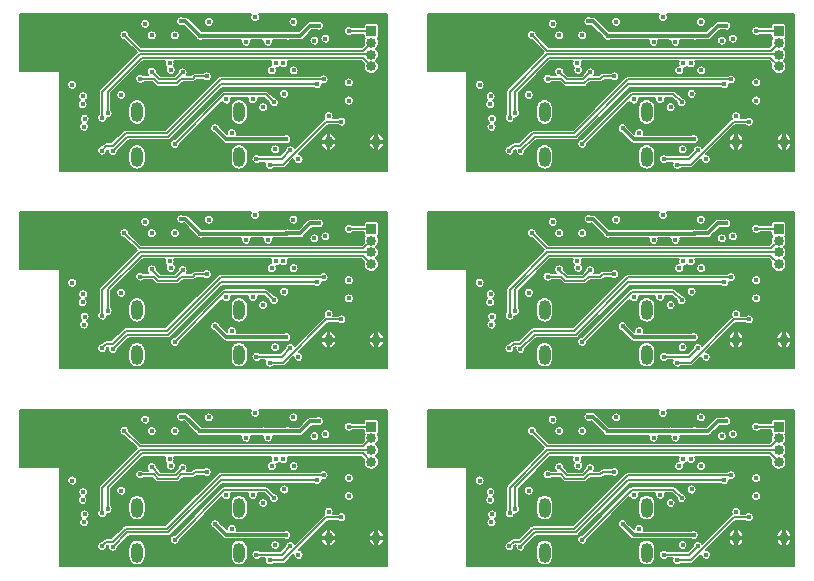
<source format=gbr>
%TF.GenerationSoftware,KiCad,Pcbnew,(5.1.9)-1*%
%TF.CreationDate,2021-11-10T23:35:07-06:00*%
%TF.ProjectId,CC_BT_PANELIZED,43435f42-545f-4504-914e-454c495a4544,000*%
%TF.SameCoordinates,Original*%
%TF.FileFunction,Copper,L3,Inr*%
%TF.FilePolarity,Positive*%
%FSLAX46Y46*%
G04 Gerber Fmt 4.6, Leading zero omitted, Abs format (unit mm)*
G04 Created by KiCad (PCBNEW (5.1.9)-1) date 2021-11-10 23:35:07*
%MOMM*%
%LPD*%
G01*
G04 APERTURE LIST*
%TA.AperFunction,ComponentPad*%
%ADD10O,1.000000X1.700000*%
%TD*%
%TA.AperFunction,ComponentPad*%
%ADD11O,0.850000X0.850000*%
%TD*%
%TA.AperFunction,ComponentPad*%
%ADD12R,0.850000X0.850000*%
%TD*%
%TA.AperFunction,ComponentPad*%
%ADD13O,0.700000X0.950000*%
%TD*%
%TA.AperFunction,ComponentPad*%
%ADD14C,1.000000*%
%TD*%
%TA.AperFunction,ViaPad*%
%ADD15C,0.400000*%
%TD*%
%TA.AperFunction,Conductor*%
%ADD16C,0.150000*%
%TD*%
%TA.AperFunction,Conductor*%
%ADD17C,0.300000*%
%TD*%
%TA.AperFunction,Conductor*%
%ADD18C,0.100000*%
%TD*%
G04 APERTURE END LIST*
D10*
%TO.N,Net-(J1-PadS3)*%
%TO.C,J1*%
X122160000Y-83990000D03*
%TO.N,Net-(J1-PadS1)*%
X113520000Y-80190000D03*
%TO.N,Net-(J1-PadS2)*%
X122160000Y-80190000D03*
%TO.N,Net-(J1-PadS4)*%
X113520000Y-83990000D03*
%TD*%
%TO.N,Net-(J1-PadS3)*%
%TO.C,J1*%
X87660000Y-83990000D03*
%TO.N,Net-(J1-PadS1)*%
X79020000Y-80190000D03*
%TO.N,Net-(J1-PadS2)*%
X87660000Y-80190000D03*
%TO.N,Net-(J1-PadS4)*%
X79020000Y-83990000D03*
%TD*%
%TO.N,Net-(J1-PadS3)*%
%TO.C,J1*%
X122160000Y-67240000D03*
%TO.N,Net-(J1-PadS1)*%
X113520000Y-63440000D03*
%TO.N,Net-(J1-PadS2)*%
X122160000Y-63440000D03*
%TO.N,Net-(J1-PadS4)*%
X113520000Y-67240000D03*
%TD*%
%TO.N,Net-(J1-PadS3)*%
%TO.C,J1*%
X87660000Y-67240000D03*
%TO.N,Net-(J1-PadS1)*%
X79020000Y-63440000D03*
%TO.N,Net-(J1-PadS2)*%
X87660000Y-63440000D03*
%TO.N,Net-(J1-PadS4)*%
X79020000Y-67240000D03*
%TD*%
%TO.N,Net-(J1-PadS3)*%
%TO.C,J1*%
X122160000Y-50490000D03*
%TO.N,Net-(J1-PadS1)*%
X113520000Y-46690000D03*
%TO.N,Net-(J1-PadS2)*%
X122160000Y-46690000D03*
%TO.N,Net-(J1-PadS4)*%
X113520000Y-50490000D03*
%TD*%
D11*
%TO.N,GND*%
%TO.C,J3*%
X133350000Y-77330000D03*
%TO.N,SWDCLK*%
X133350000Y-76330000D03*
%TO.N,SWDIO*%
X133350000Y-75330000D03*
%TO.N,RESET*%
X133350000Y-74330000D03*
D12*
%TO.N,V2.8*%
X133350000Y-73330000D03*
%TD*%
D11*
%TO.N,GND*%
%TO.C,J3*%
X98850000Y-77330000D03*
%TO.N,SWDCLK*%
X98850000Y-76330000D03*
%TO.N,SWDIO*%
X98850000Y-75330000D03*
%TO.N,RESET*%
X98850000Y-74330000D03*
D12*
%TO.N,V2.8*%
X98850000Y-73330000D03*
%TD*%
D11*
%TO.N,GND*%
%TO.C,J3*%
X133350000Y-60580000D03*
%TO.N,SWDCLK*%
X133350000Y-59580000D03*
%TO.N,SWDIO*%
X133350000Y-58580000D03*
%TO.N,RESET*%
X133350000Y-57580000D03*
D12*
%TO.N,V2.8*%
X133350000Y-56580000D03*
%TD*%
D11*
%TO.N,GND*%
%TO.C,J3*%
X98850000Y-60580000D03*
%TO.N,SWDCLK*%
X98850000Y-59580000D03*
%TO.N,SWDIO*%
X98850000Y-58580000D03*
%TO.N,RESET*%
X98850000Y-57580000D03*
D12*
%TO.N,V2.8*%
X98850000Y-56580000D03*
%TD*%
D11*
%TO.N,GND*%
%TO.C,J3*%
X133350000Y-43830000D03*
%TO.N,SWDCLK*%
X133350000Y-42830000D03*
%TO.N,SWDIO*%
X133350000Y-41830000D03*
%TO.N,RESET*%
X133350000Y-40830000D03*
D12*
%TO.N,V2.8*%
X133350000Y-39830000D03*
%TD*%
D13*
%TO.N,GND*%
%TO.C,SW1*%
X129735000Y-82730000D03*
X133785000Y-82730000D03*
%TD*%
%TO.N,GND*%
%TO.C,SW1*%
X95235000Y-82730000D03*
X99285000Y-82730000D03*
%TD*%
%TO.N,GND*%
%TO.C,SW1*%
X129735000Y-65980000D03*
X133785000Y-65980000D03*
%TD*%
%TO.N,GND*%
%TO.C,SW1*%
X95235000Y-65980000D03*
X99285000Y-65980000D03*
%TD*%
%TO.N,GND*%
%TO.C,SW1*%
X129735000Y-49230000D03*
X133785000Y-49230000D03*
%TD*%
D14*
%TO.N,GND*%
%TO.C,REF\u002A\u002A*%
X104220000Y-72550000D03*
%TD*%
%TO.N,GND*%
%TO.C,REF\u002A\u002A*%
X69720000Y-72550000D03*
%TD*%
%TO.N,GND*%
%TO.C,REF\u002A\u002A*%
X104220000Y-55800000D03*
%TD*%
%TO.N,GND*%
%TO.C,REF\u002A\u002A*%
X69720000Y-55800000D03*
%TD*%
%TO.N,GND*%
%TO.C,REF\u002A\u002A*%
X104220000Y-39050000D03*
%TD*%
D13*
%TO.N,GND*%
%TO.C,SW1*%
X99285000Y-49230000D03*
X95235000Y-49230000D03*
%TD*%
D10*
%TO.N,Net-(J1-PadS4)*%
%TO.C,J1*%
X79020000Y-50490000D03*
%TO.N,Net-(J1-PadS2)*%
X87660000Y-46690000D03*
%TO.N,Net-(J1-PadS1)*%
X79020000Y-46690000D03*
%TO.N,Net-(J1-PadS3)*%
X87660000Y-50490000D03*
%TD*%
D12*
%TO.N,V2.8*%
%TO.C,J3*%
X98850000Y-39830000D03*
D11*
%TO.N,RESET*%
X98850000Y-40830000D03*
%TO.N,SWDIO*%
X98850000Y-41830000D03*
%TO.N,SWDCLK*%
X98850000Y-42830000D03*
%TO.N,GND*%
X98850000Y-43830000D03*
%TD*%
D14*
%TO.N,GND*%
%TO.C,REF\u002A\u002A*%
X69720000Y-39050000D03*
%TD*%
D15*
%TO.N,GND*%
X89350000Y-47210000D03*
X91150000Y-48230000D03*
X89350000Y-48230000D03*
X91150000Y-47210000D03*
X87360000Y-38550000D03*
X90120000Y-38550000D03*
X88900000Y-40760000D03*
X72460000Y-41530043D03*
X74630000Y-38950000D03*
X73050000Y-49000000D03*
X83930000Y-38630000D03*
X95480000Y-51350000D03*
X99870000Y-51350000D03*
X97650000Y-38600000D03*
X99870000Y-38600000D03*
X99870000Y-44975000D03*
X81380000Y-51350000D03*
X85520000Y-51350000D03*
X73040000Y-45710000D03*
X71740000Y-42030000D03*
X76780000Y-41530043D03*
X72460000Y-38950000D03*
X76780000Y-38950000D03*
X93300000Y-38600000D03*
X79360000Y-44800000D03*
X87860000Y-47970000D03*
X77190000Y-45710000D03*
X76140000Y-48990000D03*
X92590000Y-46909998D03*
X83450000Y-49000000D03*
X97650000Y-44975000D03*
X91760000Y-39650000D03*
X70220000Y-41240000D03*
X71740000Y-38950000D03*
X71740000Y-41240000D03*
X69260000Y-41240000D03*
X70670000Y-38570000D03*
X73060000Y-47220000D03*
X83400000Y-40180000D03*
X93703333Y-43483337D03*
X78318402Y-41238403D03*
X80600000Y-45890000D03*
X95160000Y-40990000D03*
X83610000Y-43370000D03*
X86980000Y-43390000D03*
X97650000Y-51350000D03*
X84880000Y-44480000D03*
X105170000Y-38570000D03*
X70670000Y-55320000D03*
X105170000Y-55320000D03*
X70670000Y-72070000D03*
X105170000Y-72070000D03*
X107560000Y-47220000D03*
X73060000Y-63970000D03*
X107560000Y-63970000D03*
X73060000Y-80720000D03*
X107560000Y-80720000D03*
X103760000Y-41240000D03*
X69260000Y-57990000D03*
X103760000Y-57990000D03*
X69260000Y-74740000D03*
X103760000Y-74740000D03*
X119380000Y-44480000D03*
X84880000Y-61230000D03*
X119380000Y-61230000D03*
X84880000Y-77980000D03*
X119380000Y-77980000D03*
X115100000Y-45890000D03*
X80600000Y-62640000D03*
X115100000Y-62640000D03*
X80600000Y-79390000D03*
X115100000Y-79390000D03*
X128203333Y-43483337D03*
X93703333Y-60233337D03*
X128203333Y-60233337D03*
X93703333Y-76983337D03*
X128203333Y-76983337D03*
X129660000Y-40990000D03*
X95160000Y-57740000D03*
X129660000Y-57740000D03*
X95160000Y-74490000D03*
X129660000Y-74490000D03*
X132150000Y-51350000D03*
X97650000Y-68100000D03*
X132150000Y-68100000D03*
X97650000Y-84850000D03*
X132150000Y-84850000D03*
X112818402Y-41238403D03*
X78318402Y-57988403D03*
X112818402Y-57988403D03*
X78318402Y-74738403D03*
X112818402Y-74738403D03*
X121480000Y-43390000D03*
X86980000Y-60140000D03*
X121480000Y-60140000D03*
X86980000Y-76890000D03*
X121480000Y-76890000D03*
X118110000Y-43370000D03*
X83610000Y-60120000D03*
X118110000Y-60120000D03*
X83610000Y-76870000D03*
X118110000Y-76870000D03*
X117900000Y-40180000D03*
X83400000Y-56930000D03*
X117900000Y-56930000D03*
X83400000Y-73680000D03*
X117900000Y-73680000D03*
X123850000Y-47210000D03*
X89350000Y-63960000D03*
X123850000Y-63960000D03*
X89350000Y-80710000D03*
X123850000Y-80710000D03*
X125650000Y-48230000D03*
X91150000Y-64980000D03*
X125650000Y-64980000D03*
X91150000Y-81730000D03*
X125650000Y-81730000D03*
X123850000Y-48230000D03*
X89350000Y-64980000D03*
X123850000Y-64980000D03*
X89350000Y-81730000D03*
X123850000Y-81730000D03*
X125650000Y-47210000D03*
X91150000Y-63960000D03*
X125650000Y-63960000D03*
X91150000Y-80710000D03*
X125650000Y-80710000D03*
X123400000Y-40760000D03*
X88900000Y-57510000D03*
X123400000Y-57510000D03*
X88900000Y-74260000D03*
X123400000Y-74260000D03*
X106960000Y-41530043D03*
X72460000Y-58280043D03*
X106960000Y-58280043D03*
X72460000Y-75030043D03*
X106960000Y-75030043D03*
X121860000Y-38550000D03*
X87360000Y-55300000D03*
X121860000Y-55300000D03*
X87360000Y-72050000D03*
X121860000Y-72050000D03*
X109130000Y-38950000D03*
X74630000Y-55700000D03*
X109130000Y-55700000D03*
X74630000Y-72450000D03*
X109130000Y-72450000D03*
X107550000Y-49000000D03*
X73050000Y-65750000D03*
X107550000Y-65750000D03*
X73050000Y-82500000D03*
X107550000Y-82500000D03*
X118430000Y-38630000D03*
X83930000Y-55380000D03*
X118430000Y-55380000D03*
X83930000Y-72130000D03*
X118430000Y-72130000D03*
X124620000Y-38550000D03*
X90120000Y-55300000D03*
X124620000Y-55300000D03*
X90120000Y-72050000D03*
X124620000Y-72050000D03*
X107540000Y-45710000D03*
X73040000Y-62460000D03*
X107540000Y-62460000D03*
X73040000Y-79210000D03*
X107540000Y-79210000D03*
X110640000Y-48990000D03*
X76140000Y-65740000D03*
X110640000Y-65740000D03*
X76140000Y-82490000D03*
X110640000Y-82490000D03*
X115880000Y-51350000D03*
X81380000Y-68100000D03*
X115880000Y-68100000D03*
X81380000Y-84850000D03*
X115880000Y-84850000D03*
X104720000Y-41240000D03*
X70220000Y-57990000D03*
X104720000Y-57990000D03*
X70220000Y-74740000D03*
X104720000Y-74740000D03*
X120020000Y-51350000D03*
X85520000Y-68100000D03*
X120020000Y-68100000D03*
X85520000Y-84850000D03*
X120020000Y-84850000D03*
X132150000Y-44975000D03*
X97650000Y-61725000D03*
X132150000Y-61725000D03*
X97650000Y-78475000D03*
X132150000Y-78475000D03*
X111280000Y-41530043D03*
X76780000Y-58280043D03*
X111280000Y-58280043D03*
X76780000Y-75030043D03*
X111280000Y-75030043D03*
X111280000Y-38950000D03*
X76780000Y-55700000D03*
X111280000Y-55700000D03*
X76780000Y-72450000D03*
X111280000Y-72450000D03*
X134370000Y-44975000D03*
X99870000Y-61725000D03*
X134370000Y-61725000D03*
X99870000Y-78475000D03*
X134370000Y-78475000D03*
X132150000Y-38600000D03*
X97650000Y-55350000D03*
X132150000Y-55350000D03*
X97650000Y-72100000D03*
X132150000Y-72100000D03*
X113860000Y-44800000D03*
X79360000Y-61550000D03*
X113860000Y-61550000D03*
X79360000Y-78300000D03*
X113860000Y-78300000D03*
X127090000Y-46909998D03*
X92590000Y-63659998D03*
X127090000Y-63659998D03*
X92590000Y-80409998D03*
X127090000Y-80409998D03*
X117950000Y-49000000D03*
X83450000Y-65750000D03*
X117950000Y-65750000D03*
X83450000Y-82500000D03*
X117950000Y-82500000D03*
X122360000Y-47970000D03*
X87860000Y-64720000D03*
X122360000Y-64720000D03*
X87860000Y-81470000D03*
X122360000Y-81470000D03*
X126260000Y-39650000D03*
X91760000Y-56400000D03*
X126260000Y-56400000D03*
X91760000Y-73150000D03*
X126260000Y-73150000D03*
X129980000Y-51350000D03*
X95480000Y-68100000D03*
X129980000Y-68100000D03*
X95480000Y-84850000D03*
X129980000Y-84850000D03*
X134370000Y-38600000D03*
X99870000Y-55350000D03*
X134370000Y-55350000D03*
X99870000Y-72100000D03*
X134370000Y-72100000D03*
X127800000Y-38600000D03*
X93300000Y-55350000D03*
X127800000Y-55350000D03*
X93300000Y-72100000D03*
X127800000Y-72100000D03*
X106240000Y-42030000D03*
X71740000Y-58780000D03*
X106240000Y-58780000D03*
X71740000Y-75530000D03*
X106240000Y-75530000D03*
X111690000Y-45710000D03*
X77190000Y-62460000D03*
X111690000Y-62460000D03*
X77190000Y-79210000D03*
X111690000Y-79210000D03*
X106240000Y-38950000D03*
X71740000Y-55700000D03*
X106240000Y-55700000D03*
X71740000Y-72450000D03*
X106240000Y-72450000D03*
X106960000Y-38950000D03*
X72460000Y-55700000D03*
X106960000Y-55700000D03*
X72460000Y-72450000D03*
X106960000Y-72450000D03*
X106240000Y-41240000D03*
X71740000Y-57990000D03*
X106240000Y-57990000D03*
X71740000Y-74740000D03*
X106240000Y-74740000D03*
X134370000Y-51350000D03*
X99870000Y-68100000D03*
X134370000Y-68100000D03*
X99870000Y-84850000D03*
X134370000Y-84850000D03*
%TO.N,EN*%
X82210000Y-40200000D03*
X80260000Y-40200000D03*
X114760000Y-40200000D03*
X80260000Y-56950000D03*
X114760000Y-56950000D03*
X80260000Y-73700000D03*
X114760000Y-73700000D03*
X116710000Y-40200000D03*
X82210000Y-56950000D03*
X116710000Y-56950000D03*
X82210000Y-73700000D03*
X116710000Y-73700000D03*
%TO.N,PS_HOLD*%
X80260008Y-43264990D03*
X82880000Y-43337986D03*
X117380000Y-43337986D03*
X82880000Y-60087986D03*
X117380000Y-60087986D03*
X82880000Y-76837986D03*
X117380000Y-76837986D03*
X114760008Y-43264990D03*
X80260008Y-60014990D03*
X114760008Y-60014990D03*
X80260008Y-76764990D03*
X114760008Y-76764990D03*
%TO.N,VUSB*%
X85630000Y-48070000D03*
X91660000Y-49000000D03*
X126160000Y-49000000D03*
X91660000Y-65750000D03*
X126160000Y-65750000D03*
X91660000Y-82500000D03*
X126160000Y-82500000D03*
X120130000Y-48070000D03*
X85630000Y-64820000D03*
X120130000Y-64820000D03*
X85630000Y-81570000D03*
X120130000Y-81570000D03*
%TO.N,VBATT*%
X92259998Y-39050000D03*
X90420000Y-43170000D03*
X92280000Y-43170000D03*
X89030000Y-38670000D03*
X85090000Y-39050000D03*
X123530000Y-38670000D03*
X89030000Y-55420000D03*
X123530000Y-55420000D03*
X89030000Y-72170000D03*
X123530000Y-72170000D03*
X126780000Y-43170000D03*
X92280000Y-59920000D03*
X126780000Y-59920000D03*
X92280000Y-76670000D03*
X126780000Y-76670000D03*
X126759998Y-39050000D03*
X92259998Y-55800000D03*
X126759998Y-55800000D03*
X92259998Y-72550000D03*
X126759998Y-72550000D03*
X119590000Y-39050000D03*
X85090000Y-55800000D03*
X119590000Y-55800000D03*
X85090000Y-72550000D03*
X119590000Y-72550000D03*
X124920000Y-43170000D03*
X90420000Y-59920000D03*
X124920000Y-59920000D03*
X90420000Y-76670000D03*
X124920000Y-76670000D03*
%TO.N,VBUS*%
X91990000Y-49940000D03*
X88812962Y-45606089D03*
X89129997Y-50669997D03*
X79272965Y-43875007D03*
X84920000Y-43670000D03*
X123629997Y-50669997D03*
X89129997Y-67419997D03*
X123629997Y-67419997D03*
X89129997Y-84169997D03*
X123629997Y-84169997D03*
X123312962Y-45606089D03*
X88812962Y-62356089D03*
X123312962Y-62356089D03*
X88812962Y-79106089D03*
X123312962Y-79106089D03*
X126490000Y-49940000D03*
X91990000Y-66690000D03*
X126490000Y-66690000D03*
X91990000Y-83440000D03*
X126490000Y-83440000D03*
X113772965Y-43875007D03*
X79272965Y-60625007D03*
X113772965Y-60625007D03*
X79272965Y-77375007D03*
X113772965Y-77375007D03*
X119420000Y-43670000D03*
X84920000Y-60420000D03*
X119420000Y-60420000D03*
X84920000Y-77170000D03*
X119420000Y-77170000D03*
%TO.N,V2.8*%
X96950000Y-39830000D03*
X94400000Y-39370000D03*
X84360000Y-40235010D03*
X96950000Y-45717000D03*
X89690000Y-40235010D03*
X96950000Y-44190000D03*
X91750000Y-40220000D03*
X82741658Y-38996551D03*
X118860000Y-40235010D03*
X84360000Y-56985010D03*
X118860000Y-56985010D03*
X84360000Y-73735010D03*
X118860000Y-73735010D03*
X131450000Y-44190000D03*
X96950000Y-60940000D03*
X131450000Y-60940000D03*
X96950000Y-77690000D03*
X131450000Y-77690000D03*
X128900000Y-39370000D03*
X94400000Y-56120000D03*
X128900000Y-56120000D03*
X94400000Y-72870000D03*
X128900000Y-72870000D03*
X126250000Y-40220000D03*
X91750000Y-56970000D03*
X126250000Y-56970000D03*
X91750000Y-73720000D03*
X126250000Y-73720000D03*
X131450000Y-39830000D03*
X96950000Y-56580000D03*
X131450000Y-56580000D03*
X96950000Y-73330000D03*
X131450000Y-73330000D03*
X131450000Y-45717000D03*
X96950000Y-62467000D03*
X131450000Y-62467000D03*
X96950000Y-79217000D03*
X131450000Y-79217000D03*
X117241658Y-38996551D03*
X82741658Y-55746551D03*
X117241658Y-55746551D03*
X82741658Y-72496551D03*
X117241658Y-72496551D03*
X124190000Y-40235010D03*
X89690000Y-56985010D03*
X124190000Y-56985010D03*
X89690000Y-73735010D03*
X124190000Y-73735010D03*
%TO.N,SCL*%
X76980528Y-49990528D03*
X94255789Y-44355267D03*
X128755789Y-44355267D03*
X94255789Y-61105267D03*
X128755789Y-61105267D03*
X94255789Y-77855267D03*
X128755789Y-77855267D03*
X111480528Y-49990528D03*
X76980528Y-66740528D03*
X111480528Y-66740528D03*
X76980528Y-83490528D03*
X111480528Y-83490528D03*
%TO.N,SDA*%
X76050000Y-49950000D03*
X94810000Y-43929998D03*
X129310000Y-43929998D03*
X94810000Y-60679998D03*
X129310000Y-60679998D03*
X94810000Y-77429998D03*
X129310000Y-77429998D03*
X110550000Y-49950000D03*
X76050000Y-66700000D03*
X110550000Y-66700000D03*
X76050000Y-83450000D03*
X110550000Y-83450000D03*
%TO.N,XSHUT1*%
X94970000Y-40470000D03*
X74530000Y-47940000D03*
X109030000Y-47940000D03*
X74530000Y-64690000D03*
X109030000Y-64690000D03*
X74530000Y-81440000D03*
X109030000Y-81440000D03*
X129470000Y-40470000D03*
X94970000Y-57220000D03*
X129470000Y-57220000D03*
X94970000Y-73970000D03*
X129470000Y-73970000D03*
%TO.N,XSHUT2*%
X94040000Y-40639996D03*
X74580000Y-47260000D03*
X128540000Y-40639996D03*
X94040000Y-57389996D03*
X128540000Y-57389996D03*
X94040000Y-74139996D03*
X128540000Y-74139996D03*
X109080000Y-47260000D03*
X74580000Y-64010000D03*
X109080000Y-64010000D03*
X74580000Y-80760000D03*
X109080000Y-80760000D03*
%TO.N,SWDIO*%
X76070000Y-47170000D03*
X110570000Y-47170000D03*
X76070000Y-63920000D03*
X110570000Y-63920000D03*
X76070000Y-80670000D03*
X110570000Y-80670000D03*
%TO.N,SWDCLK*%
X76530000Y-46780000D03*
X111030000Y-46780000D03*
X76530000Y-63530000D03*
X111030000Y-63530000D03*
X76530000Y-80280000D03*
X111030000Y-80280000D03*
%TO.N,RESET*%
X77950000Y-40180000D03*
X112450000Y-40180000D03*
X77950000Y-56930000D03*
X112450000Y-56930000D03*
X77950000Y-73680000D03*
X112450000Y-73680000D03*
%TO.N,PB_OUT*%
X73530000Y-44390008D03*
X79710000Y-39230000D03*
X108030000Y-44390008D03*
X73530000Y-61140008D03*
X108030000Y-61140008D03*
X73530000Y-77890008D03*
X108030000Y-77890008D03*
X114210000Y-39230000D03*
X79710000Y-55980000D03*
X114210000Y-55980000D03*
X79710000Y-72730000D03*
X114210000Y-72730000D03*
%TO.N,Net-(SW1-Pad1)*%
X95240000Y-47050002D03*
X81878390Y-43130000D03*
X116378390Y-43130000D03*
X81878390Y-59880000D03*
X116378390Y-59880000D03*
X81878390Y-76630000D03*
X116378390Y-76630000D03*
X129740000Y-47050002D03*
X95240000Y-63800002D03*
X129740000Y-63800002D03*
X95240000Y-80550002D03*
X129740000Y-80550002D03*
%TO.N,BM*%
X77680000Y-45240000D03*
X86590000Y-45630000D03*
X112180000Y-45240000D03*
X77680000Y-61990000D03*
X112180000Y-61990000D03*
X77680000Y-78740000D03*
X112180000Y-78740000D03*
X121090000Y-45630000D03*
X86590000Y-62380000D03*
X121090000Y-62380000D03*
X86590000Y-79130000D03*
X121090000Y-79130000D03*
%TO.N,BM_EN*%
X88250000Y-40760000D03*
X74450002Y-45360000D03*
X122750000Y-40760000D03*
X88250000Y-57510000D03*
X122750000Y-57510000D03*
X88250000Y-74260000D03*
X122750000Y-74260000D03*
X108950002Y-45360000D03*
X74450002Y-62110000D03*
X108950002Y-62110000D03*
X74450002Y-78860000D03*
X108950002Y-78860000D03*
%TO.N,CHRG_STAT*%
X90110000Y-40760000D03*
X74410000Y-46040000D03*
X124610000Y-40760000D03*
X90110000Y-57510000D03*
X124610000Y-57510000D03*
X90110000Y-74260000D03*
X124610000Y-74260000D03*
X108910000Y-46040000D03*
X74410000Y-62790000D03*
X108910000Y-62790000D03*
X74410000Y-79540000D03*
X108910000Y-79540000D03*
%TO.N,PWR_ON*%
X91470000Y-45150000D03*
X82210000Y-49390000D03*
X90620001Y-45879996D03*
X125970000Y-45150000D03*
X91470000Y-61900000D03*
X125970000Y-61900000D03*
X91470000Y-78650000D03*
X125970000Y-78650000D03*
X116710000Y-49390000D03*
X82210000Y-66140000D03*
X116710000Y-66140000D03*
X82210000Y-82890000D03*
X116710000Y-82890000D03*
X125120001Y-45879996D03*
X90620001Y-62629996D03*
X125120001Y-62629996D03*
X90620001Y-79379996D03*
X125120001Y-79379996D03*
%TO.N,Net-(D2-Pad1)*%
X87040000Y-48490000D03*
X92690000Y-50680000D03*
X121540000Y-48490000D03*
X87040000Y-65240000D03*
X121540000Y-65240000D03*
X87040000Y-81990000D03*
X121540000Y-81990000D03*
X127190000Y-50680000D03*
X92690000Y-67430000D03*
X127190000Y-67430000D03*
X92690000Y-84180000D03*
X127190000Y-84180000D03*
%TO.N,CHRG*%
X81780002Y-42580000D03*
X89689968Y-46289999D03*
X90710000Y-49850000D03*
X90760000Y-42580000D03*
X116280002Y-42580000D03*
X81780002Y-59330000D03*
X116280002Y-59330000D03*
X81780002Y-76080000D03*
X116280002Y-76080000D03*
X124189968Y-46289999D03*
X89689968Y-63039999D03*
X124189968Y-63039999D03*
X89689968Y-79789999D03*
X124189968Y-79789999D03*
X125210000Y-49850000D03*
X90710000Y-66600000D03*
X125210000Y-66600000D03*
X90710000Y-83350000D03*
X125210000Y-83350000D03*
X125260000Y-42580000D03*
X90760000Y-59330000D03*
X125260000Y-59330000D03*
X90760000Y-76080000D03*
X125260000Y-76080000D03*
%TO.N,PROG*%
X90260000Y-51150000D03*
X91410000Y-42580000D03*
X96320000Y-47500000D03*
X124760000Y-51150000D03*
X90260000Y-67900000D03*
X124760000Y-67900000D03*
X90260000Y-84650000D03*
X124760000Y-84650000D03*
X125910000Y-42580000D03*
X91410000Y-59330000D03*
X125910000Y-59330000D03*
X91410000Y-76080000D03*
X125910000Y-76080000D03*
X130820000Y-47500000D03*
X96320000Y-64250000D03*
X130820000Y-64250000D03*
X96320000Y-81000000D03*
X130820000Y-81000000D03*
%TD*%
D16*
%TO.N,PS_HOLD*%
X82287986Y-43930000D02*
X82880000Y-43337986D01*
X80910000Y-43930000D02*
X82287986Y-43930000D01*
X80260008Y-43280008D02*
X80910000Y-43930000D01*
X80260008Y-43264990D02*
X80260008Y-43280008D01*
X114760008Y-43264990D02*
X114760008Y-43280008D01*
X80260008Y-60014990D02*
X80260008Y-60030008D01*
X114760008Y-60014990D02*
X114760008Y-60030008D01*
X80260008Y-76764990D02*
X80260008Y-76780008D01*
X114760008Y-76764990D02*
X114760008Y-76780008D01*
X114760008Y-43280008D02*
X115410000Y-43930000D01*
X80260008Y-60030008D02*
X80910000Y-60680000D01*
X114760008Y-60030008D02*
X115410000Y-60680000D01*
X80260008Y-76780008D02*
X80910000Y-77430000D01*
X114760008Y-76780008D02*
X115410000Y-77430000D01*
X116787986Y-43930000D02*
X117380000Y-43337986D01*
X82287986Y-60680000D02*
X82880000Y-60087986D01*
X116787986Y-60680000D02*
X117380000Y-60087986D01*
X82287986Y-77430000D02*
X82880000Y-76837986D01*
X116787986Y-77430000D02*
X117380000Y-76837986D01*
X115410000Y-43930000D02*
X116787986Y-43930000D01*
X80910000Y-60680000D02*
X82287986Y-60680000D01*
X115410000Y-60680000D02*
X116787986Y-60680000D01*
X80910000Y-77430000D02*
X82287986Y-77430000D01*
X115410000Y-77430000D02*
X116787986Y-77430000D01*
D17*
%TO.N,VUSB*%
X85630000Y-48070000D02*
X86560000Y-49000000D01*
X86560000Y-49000000D02*
X91660000Y-49000000D01*
X120130000Y-48070000D02*
X121060000Y-49000000D01*
X85630000Y-64820000D02*
X86560000Y-65750000D01*
X120130000Y-64820000D02*
X121060000Y-65750000D01*
X85630000Y-81570000D02*
X86560000Y-82500000D01*
X120130000Y-81570000D02*
X121060000Y-82500000D01*
X121060000Y-49000000D02*
X126160000Y-49000000D01*
X86560000Y-65750000D02*
X91660000Y-65750000D01*
X121060000Y-65750000D02*
X126160000Y-65750000D01*
X86560000Y-82500000D02*
X91660000Y-82500000D01*
X121060000Y-82500000D02*
X126160000Y-82500000D01*
D16*
%TO.N,VBUS*%
X91260003Y-50669997D02*
X89129997Y-50669997D01*
X91990000Y-49940000D02*
X91260003Y-50669997D01*
X84920000Y-43670000D02*
X83930000Y-43670000D01*
X83930000Y-43670000D02*
X83730000Y-43870000D01*
X83730000Y-43870000D02*
X82772264Y-43870000D01*
X82402264Y-44240000D02*
X80790000Y-44240000D01*
X82772264Y-43870000D02*
X82402264Y-44240000D01*
X80790000Y-44240000D02*
X80425007Y-43875007D01*
X80425007Y-43875007D02*
X79272965Y-43875007D01*
X119420000Y-43670000D02*
X118430000Y-43670000D01*
X84920000Y-60420000D02*
X83930000Y-60420000D01*
X119420000Y-60420000D02*
X118430000Y-60420000D01*
X84920000Y-77170000D02*
X83930000Y-77170000D01*
X119420000Y-77170000D02*
X118430000Y-77170000D01*
X116902264Y-44240000D02*
X115290000Y-44240000D01*
X82402264Y-60990000D02*
X80790000Y-60990000D01*
X116902264Y-60990000D02*
X115290000Y-60990000D01*
X82402264Y-77740000D02*
X80790000Y-77740000D01*
X116902264Y-77740000D02*
X115290000Y-77740000D01*
X114925007Y-43875007D02*
X113772965Y-43875007D01*
X80425007Y-60625007D02*
X79272965Y-60625007D01*
X114925007Y-60625007D02*
X113772965Y-60625007D01*
X80425007Y-77375007D02*
X79272965Y-77375007D01*
X114925007Y-77375007D02*
X113772965Y-77375007D01*
X118430000Y-43670000D02*
X118230000Y-43870000D01*
X83930000Y-60420000D02*
X83730000Y-60620000D01*
X118430000Y-60420000D02*
X118230000Y-60620000D01*
X83930000Y-77170000D02*
X83730000Y-77370000D01*
X118430000Y-77170000D02*
X118230000Y-77370000D01*
X126490000Y-49940000D02*
X125760003Y-50669997D01*
X91990000Y-66690000D02*
X91260003Y-67419997D01*
X126490000Y-66690000D02*
X125760003Y-67419997D01*
X91990000Y-83440000D02*
X91260003Y-84169997D01*
X126490000Y-83440000D02*
X125760003Y-84169997D01*
X117272264Y-43870000D02*
X116902264Y-44240000D01*
X82772264Y-60620000D02*
X82402264Y-60990000D01*
X117272264Y-60620000D02*
X116902264Y-60990000D01*
X82772264Y-77370000D02*
X82402264Y-77740000D01*
X117272264Y-77370000D02*
X116902264Y-77740000D01*
X115290000Y-44240000D02*
X114925007Y-43875007D01*
X80790000Y-60990000D02*
X80425007Y-60625007D01*
X115290000Y-60990000D02*
X114925007Y-60625007D01*
X80790000Y-77740000D02*
X80425007Y-77375007D01*
X115290000Y-77740000D02*
X114925007Y-77375007D01*
X125760003Y-50669997D02*
X123629997Y-50669997D01*
X91260003Y-67419997D02*
X89129997Y-67419997D01*
X125760003Y-67419997D02*
X123629997Y-67419997D01*
X91260003Y-84169997D02*
X89129997Y-84169997D01*
X125760003Y-84169997D02*
X123629997Y-84169997D01*
X118230000Y-43870000D02*
X117272264Y-43870000D01*
X83730000Y-60620000D02*
X82772264Y-60620000D01*
X118230000Y-60620000D02*
X117272264Y-60620000D01*
X83730000Y-77370000D02*
X82772264Y-77370000D01*
X118230000Y-77370000D02*
X117272264Y-77370000D01*
%TO.N,V2.8*%
X96950000Y-39830000D02*
X98850000Y-39830000D01*
D17*
X90110000Y-40235010D02*
X84360000Y-40235010D01*
X90110000Y-40235010D02*
X91734990Y-40235010D01*
X92850000Y-40220000D02*
X91750000Y-40220000D01*
X93700000Y-39370000D02*
X92850000Y-40220000D01*
X94400000Y-39370000D02*
X93700000Y-39370000D01*
X83121541Y-38996551D02*
X82741658Y-38996551D01*
X84360000Y-40235010D02*
X83121541Y-38996551D01*
D16*
X131450000Y-39830000D02*
X133350000Y-39830000D01*
X96950000Y-56580000D02*
X98850000Y-56580000D01*
X131450000Y-56580000D02*
X133350000Y-56580000D01*
X96950000Y-73330000D02*
X98850000Y-73330000D01*
X131450000Y-73330000D02*
X133350000Y-73330000D01*
D17*
X124610000Y-40235010D02*
X118860000Y-40235010D01*
X90110000Y-56985010D02*
X84360000Y-56985010D01*
X124610000Y-56985010D02*
X118860000Y-56985010D01*
X90110000Y-73735010D02*
X84360000Y-73735010D01*
X124610000Y-73735010D02*
X118860000Y-73735010D01*
X124610000Y-40235010D02*
X126234990Y-40235010D01*
X90110000Y-56985010D02*
X91734990Y-56985010D01*
X124610000Y-56985010D02*
X126234990Y-56985010D01*
X90110000Y-73735010D02*
X91734990Y-73735010D01*
X124610000Y-73735010D02*
X126234990Y-73735010D01*
X117621541Y-38996551D02*
X117241658Y-38996551D01*
X83121541Y-55746551D02*
X82741658Y-55746551D01*
X117621541Y-55746551D02*
X117241658Y-55746551D01*
X83121541Y-72496551D02*
X82741658Y-72496551D01*
X117621541Y-72496551D02*
X117241658Y-72496551D01*
X118860000Y-40235010D02*
X117621541Y-38996551D01*
X84360000Y-56985010D02*
X83121541Y-55746551D01*
X118860000Y-56985010D02*
X117621541Y-55746551D01*
X84360000Y-73735010D02*
X83121541Y-72496551D01*
X118860000Y-73735010D02*
X117621541Y-72496551D01*
X127350000Y-40220000D02*
X126250000Y-40220000D01*
X92850000Y-56970000D02*
X91750000Y-56970000D01*
X127350000Y-56970000D02*
X126250000Y-56970000D01*
X92850000Y-73720000D02*
X91750000Y-73720000D01*
X127350000Y-73720000D02*
X126250000Y-73720000D01*
X128200000Y-39370000D02*
X127350000Y-40220000D01*
X93700000Y-56120000D02*
X92850000Y-56970000D01*
X128200000Y-56120000D02*
X127350000Y-56970000D01*
X93700000Y-72870000D02*
X92850000Y-73720000D01*
X128200000Y-72870000D02*
X127350000Y-73720000D01*
X128900000Y-39370000D02*
X128200000Y-39370000D01*
X94400000Y-56120000D02*
X93700000Y-56120000D01*
X128900000Y-56120000D02*
X128200000Y-56120000D01*
X94400000Y-72870000D02*
X93700000Y-72870000D01*
X128900000Y-72870000D02*
X128200000Y-72870000D01*
D16*
%TO.N,SCL*%
X94250522Y-44350000D02*
X94255789Y-44355267D01*
X81664268Y-48780011D02*
X86094279Y-44350000D01*
X78191045Y-48780011D02*
X81664268Y-48780011D01*
X86094279Y-44350000D02*
X94250522Y-44350000D01*
X76980528Y-49990528D02*
X78191045Y-48780011D01*
X128750522Y-44350000D02*
X128755789Y-44355267D01*
X94250522Y-61100000D02*
X94255789Y-61105267D01*
X128750522Y-61100000D02*
X128755789Y-61105267D01*
X94250522Y-77850000D02*
X94255789Y-77855267D01*
X128750522Y-77850000D02*
X128755789Y-77855267D01*
X112691045Y-48780011D02*
X116164268Y-48780011D01*
X78191045Y-65530011D02*
X81664268Y-65530011D01*
X112691045Y-65530011D02*
X116164268Y-65530011D01*
X78191045Y-82280011D02*
X81664268Y-82280011D01*
X112691045Y-82280011D02*
X116164268Y-82280011D01*
X111480528Y-49990528D02*
X112691045Y-48780011D01*
X76980528Y-66740528D02*
X78191045Y-65530011D01*
X111480528Y-66740528D02*
X112691045Y-65530011D01*
X76980528Y-83490528D02*
X78191045Y-82280011D01*
X111480528Y-83490528D02*
X112691045Y-82280011D01*
X120594279Y-44350000D02*
X128750522Y-44350000D01*
X86094279Y-61100000D02*
X94250522Y-61100000D01*
X120594279Y-61100000D02*
X128750522Y-61100000D01*
X86094279Y-77850000D02*
X94250522Y-77850000D01*
X120594279Y-77850000D02*
X128750522Y-77850000D01*
X116164268Y-48780011D02*
X120594279Y-44350000D01*
X81664268Y-65530011D02*
X86094279Y-61100000D01*
X116164268Y-65530011D02*
X120594279Y-61100000D01*
X81664268Y-82280011D02*
X86094279Y-77850000D01*
X116164268Y-82280011D02*
X120594279Y-77850000D01*
%TO.N,SDA*%
X81540000Y-48480000D02*
X86090002Y-43929998D01*
X86090002Y-43929998D02*
X94810000Y-43929998D01*
X76050000Y-49950000D02*
X76434473Y-49565527D01*
X76964473Y-49565527D02*
X78050000Y-48480000D01*
X76434473Y-49565527D02*
X76964473Y-49565527D01*
X78050000Y-48480000D02*
X81540000Y-48480000D01*
X120590002Y-43929998D02*
X129310000Y-43929998D01*
X86090002Y-60679998D02*
X94810000Y-60679998D01*
X120590002Y-60679998D02*
X129310000Y-60679998D01*
X86090002Y-77429998D02*
X94810000Y-77429998D01*
X120590002Y-77429998D02*
X129310000Y-77429998D01*
X110934473Y-49565527D02*
X111464473Y-49565527D01*
X76434473Y-66315527D02*
X76964473Y-66315527D01*
X110934473Y-66315527D02*
X111464473Y-66315527D01*
X76434473Y-83065527D02*
X76964473Y-83065527D01*
X110934473Y-83065527D02*
X111464473Y-83065527D01*
X111464473Y-49565527D02*
X112550000Y-48480000D01*
X76964473Y-66315527D02*
X78050000Y-65230000D01*
X111464473Y-66315527D02*
X112550000Y-65230000D01*
X76964473Y-83065527D02*
X78050000Y-81980000D01*
X111464473Y-83065527D02*
X112550000Y-81980000D01*
X116040000Y-48480000D02*
X120590002Y-43929998D01*
X81540000Y-65230000D02*
X86090002Y-60679998D01*
X116040000Y-65230000D02*
X120590002Y-60679998D01*
X81540000Y-81980000D02*
X86090002Y-77429998D01*
X116040000Y-81980000D02*
X120590002Y-77429998D01*
X110550000Y-49950000D02*
X110934473Y-49565527D01*
X76050000Y-66700000D02*
X76434473Y-66315527D01*
X110550000Y-66700000D02*
X110934473Y-66315527D01*
X76050000Y-83450000D02*
X76434473Y-83065527D01*
X110550000Y-83450000D02*
X110934473Y-83065527D01*
X112550000Y-48480000D02*
X116040000Y-48480000D01*
X78050000Y-65230000D02*
X81540000Y-65230000D01*
X112550000Y-65230000D02*
X116040000Y-65230000D01*
X78050000Y-81980000D02*
X81540000Y-81980000D01*
X112550000Y-81980000D02*
X116040000Y-81980000D01*
%TO.N,SWDIO*%
X98810011Y-41790011D02*
X98850000Y-41830000D01*
X79269989Y-41790011D02*
X98810011Y-41790011D01*
X76070000Y-44990000D02*
X79269989Y-41790011D01*
X76070000Y-47170000D02*
X76070000Y-44990000D01*
X110570000Y-44990000D02*
X113769989Y-41790011D01*
X76070000Y-61740000D02*
X79269989Y-58540011D01*
X110570000Y-61740000D02*
X113769989Y-58540011D01*
X76070000Y-78490000D02*
X79269989Y-75290011D01*
X110570000Y-78490000D02*
X113769989Y-75290011D01*
X110570000Y-47170000D02*
X110570000Y-44990000D01*
X76070000Y-63920000D02*
X76070000Y-61740000D01*
X110570000Y-63920000D02*
X110570000Y-61740000D01*
X76070000Y-80670000D02*
X76070000Y-78490000D01*
X110570000Y-80670000D02*
X110570000Y-78490000D01*
X133310011Y-41790011D02*
X133350000Y-41830000D01*
X98810011Y-58540011D02*
X98850000Y-58580000D01*
X133310011Y-58540011D02*
X133350000Y-58580000D01*
X98810011Y-75290011D02*
X98850000Y-75330000D01*
X133310011Y-75290011D02*
X133350000Y-75330000D01*
X113769989Y-41790011D02*
X133310011Y-41790011D01*
X79269989Y-58540011D02*
X98810011Y-58540011D01*
X113769989Y-58540011D02*
X133310011Y-58540011D01*
X79269989Y-75290011D02*
X98810011Y-75290011D01*
X113769989Y-75290011D02*
X133310011Y-75290011D01*
%TO.N,SWDCLK*%
X98850000Y-42830000D02*
X98110022Y-42090022D01*
X98110022Y-42090022D02*
X79399978Y-42090022D01*
X79399978Y-42090022D02*
X76530000Y-44960000D01*
X76530000Y-44960000D02*
X76530000Y-46780000D01*
X133350000Y-42830000D02*
X132610022Y-42090022D01*
X98850000Y-59580000D02*
X98110022Y-58840022D01*
X133350000Y-59580000D02*
X132610022Y-58840022D01*
X98850000Y-76330000D02*
X98110022Y-75590022D01*
X133350000Y-76330000D02*
X132610022Y-75590022D01*
X132610022Y-42090022D02*
X113899978Y-42090022D01*
X98110022Y-58840022D02*
X79399978Y-58840022D01*
X132610022Y-58840022D02*
X113899978Y-58840022D01*
X98110022Y-75590022D02*
X79399978Y-75590022D01*
X132610022Y-75590022D02*
X113899978Y-75590022D01*
X113899978Y-42090022D02*
X111030000Y-44960000D01*
X79399978Y-58840022D02*
X76530000Y-61710000D01*
X113899978Y-58840022D02*
X111030000Y-61710000D01*
X79399978Y-75590022D02*
X76530000Y-78460000D01*
X113899978Y-75590022D02*
X111030000Y-78460000D01*
X111030000Y-44960000D02*
X111030000Y-46780000D01*
X76530000Y-61710000D02*
X76530000Y-63530000D01*
X111030000Y-61710000D02*
X111030000Y-63530000D01*
X76530000Y-78460000D02*
X76530000Y-80280000D01*
X111030000Y-78460000D02*
X111030000Y-80280000D01*
%TO.N,RESET*%
X98850000Y-40830000D02*
X98190000Y-41490000D01*
X98190000Y-41490000D02*
X79260000Y-41490000D01*
X79260000Y-41490000D02*
X77950000Y-40180000D01*
X133350000Y-40830000D02*
X132690000Y-41490000D01*
X98850000Y-57580000D02*
X98190000Y-58240000D01*
X133350000Y-57580000D02*
X132690000Y-58240000D01*
X98850000Y-74330000D02*
X98190000Y-74990000D01*
X133350000Y-74330000D02*
X132690000Y-74990000D01*
X132690000Y-41490000D02*
X113760000Y-41490000D01*
X98190000Y-58240000D02*
X79260000Y-58240000D01*
X132690000Y-58240000D02*
X113760000Y-58240000D01*
X98190000Y-74990000D02*
X79260000Y-74990000D01*
X132690000Y-74990000D02*
X113760000Y-74990000D01*
X113760000Y-41490000D02*
X112450000Y-40180000D01*
X79260000Y-58240000D02*
X77950000Y-56930000D01*
X113760000Y-58240000D02*
X112450000Y-56930000D01*
X79260000Y-74990000D02*
X77950000Y-73680000D01*
X113760000Y-74990000D02*
X112450000Y-73680000D01*
%TO.N,PWR_ON*%
X82210000Y-49390000D02*
X86420000Y-45180000D01*
X89920005Y-45180000D02*
X90620001Y-45879996D01*
X86420000Y-45180000D02*
X89920005Y-45180000D01*
X120920000Y-45180000D02*
X124420005Y-45180000D01*
X86420000Y-61930000D02*
X89920005Y-61930000D01*
X120920000Y-61930000D02*
X124420005Y-61930000D01*
X86420000Y-78680000D02*
X89920005Y-78680000D01*
X120920000Y-78680000D02*
X124420005Y-78680000D01*
X124420005Y-45180000D02*
X125120001Y-45879996D01*
X89920005Y-61930000D02*
X90620001Y-62629996D01*
X124420005Y-61930000D02*
X125120001Y-62629996D01*
X89920005Y-78680000D02*
X90620001Y-79379996D01*
X124420005Y-78680000D02*
X125120001Y-79379996D01*
X116710000Y-49390000D02*
X120920000Y-45180000D01*
X82210000Y-66140000D02*
X86420000Y-61930000D01*
X116710000Y-66140000D02*
X120920000Y-61930000D01*
X82210000Y-82890000D02*
X86420000Y-78680000D01*
X116710000Y-82890000D02*
X120920000Y-78680000D01*
%TO.N,PROG*%
X95040000Y-47500000D02*
X96320000Y-47500000D01*
X91390000Y-51150000D02*
X95040000Y-47500000D01*
X90260000Y-51150000D02*
X91390000Y-51150000D01*
X124760000Y-51150000D02*
X125890000Y-51150000D01*
X90260000Y-67900000D02*
X91390000Y-67900000D01*
X124760000Y-67900000D02*
X125890000Y-67900000D01*
X90260000Y-84650000D02*
X91390000Y-84650000D01*
X124760000Y-84650000D02*
X125890000Y-84650000D01*
X125890000Y-51150000D02*
X129540000Y-47500000D01*
X91390000Y-67900000D02*
X95040000Y-64250000D01*
X125890000Y-67900000D02*
X129540000Y-64250000D01*
X91390000Y-84650000D02*
X95040000Y-81000000D01*
X125890000Y-84650000D02*
X129540000Y-81000000D01*
X129540000Y-47500000D02*
X130820000Y-47500000D01*
X95040000Y-64250000D02*
X96320000Y-64250000D01*
X129540000Y-64250000D02*
X130820000Y-64250000D01*
X95040000Y-81000000D02*
X96320000Y-81000000D01*
X129540000Y-81000000D02*
X130820000Y-81000000D01*
%TD*%
%TO.N,GND*%
X88699266Y-38400000D02*
X88653370Y-38468687D01*
X88621333Y-38546032D01*
X88605000Y-38628141D01*
X88605000Y-38711859D01*
X88621333Y-38793968D01*
X88653370Y-38871313D01*
X88699881Y-38940921D01*
X88759079Y-39000119D01*
X88828687Y-39046630D01*
X88906032Y-39078667D01*
X88988141Y-39095000D01*
X89071859Y-39095000D01*
X89153968Y-39078667D01*
X89231313Y-39046630D01*
X89300921Y-39000119D01*
X89360119Y-38940921D01*
X89406630Y-38871313D01*
X89438667Y-38793968D01*
X89455000Y-38711859D01*
X89455000Y-38628141D01*
X89438667Y-38546032D01*
X89406630Y-38468687D01*
X89360734Y-38400000D01*
X100150000Y-38400000D01*
X100150000Y-51650000D01*
X99456142Y-51650000D01*
X99456142Y-49956112D01*
X99480219Y-49953964D01*
X99593320Y-49904370D01*
X99694573Y-49833664D01*
X99780086Y-49744563D01*
X99846573Y-49640491D01*
X99891479Y-49525448D01*
X99913078Y-49403855D01*
X99844238Y-49305000D01*
X99360000Y-49305000D01*
X99360000Y-49155000D01*
X99844238Y-49155000D01*
X99913078Y-49056145D01*
X99891479Y-48934552D01*
X99846573Y-48819509D01*
X99780086Y-48715437D01*
X99694573Y-48626336D01*
X99593320Y-48555630D01*
X99480219Y-48506036D01*
X99456142Y-48503888D01*
X99360000Y-48553829D01*
X99360000Y-49155000D01*
X99360000Y-49305000D01*
X99360000Y-49906171D01*
X99456142Y-49956112D01*
X99456142Y-51650000D01*
X99113858Y-51650000D01*
X99113858Y-49956112D01*
X99210000Y-49906171D01*
X99210000Y-49305000D01*
X98725762Y-49305000D01*
X98725762Y-49155000D01*
X99210000Y-49155000D01*
X99210000Y-48553829D01*
X99113858Y-48503888D01*
X99089781Y-48506036D01*
X98976680Y-48555630D01*
X98875427Y-48626336D01*
X98789914Y-48715437D01*
X98723427Y-48819509D01*
X98678521Y-48934552D01*
X98656922Y-49056145D01*
X98725762Y-49155000D01*
X98725762Y-49305000D01*
X98656922Y-49403855D01*
X98678521Y-49525448D01*
X98723427Y-49640491D01*
X98789914Y-49744563D01*
X98875427Y-49833664D01*
X98976680Y-49904370D01*
X99089781Y-49953964D01*
X99113858Y-49956112D01*
X99113858Y-51650000D01*
X96908141Y-51650000D01*
X96908141Y-46142000D01*
X96991859Y-46142000D01*
X97073968Y-46125667D01*
X97151313Y-46093630D01*
X97220921Y-46047119D01*
X97280119Y-45987921D01*
X97326630Y-45918313D01*
X97358667Y-45840968D01*
X97375000Y-45758859D01*
X97375000Y-45675141D01*
X97358667Y-45593032D01*
X97326630Y-45515687D01*
X97280119Y-45446079D01*
X97220921Y-45386881D01*
X97151313Y-45340370D01*
X97073968Y-45308333D01*
X96991859Y-45292000D01*
X96908141Y-45292000D01*
X96908141Y-44615000D01*
X96991859Y-44615000D01*
X97073968Y-44598667D01*
X97151313Y-44566630D01*
X97220921Y-44520119D01*
X97280119Y-44460921D01*
X97326630Y-44391313D01*
X97358667Y-44313968D01*
X97375000Y-44231859D01*
X97375000Y-44148141D01*
X97358667Y-44066032D01*
X97326630Y-43988687D01*
X97280119Y-43919079D01*
X97220921Y-43859881D01*
X97151313Y-43813370D01*
X97073968Y-43781333D01*
X96991859Y-43765000D01*
X96908141Y-43765000D01*
X96826032Y-43781333D01*
X96748687Y-43813370D01*
X96679079Y-43859881D01*
X96619881Y-43919079D01*
X96573370Y-43988687D01*
X96541333Y-44066032D01*
X96525000Y-44148141D01*
X96525000Y-44231859D01*
X96541333Y-44313968D01*
X96573370Y-44391313D01*
X96619881Y-44460921D01*
X96679079Y-44520119D01*
X96748687Y-44566630D01*
X96826032Y-44598667D01*
X96908141Y-44615000D01*
X96908141Y-45292000D01*
X96826032Y-45308333D01*
X96748687Y-45340370D01*
X96679079Y-45386881D01*
X96619881Y-45446079D01*
X96573370Y-45515687D01*
X96541333Y-45593032D01*
X96525000Y-45675141D01*
X96525000Y-45758859D01*
X96541333Y-45840968D01*
X96573370Y-45918313D01*
X96619881Y-45987921D01*
X96679079Y-46047119D01*
X96748687Y-46093630D01*
X96826032Y-46125667D01*
X96908141Y-46142000D01*
X96908141Y-51650000D01*
X95406142Y-51650000D01*
X95406142Y-49956112D01*
X95430219Y-49953964D01*
X95543320Y-49904370D01*
X95644573Y-49833664D01*
X95730086Y-49744563D01*
X95796573Y-49640491D01*
X95841479Y-49525448D01*
X95863078Y-49403855D01*
X95794238Y-49305000D01*
X95310000Y-49305000D01*
X95310000Y-49155000D01*
X95794238Y-49155000D01*
X95863078Y-49056145D01*
X95841479Y-48934552D01*
X95796573Y-48819509D01*
X95730086Y-48715437D01*
X95644573Y-48626336D01*
X95543320Y-48555630D01*
X95430219Y-48506036D01*
X95406142Y-48503888D01*
X95310000Y-48553829D01*
X95310000Y-49155000D01*
X95310000Y-49305000D01*
X95310000Y-49906171D01*
X95406142Y-49956112D01*
X95406142Y-51650000D01*
X95063858Y-51650000D01*
X95063858Y-49956112D01*
X95160000Y-49906171D01*
X95160000Y-49305000D01*
X94675762Y-49305000D01*
X94675762Y-49155000D01*
X95160000Y-49155000D01*
X95160000Y-48553829D01*
X95063858Y-48503888D01*
X95039781Y-48506036D01*
X94926680Y-48555630D01*
X94825427Y-48626336D01*
X94739914Y-48715437D01*
X94673427Y-48819509D01*
X94628521Y-48934552D01*
X94606922Y-49056145D01*
X94675762Y-49155000D01*
X94675762Y-49305000D01*
X94606922Y-49403855D01*
X94628521Y-49525448D01*
X94673427Y-49640491D01*
X94739914Y-49744563D01*
X94825427Y-49833664D01*
X94926680Y-49904370D01*
X95039781Y-49953964D01*
X95063858Y-49956112D01*
X95063858Y-51650000D01*
X90218141Y-51650000D01*
X90218141Y-51575000D01*
X90301859Y-51575000D01*
X90383968Y-51558667D01*
X90461313Y-51526630D01*
X90530921Y-51480119D01*
X90561040Y-51450000D01*
X91375267Y-51449999D01*
X91390000Y-51451450D01*
X91448810Y-51445658D01*
X91505360Y-51428503D01*
X91557477Y-51400647D01*
X91591714Y-51372549D01*
X91603158Y-51363157D01*
X91612549Y-51351714D01*
X92265000Y-50699263D01*
X92265000Y-50721859D01*
X92281333Y-50803968D01*
X92313370Y-50881313D01*
X92359881Y-50950921D01*
X92419079Y-51010119D01*
X92488687Y-51056630D01*
X92566032Y-51088667D01*
X92648141Y-51105000D01*
X92731859Y-51105000D01*
X92813968Y-51088667D01*
X92891313Y-51056630D01*
X92960921Y-51010119D01*
X93020119Y-50950921D01*
X93066630Y-50881313D01*
X93098667Y-50803968D01*
X93115000Y-50721859D01*
X93115000Y-50638141D01*
X93098667Y-50556032D01*
X93066630Y-50478687D01*
X93020119Y-50409079D01*
X92960921Y-50349881D01*
X92891313Y-50303370D01*
X92813968Y-50271333D01*
X92731859Y-50255000D01*
X92709263Y-50255000D01*
X95164264Y-47800000D01*
X96018959Y-47799999D01*
X96049079Y-47830119D01*
X96118687Y-47876630D01*
X96196032Y-47908667D01*
X96278141Y-47925000D01*
X96361859Y-47925000D01*
X96443968Y-47908667D01*
X96521313Y-47876630D01*
X96590921Y-47830119D01*
X96650119Y-47770921D01*
X96696630Y-47701313D01*
X96728667Y-47623968D01*
X96745000Y-47541859D01*
X96745000Y-47458141D01*
X96728667Y-47376032D01*
X96696630Y-47298687D01*
X96650119Y-47229079D01*
X96590921Y-47169881D01*
X96521313Y-47123370D01*
X96443968Y-47091333D01*
X96361859Y-47075000D01*
X96278141Y-47075000D01*
X96196032Y-47091333D01*
X96118687Y-47123370D01*
X96049079Y-47169881D01*
X96018960Y-47200000D01*
X95637885Y-47200000D01*
X95648667Y-47173970D01*
X95665000Y-47091861D01*
X95665000Y-47008143D01*
X95648667Y-46926034D01*
X95616630Y-46848689D01*
X95570119Y-46779081D01*
X95510921Y-46719883D01*
X95441313Y-46673372D01*
X95363968Y-46641335D01*
X95281859Y-46625002D01*
X95198141Y-46625002D01*
X95116032Y-46641335D01*
X95038687Y-46673372D01*
X94969079Y-46719883D01*
X94909881Y-46779081D01*
X94863370Y-46848689D01*
X94831333Y-46926034D01*
X94815000Y-47008143D01*
X94815000Y-47091861D01*
X94831333Y-47173970D01*
X94863370Y-47251315D01*
X94865765Y-47254899D01*
X94838286Y-47277450D01*
X94838285Y-47277451D01*
X94826842Y-47286842D01*
X94817453Y-47298283D01*
X92369682Y-49746055D01*
X92366630Y-49738687D01*
X92320119Y-49669079D01*
X92260921Y-49609881D01*
X92191313Y-49563370D01*
X92113968Y-49531333D01*
X92031859Y-49515000D01*
X91948141Y-49515000D01*
X91866032Y-49531333D01*
X91788687Y-49563370D01*
X91719079Y-49609881D01*
X91659881Y-49669079D01*
X91618141Y-49731546D01*
X91618141Y-49425000D01*
X91701859Y-49425000D01*
X91783968Y-49408667D01*
X91861313Y-49376630D01*
X91930921Y-49330119D01*
X91990119Y-49270921D01*
X92036630Y-49201313D01*
X92068667Y-49123968D01*
X92085000Y-49041859D01*
X92085000Y-48958141D01*
X92068667Y-48876032D01*
X92036630Y-48798687D01*
X91990119Y-48729079D01*
X91930921Y-48669881D01*
X91861313Y-48623370D01*
X91783968Y-48591333D01*
X91701859Y-48575000D01*
X91618141Y-48575000D01*
X91536032Y-48591333D01*
X91458687Y-48623370D01*
X91456248Y-48625000D01*
X91428141Y-48625000D01*
X91428141Y-45575000D01*
X91511859Y-45575000D01*
X91593968Y-45558667D01*
X91671313Y-45526630D01*
X91740921Y-45480119D01*
X91800119Y-45420921D01*
X91846630Y-45351313D01*
X91878667Y-45273968D01*
X91895000Y-45191859D01*
X91895000Y-45108141D01*
X91878667Y-45026032D01*
X91846630Y-44948687D01*
X91800119Y-44879079D01*
X91740921Y-44819881D01*
X91671313Y-44773370D01*
X91593968Y-44741333D01*
X91511859Y-44725000D01*
X91428141Y-44725000D01*
X91346032Y-44741333D01*
X91268687Y-44773370D01*
X91199079Y-44819881D01*
X91139881Y-44879079D01*
X91093370Y-44948687D01*
X91061333Y-45026032D01*
X91045000Y-45108141D01*
X91045000Y-45191859D01*
X91061333Y-45273968D01*
X91093370Y-45351313D01*
X91139881Y-45420921D01*
X91199079Y-45480119D01*
X91268687Y-45526630D01*
X91346032Y-45558667D01*
X91428141Y-45575000D01*
X91428141Y-48625000D01*
X89648109Y-48625000D01*
X89648109Y-46714999D01*
X89731827Y-46714999D01*
X89813936Y-46698666D01*
X89891281Y-46666629D01*
X89960889Y-46620118D01*
X90020087Y-46560920D01*
X90066598Y-46491312D01*
X90098635Y-46413967D01*
X90114968Y-46331858D01*
X90114968Y-46248140D01*
X90098635Y-46166031D01*
X90066598Y-46088686D01*
X90020087Y-46019078D01*
X89960889Y-45959880D01*
X89891281Y-45913369D01*
X89813936Y-45881332D01*
X89731827Y-45864999D01*
X89648109Y-45864999D01*
X89566000Y-45881332D01*
X89488655Y-45913369D01*
X89419047Y-45959880D01*
X89359849Y-46019078D01*
X89313338Y-46088686D01*
X89281301Y-46166031D01*
X89264968Y-46248140D01*
X89264968Y-46331858D01*
X89281301Y-46413967D01*
X89313338Y-46491312D01*
X89359849Y-46560920D01*
X89419047Y-46620118D01*
X89488655Y-46666629D01*
X89566000Y-46698666D01*
X89648109Y-46714999D01*
X89648109Y-48625000D01*
X87660000Y-48625000D01*
X87660000Y-47768507D01*
X87802125Y-47754509D01*
X87938788Y-47713053D01*
X88064737Y-47645731D01*
X88175132Y-47555132D01*
X88265731Y-47444737D01*
X88333053Y-47318788D01*
X88374509Y-47182125D01*
X88385000Y-47075607D01*
X88385000Y-46304393D01*
X88374509Y-46197875D01*
X88333053Y-46061212D01*
X88265731Y-45935263D01*
X88175132Y-45824868D01*
X88064737Y-45734269D01*
X87938788Y-45666947D01*
X87802125Y-45625491D01*
X87660000Y-45611493D01*
X87517875Y-45625491D01*
X87381212Y-45666947D01*
X87255263Y-45734269D01*
X87144868Y-45824868D01*
X87054269Y-45935263D01*
X86986947Y-46061212D01*
X86945491Y-46197875D01*
X86935000Y-46304393D01*
X86935000Y-47075607D01*
X86945491Y-47182125D01*
X86986947Y-47318788D01*
X87054269Y-47444737D01*
X87144868Y-47555132D01*
X87255263Y-47645731D01*
X87381212Y-47713053D01*
X87517875Y-47754509D01*
X87660000Y-47768507D01*
X87660000Y-48625000D01*
X87444097Y-48625000D01*
X87448667Y-48613968D01*
X87465000Y-48531859D01*
X87465000Y-48448141D01*
X87448667Y-48366032D01*
X87416630Y-48288687D01*
X87370119Y-48219079D01*
X87310921Y-48159881D01*
X87241313Y-48113370D01*
X87163968Y-48081333D01*
X87081859Y-48065000D01*
X86998141Y-48065000D01*
X86916032Y-48081333D01*
X86838687Y-48113370D01*
X86769079Y-48159881D01*
X86709881Y-48219079D01*
X86663370Y-48288687D01*
X86631333Y-48366032D01*
X86615000Y-48448141D01*
X86615000Y-48524671D01*
X86039239Y-47948910D01*
X86038667Y-47946032D01*
X86006630Y-47868687D01*
X85960119Y-47799079D01*
X85900921Y-47739881D01*
X85831313Y-47693370D01*
X85753968Y-47661333D01*
X85671859Y-47645000D01*
X85588141Y-47645000D01*
X85506032Y-47661333D01*
X85428687Y-47693370D01*
X85359079Y-47739881D01*
X85299881Y-47799079D01*
X85253370Y-47868687D01*
X85221333Y-47946032D01*
X85205000Y-48028141D01*
X85205000Y-48111859D01*
X85221333Y-48193968D01*
X85253370Y-48271313D01*
X85299881Y-48340921D01*
X85359079Y-48400119D01*
X85428687Y-48446630D01*
X85506032Y-48478667D01*
X85508910Y-48479239D01*
X86281805Y-49252134D01*
X86293552Y-49266448D01*
X86350654Y-49313309D01*
X86415801Y-49348131D01*
X86486488Y-49369574D01*
X86535360Y-49374387D01*
X86560000Y-49376814D01*
X86578416Y-49375000D01*
X91456246Y-49374999D01*
X91458687Y-49376630D01*
X91536032Y-49408667D01*
X91618141Y-49425000D01*
X91618141Y-49731546D01*
X91613370Y-49738687D01*
X91581333Y-49816032D01*
X91565000Y-49898141D01*
X91565000Y-49940736D01*
X91135740Y-50369997D01*
X90668141Y-50369997D01*
X90668141Y-50275000D01*
X90751859Y-50275000D01*
X90833968Y-50258667D01*
X90911313Y-50226630D01*
X90980921Y-50180119D01*
X91040119Y-50120921D01*
X91086630Y-50051313D01*
X91118667Y-49973968D01*
X91135000Y-49891859D01*
X91135000Y-49808141D01*
X91118667Y-49726032D01*
X91086630Y-49648687D01*
X91040119Y-49579079D01*
X90980921Y-49519881D01*
X90911313Y-49473370D01*
X90833968Y-49441333D01*
X90751859Y-49425000D01*
X90668141Y-49425000D01*
X90586032Y-49441333D01*
X90508687Y-49473370D01*
X90439079Y-49519881D01*
X90379881Y-49579079D01*
X90333370Y-49648687D01*
X90301333Y-49726032D01*
X90285000Y-49808141D01*
X90285000Y-49891859D01*
X90301333Y-49973968D01*
X90333370Y-50051313D01*
X90379881Y-50120921D01*
X90439079Y-50180119D01*
X90508687Y-50226630D01*
X90586032Y-50258667D01*
X90668141Y-50275000D01*
X90668141Y-50369997D01*
X89431037Y-50369997D01*
X89400918Y-50339878D01*
X89331310Y-50293367D01*
X89253965Y-50261330D01*
X89171856Y-50244997D01*
X89088138Y-50244997D01*
X89006029Y-50261330D01*
X88928684Y-50293367D01*
X88859076Y-50339878D01*
X88799878Y-50399076D01*
X88753367Y-50468684D01*
X88721330Y-50546029D01*
X88704997Y-50628138D01*
X88704997Y-50711856D01*
X88721330Y-50793965D01*
X88753367Y-50871310D01*
X88799878Y-50940918D01*
X88859076Y-51000116D01*
X88928684Y-51046627D01*
X89006029Y-51078664D01*
X89088138Y-51094997D01*
X89171856Y-51094997D01*
X89253965Y-51078664D01*
X89331310Y-51046627D01*
X89400918Y-51000116D01*
X89431038Y-50969996D01*
X89874543Y-50969996D01*
X89851333Y-51026032D01*
X89835000Y-51108141D01*
X89835000Y-51191859D01*
X89851333Y-51273968D01*
X89883370Y-51351313D01*
X89929881Y-51420921D01*
X89989079Y-51480119D01*
X90058687Y-51526630D01*
X90136032Y-51558667D01*
X90218141Y-51575000D01*
X90218141Y-51650000D01*
X87660000Y-51650000D01*
X87660000Y-51568507D01*
X87802125Y-51554509D01*
X87938788Y-51513053D01*
X88064737Y-51445731D01*
X88175132Y-51355132D01*
X88265731Y-51244737D01*
X88333053Y-51118788D01*
X88374509Y-50982125D01*
X88385000Y-50875607D01*
X88385000Y-50104393D01*
X88374509Y-49997875D01*
X88333053Y-49861212D01*
X88265731Y-49735263D01*
X88175132Y-49624868D01*
X88064737Y-49534269D01*
X87938788Y-49466947D01*
X87802125Y-49425491D01*
X87660000Y-49411493D01*
X87517875Y-49425491D01*
X87381212Y-49466947D01*
X87255263Y-49534269D01*
X87144868Y-49624868D01*
X87054269Y-49735263D01*
X86986947Y-49861212D01*
X86945491Y-49997875D01*
X86935000Y-50104393D01*
X86935000Y-50875607D01*
X86945491Y-50982125D01*
X86986947Y-51118788D01*
X87054269Y-51244737D01*
X87144868Y-51355132D01*
X87255263Y-51445731D01*
X87381212Y-51513053D01*
X87517875Y-51554509D01*
X87660000Y-51568507D01*
X87660000Y-51650000D01*
X82168141Y-51650000D01*
X82168141Y-49815000D01*
X82251859Y-49815000D01*
X82333968Y-49798667D01*
X82411313Y-49766630D01*
X82480921Y-49720119D01*
X82540119Y-49660921D01*
X82586630Y-49591313D01*
X82618667Y-49513968D01*
X82635000Y-49431859D01*
X82635000Y-49389263D01*
X86207389Y-45816874D01*
X86213370Y-45831313D01*
X86259881Y-45900921D01*
X86319079Y-45960119D01*
X86388687Y-46006630D01*
X86466032Y-46038667D01*
X86548141Y-46055000D01*
X86631859Y-46055000D01*
X86713968Y-46038667D01*
X86791313Y-46006630D01*
X86860921Y-45960119D01*
X86920119Y-45900921D01*
X86966630Y-45831313D01*
X86998667Y-45753968D01*
X87015000Y-45671859D01*
X87015000Y-45588141D01*
X86998667Y-45506032D01*
X86987884Y-45480000D01*
X88405174Y-45479999D01*
X88404295Y-45482121D01*
X88387962Y-45564230D01*
X88387962Y-45647948D01*
X88404295Y-45730057D01*
X88436332Y-45807402D01*
X88482843Y-45877010D01*
X88542041Y-45936208D01*
X88611649Y-45982719D01*
X88688994Y-46014756D01*
X88771103Y-46031089D01*
X88854821Y-46031089D01*
X88936930Y-46014756D01*
X89014275Y-45982719D01*
X89083883Y-45936208D01*
X89143081Y-45877010D01*
X89189592Y-45807402D01*
X89221629Y-45730057D01*
X89237962Y-45647948D01*
X89237962Y-45564230D01*
X89221629Y-45482121D01*
X89220750Y-45479999D01*
X89795740Y-45479999D01*
X90195001Y-45879259D01*
X90195001Y-45921855D01*
X90211334Y-46003964D01*
X90243371Y-46081309D01*
X90289882Y-46150917D01*
X90349080Y-46210115D01*
X90418688Y-46256626D01*
X90496033Y-46288663D01*
X90578142Y-46304996D01*
X90661860Y-46304996D01*
X90743969Y-46288663D01*
X90821314Y-46256626D01*
X90890922Y-46210115D01*
X90950120Y-46150917D01*
X90996631Y-46081309D01*
X91028668Y-46003964D01*
X91045001Y-45921855D01*
X91045001Y-45838137D01*
X91028668Y-45756028D01*
X90996631Y-45678683D01*
X90950120Y-45609075D01*
X90890922Y-45549877D01*
X90821314Y-45503366D01*
X90743969Y-45471329D01*
X90661860Y-45454996D01*
X90619264Y-45454996D01*
X90142554Y-44978285D01*
X90133163Y-44966842D01*
X90098667Y-44938532D01*
X90087483Y-44929353D01*
X90035366Y-44901496D01*
X90009353Y-44893605D01*
X89978815Y-44884341D01*
X89934738Y-44880000D01*
X89934735Y-44880000D01*
X89920005Y-44878549D01*
X89905275Y-44880000D01*
X86434722Y-44880000D01*
X86419999Y-44878550D01*
X86405276Y-44880000D01*
X86405267Y-44880000D01*
X86361190Y-44884341D01*
X86304640Y-44901496D01*
X86252524Y-44929352D01*
X86252522Y-44929353D01*
X86218285Y-44957451D01*
X86206842Y-44966842D01*
X86197453Y-44978283D01*
X82210737Y-48965000D01*
X82168141Y-48965000D01*
X82086032Y-48981333D01*
X82008687Y-49013370D01*
X81939079Y-49059881D01*
X81879881Y-49119079D01*
X81833370Y-49188687D01*
X81801333Y-49266032D01*
X81785000Y-49348141D01*
X81785000Y-49431859D01*
X81801333Y-49513968D01*
X81833370Y-49591313D01*
X81879881Y-49660921D01*
X81939079Y-49720119D01*
X82008687Y-49766630D01*
X82086032Y-49798667D01*
X82168141Y-49815000D01*
X82168141Y-51650000D01*
X79020000Y-51650000D01*
X79020000Y-51568507D01*
X79162125Y-51554509D01*
X79298788Y-51513053D01*
X79424737Y-51445731D01*
X79535132Y-51355132D01*
X79625731Y-51244737D01*
X79693053Y-51118788D01*
X79734509Y-50982125D01*
X79745000Y-50875607D01*
X79745000Y-50104393D01*
X79734509Y-49997875D01*
X79693053Y-49861212D01*
X79625731Y-49735263D01*
X79535132Y-49624868D01*
X79424737Y-49534269D01*
X79298788Y-49466947D01*
X79162125Y-49425491D01*
X79020000Y-49411493D01*
X78877875Y-49425491D01*
X78741212Y-49466947D01*
X78615263Y-49534269D01*
X78504868Y-49624868D01*
X78414269Y-49735263D01*
X78346947Y-49861212D01*
X78305491Y-49997875D01*
X78295000Y-50104393D01*
X78295000Y-50875607D01*
X78305491Y-50982125D01*
X78346947Y-51118788D01*
X78414269Y-51244737D01*
X78504868Y-51355132D01*
X78615263Y-51445731D01*
X78741212Y-51513053D01*
X78877875Y-51554509D01*
X79020000Y-51568507D01*
X79020000Y-51650000D01*
X76938669Y-51650000D01*
X76938669Y-50415528D01*
X77022387Y-50415528D01*
X77104496Y-50399195D01*
X77181841Y-50367158D01*
X77251449Y-50320647D01*
X77310647Y-50261449D01*
X77357158Y-50191841D01*
X77389195Y-50114496D01*
X77405528Y-50032387D01*
X77405528Y-49989791D01*
X78315309Y-49080011D01*
X81649535Y-49080010D01*
X81664268Y-49081461D01*
X81723078Y-49075669D01*
X81779628Y-49058514D01*
X81831745Y-49030658D01*
X81841451Y-49022692D01*
X81877426Y-48993168D01*
X81886817Y-48981725D01*
X86218543Y-44650000D01*
X93949481Y-44649999D01*
X93984868Y-44685386D01*
X94054476Y-44731897D01*
X94131821Y-44763934D01*
X94213930Y-44780267D01*
X94297648Y-44780267D01*
X94379757Y-44763934D01*
X94457102Y-44731897D01*
X94526710Y-44685386D01*
X94585908Y-44626188D01*
X94632419Y-44556580D01*
X94664456Y-44479235D01*
X94680789Y-44397126D01*
X94680789Y-44336493D01*
X94686032Y-44338665D01*
X94768141Y-44354998D01*
X94851859Y-44354998D01*
X94933968Y-44338665D01*
X95011313Y-44306628D01*
X95080921Y-44260117D01*
X95140119Y-44200919D01*
X95186630Y-44131311D01*
X95218667Y-44053966D01*
X95235000Y-43971857D01*
X95235000Y-43888139D01*
X95218667Y-43806030D01*
X95186630Y-43728685D01*
X95140119Y-43659077D01*
X95080921Y-43599879D01*
X95011313Y-43553368D01*
X94933968Y-43521331D01*
X94851859Y-43504998D01*
X94768141Y-43504998D01*
X94686032Y-43521331D01*
X94608687Y-43553368D01*
X94539079Y-43599879D01*
X94508960Y-43629998D01*
X92238141Y-43629998D01*
X92238141Y-43595000D01*
X92321859Y-43595000D01*
X92403968Y-43578667D01*
X92481313Y-43546630D01*
X92550921Y-43500119D01*
X92610119Y-43440921D01*
X92656630Y-43371313D01*
X92688667Y-43293968D01*
X92705000Y-43211859D01*
X92705000Y-43128141D01*
X92688667Y-43046032D01*
X92656630Y-42968687D01*
X92610119Y-42899079D01*
X92550921Y-42839881D01*
X92481313Y-42793370D01*
X92403968Y-42761333D01*
X92321859Y-42745000D01*
X92238141Y-42745000D01*
X92156032Y-42761333D01*
X92078687Y-42793370D01*
X92009079Y-42839881D01*
X91949881Y-42899079D01*
X91903370Y-42968687D01*
X91871333Y-43046032D01*
X91855000Y-43128141D01*
X91855000Y-43211859D01*
X91871333Y-43293968D01*
X91903370Y-43371313D01*
X91949881Y-43440921D01*
X92009079Y-43500119D01*
X92078687Y-43546630D01*
X92156032Y-43578667D01*
X92238141Y-43595000D01*
X92238141Y-43629998D01*
X86104732Y-43629998D01*
X86090002Y-43628547D01*
X86075269Y-43629998D01*
X86031192Y-43634339D01*
X85974642Y-43651494D01*
X85926803Y-43677064D01*
X85922524Y-43679351D01*
X85888288Y-43707448D01*
X85888287Y-43707449D01*
X85876844Y-43716840D01*
X85867455Y-43728281D01*
X81415737Y-48180000D01*
X80790000Y-48180000D01*
X80790000Y-44541450D01*
X80804733Y-44539999D01*
X82387541Y-44540000D01*
X82402264Y-44541450D01*
X82416987Y-44540000D01*
X82416996Y-44540000D01*
X82461073Y-44535659D01*
X82517623Y-44518504D01*
X82517624Y-44518503D01*
X82569741Y-44490647D01*
X82583645Y-44479236D01*
X82615422Y-44453158D01*
X82624817Y-44441710D01*
X82896529Y-44169999D01*
X83715277Y-44170000D01*
X83730000Y-44171450D01*
X83744723Y-44170000D01*
X83744732Y-44170000D01*
X83788809Y-44165659D01*
X83845359Y-44148504D01*
X83845360Y-44148503D01*
X83897477Y-44120647D01*
X83915267Y-44106047D01*
X83943158Y-44083158D01*
X83952553Y-44071710D01*
X84054264Y-43969999D01*
X84618960Y-43970000D01*
X84649079Y-44000119D01*
X84718687Y-44046630D01*
X84796032Y-44078667D01*
X84878141Y-44095000D01*
X84961859Y-44095000D01*
X85043968Y-44078667D01*
X85121313Y-44046630D01*
X85190921Y-44000119D01*
X85250119Y-43940921D01*
X85296630Y-43871313D01*
X85328667Y-43793968D01*
X85345000Y-43711859D01*
X85345000Y-43628141D01*
X85328667Y-43546032D01*
X85296630Y-43468687D01*
X85250119Y-43399079D01*
X85190921Y-43339881D01*
X85121313Y-43293370D01*
X85043968Y-43261333D01*
X84961859Y-43245000D01*
X84878141Y-43245000D01*
X84796032Y-43261333D01*
X84718687Y-43293370D01*
X84649079Y-43339881D01*
X84618960Y-43370000D01*
X83944730Y-43370000D01*
X83930000Y-43368549D01*
X83915267Y-43370000D01*
X83871190Y-43374341D01*
X83814640Y-43391496D01*
X83814639Y-43391496D01*
X83762522Y-43419353D01*
X83728286Y-43447450D01*
X83728285Y-43447451D01*
X83716842Y-43456842D01*
X83707451Y-43468285D01*
X83605737Y-43570000D01*
X83236116Y-43570000D01*
X83256630Y-43539299D01*
X83288667Y-43461954D01*
X83305000Y-43379845D01*
X83305000Y-43296127D01*
X83288667Y-43214018D01*
X83256630Y-43136673D01*
X83210119Y-43067065D01*
X83150921Y-43007867D01*
X83081313Y-42961356D01*
X83003968Y-42929319D01*
X82921859Y-42912986D01*
X82838141Y-42912986D01*
X82756032Y-42929319D01*
X82678687Y-42961356D01*
X82609079Y-43007867D01*
X82549881Y-43067065D01*
X82503370Y-43136673D01*
X82471333Y-43214018D01*
X82455000Y-43296127D01*
X82455000Y-43338722D01*
X82163723Y-43630000D01*
X81034263Y-43630000D01*
X80685008Y-43280744D01*
X80685008Y-43223131D01*
X80668675Y-43141022D01*
X80636638Y-43063677D01*
X80590127Y-42994069D01*
X80530929Y-42934871D01*
X80461321Y-42888360D01*
X80383976Y-42856323D01*
X80301867Y-42839990D01*
X80218149Y-42839990D01*
X80136040Y-42856323D01*
X80058695Y-42888360D01*
X79989087Y-42934871D01*
X79929889Y-42994069D01*
X79883378Y-43063677D01*
X79851341Y-43141022D01*
X79835008Y-43223131D01*
X79835008Y-43306849D01*
X79851341Y-43388958D01*
X79883378Y-43466303D01*
X79929889Y-43535911D01*
X79968985Y-43575007D01*
X79574005Y-43575007D01*
X79543886Y-43544888D01*
X79474278Y-43498377D01*
X79396933Y-43466340D01*
X79314824Y-43450007D01*
X79231106Y-43450007D01*
X79148997Y-43466340D01*
X79071652Y-43498377D01*
X79002044Y-43544888D01*
X78942846Y-43604086D01*
X78896335Y-43673694D01*
X78864298Y-43751039D01*
X78847965Y-43833148D01*
X78847965Y-43916866D01*
X78864298Y-43998975D01*
X78896335Y-44076320D01*
X78942846Y-44145928D01*
X79002044Y-44205126D01*
X79071652Y-44251637D01*
X79148997Y-44283674D01*
X79231106Y-44300007D01*
X79314824Y-44300007D01*
X79396933Y-44283674D01*
X79474278Y-44251637D01*
X79543886Y-44205126D01*
X79574006Y-44175006D01*
X80300743Y-44175007D01*
X80567452Y-44441715D01*
X80576842Y-44453157D01*
X80588285Y-44462548D01*
X80588286Y-44462549D01*
X80622523Y-44490647D01*
X80674640Y-44518503D01*
X80731190Y-44535658D01*
X80790000Y-44541450D01*
X80790000Y-48180000D01*
X79020000Y-48180000D01*
X79020000Y-47768507D01*
X79162125Y-47754509D01*
X79298788Y-47713053D01*
X79424737Y-47645731D01*
X79535132Y-47555132D01*
X79625731Y-47444737D01*
X79693053Y-47318788D01*
X79734509Y-47182125D01*
X79745000Y-47075607D01*
X79745000Y-46304393D01*
X79734509Y-46197875D01*
X79693053Y-46061212D01*
X79625731Y-45935263D01*
X79535132Y-45824868D01*
X79424737Y-45734269D01*
X79298788Y-45666947D01*
X79162125Y-45625491D01*
X79020000Y-45611493D01*
X78877875Y-45625491D01*
X78741212Y-45666947D01*
X78615263Y-45734269D01*
X78504868Y-45824868D01*
X78414269Y-45935263D01*
X78346947Y-46061212D01*
X78305491Y-46197875D01*
X78295000Y-46304393D01*
X78295000Y-47075607D01*
X78305491Y-47182125D01*
X78346947Y-47318788D01*
X78414269Y-47444737D01*
X78504868Y-47555132D01*
X78615263Y-47645731D01*
X78741212Y-47713053D01*
X78877875Y-47754509D01*
X79020000Y-47768507D01*
X79020000Y-48180000D01*
X78064722Y-48180000D01*
X78049999Y-48178550D01*
X78035276Y-48180000D01*
X78035267Y-48180000D01*
X77991190Y-48184341D01*
X77934640Y-48201496D01*
X77908141Y-48215660D01*
X77882522Y-48229353D01*
X77848285Y-48257451D01*
X77836842Y-48266842D01*
X77827453Y-48278284D01*
X77638141Y-48467596D01*
X77638141Y-45665000D01*
X77721859Y-45665000D01*
X77803968Y-45648667D01*
X77881313Y-45616630D01*
X77950921Y-45570119D01*
X78010119Y-45510921D01*
X78056630Y-45441313D01*
X78088667Y-45363968D01*
X78105000Y-45281859D01*
X78105000Y-45198141D01*
X78088667Y-45116032D01*
X78056630Y-45038687D01*
X78010119Y-44969079D01*
X77950921Y-44909881D01*
X77881313Y-44863370D01*
X77803968Y-44831333D01*
X77721859Y-44815000D01*
X77638141Y-44815000D01*
X77556032Y-44831333D01*
X77478687Y-44863370D01*
X77409079Y-44909881D01*
X77349881Y-44969079D01*
X77303370Y-45038687D01*
X77271333Y-45116032D01*
X77255000Y-45198141D01*
X77255000Y-45281859D01*
X77271333Y-45363968D01*
X77303370Y-45441313D01*
X77349881Y-45510921D01*
X77409079Y-45570119D01*
X77478687Y-45616630D01*
X77556032Y-45648667D01*
X77638141Y-45665000D01*
X77638141Y-48467596D01*
X76840210Y-49265527D01*
X76449196Y-49265527D01*
X76434473Y-49264077D01*
X76419750Y-49265527D01*
X76419740Y-49265527D01*
X76375663Y-49269868D01*
X76319113Y-49287023D01*
X76271714Y-49312358D01*
X76266995Y-49314880D01*
X76232758Y-49342978D01*
X76221315Y-49352369D01*
X76211925Y-49363811D01*
X76050736Y-49525000D01*
X76028141Y-49525000D01*
X76028141Y-47595000D01*
X76111859Y-47595000D01*
X76193968Y-47578667D01*
X76271313Y-47546630D01*
X76340921Y-47500119D01*
X76400119Y-47440921D01*
X76446630Y-47371313D01*
X76478667Y-47293968D01*
X76495000Y-47211859D01*
X76495000Y-47205000D01*
X76571859Y-47205000D01*
X76653968Y-47188667D01*
X76731313Y-47156630D01*
X76800921Y-47110119D01*
X76860119Y-47050921D01*
X76906630Y-46981313D01*
X76938667Y-46903968D01*
X76955000Y-46821859D01*
X76955000Y-46738141D01*
X76938667Y-46656032D01*
X76906630Y-46578687D01*
X76860119Y-46509079D01*
X76830000Y-46478960D01*
X76830000Y-45084263D01*
X79524243Y-42390021D01*
X81398677Y-42390021D01*
X81371335Y-42456032D01*
X81355002Y-42538141D01*
X81355002Y-42621859D01*
X81371335Y-42703968D01*
X81403372Y-42781313D01*
X81449883Y-42850921D01*
X81509081Y-42910119D01*
X81512597Y-42912468D01*
X81501760Y-42928687D01*
X81469723Y-43006032D01*
X81453390Y-43088141D01*
X81453390Y-43171859D01*
X81469723Y-43253968D01*
X81501760Y-43331313D01*
X81548271Y-43400921D01*
X81607469Y-43460119D01*
X81677077Y-43506630D01*
X81754422Y-43538667D01*
X81836531Y-43555000D01*
X81920249Y-43555000D01*
X82002358Y-43538667D01*
X82079703Y-43506630D01*
X82149311Y-43460119D01*
X82208509Y-43400921D01*
X82255020Y-43331313D01*
X82287057Y-43253968D01*
X82303390Y-43171859D01*
X82303390Y-43088141D01*
X82287057Y-43006032D01*
X82255020Y-42928687D01*
X82208509Y-42859079D01*
X82149311Y-42799881D01*
X82145795Y-42797532D01*
X82156632Y-42781313D01*
X82188669Y-42703968D01*
X82205002Y-42621859D01*
X82205002Y-42538141D01*
X82188669Y-42456032D01*
X82161327Y-42390021D01*
X90378675Y-42390022D01*
X90351333Y-42456032D01*
X90335000Y-42538141D01*
X90335000Y-42621859D01*
X90351333Y-42703968D01*
X90369076Y-42746803D01*
X90296032Y-42761333D01*
X90218687Y-42793370D01*
X90149079Y-42839881D01*
X90089881Y-42899079D01*
X90043370Y-42968687D01*
X90011333Y-43046032D01*
X89995000Y-43128141D01*
X89995000Y-43211859D01*
X90011333Y-43293968D01*
X90043370Y-43371313D01*
X90089881Y-43440921D01*
X90149079Y-43500119D01*
X90218687Y-43546630D01*
X90296032Y-43578667D01*
X90378141Y-43595000D01*
X90461859Y-43595000D01*
X90543968Y-43578667D01*
X90621313Y-43546630D01*
X90690921Y-43500119D01*
X90750119Y-43440921D01*
X90796630Y-43371313D01*
X90828667Y-43293968D01*
X90845000Y-43211859D01*
X90845000Y-43128141D01*
X90828667Y-43046032D01*
X90810924Y-43003197D01*
X90883968Y-42988667D01*
X90961313Y-42956630D01*
X91030921Y-42910119D01*
X91085000Y-42856040D01*
X91139079Y-42910119D01*
X91208687Y-42956630D01*
X91286032Y-42988667D01*
X91368141Y-43005000D01*
X91451859Y-43005000D01*
X91533968Y-42988667D01*
X91611313Y-42956630D01*
X91680921Y-42910119D01*
X91740119Y-42850921D01*
X91786630Y-42781313D01*
X91818667Y-42703968D01*
X91835000Y-42621859D01*
X91835000Y-42538141D01*
X91818667Y-42456032D01*
X91791325Y-42390022D01*
X97985758Y-42390022D01*
X98228248Y-42632511D01*
X98224979Y-42640402D01*
X98200000Y-42765981D01*
X98200000Y-42894019D01*
X98224979Y-43019598D01*
X98273978Y-43137890D01*
X98345112Y-43244351D01*
X98435649Y-43334888D01*
X98542110Y-43406022D01*
X98660402Y-43455021D01*
X98785981Y-43480000D01*
X98914019Y-43480000D01*
X99039598Y-43455021D01*
X99157890Y-43406022D01*
X99264351Y-43334888D01*
X99354888Y-43244351D01*
X99426022Y-43137890D01*
X99475021Y-43019598D01*
X99500000Y-42894019D01*
X99500000Y-42765981D01*
X99475021Y-42640402D01*
X99426022Y-42522110D01*
X99354888Y-42415649D01*
X99269239Y-42330000D01*
X99354888Y-42244351D01*
X99426022Y-42137890D01*
X99475021Y-42019598D01*
X99500000Y-41894019D01*
X99500000Y-41765981D01*
X99475021Y-41640402D01*
X99426022Y-41522110D01*
X99354888Y-41415649D01*
X99269239Y-41330000D01*
X99354888Y-41244351D01*
X99426022Y-41137890D01*
X99475021Y-41019598D01*
X99500000Y-40894019D01*
X99500000Y-40765981D01*
X99475021Y-40640402D01*
X99426022Y-40522110D01*
X99380378Y-40453798D01*
X99400608Y-40442985D01*
X99434868Y-40414868D01*
X99462985Y-40380608D01*
X99483878Y-40341520D01*
X99496744Y-40299108D01*
X99501088Y-40255000D01*
X99501088Y-39405000D01*
X99496744Y-39360892D01*
X99483878Y-39318480D01*
X99462985Y-39279392D01*
X99434868Y-39245132D01*
X99400608Y-39217015D01*
X99361520Y-39196122D01*
X99319108Y-39183256D01*
X99275000Y-39178912D01*
X98425000Y-39178912D01*
X98380892Y-39183256D01*
X98338480Y-39196122D01*
X98299392Y-39217015D01*
X98265132Y-39245132D01*
X98237015Y-39279392D01*
X98216122Y-39318480D01*
X98203256Y-39360892D01*
X98198912Y-39405000D01*
X98198912Y-39530000D01*
X97251040Y-39530000D01*
X97220921Y-39499881D01*
X97151313Y-39453370D01*
X97073968Y-39421333D01*
X96991859Y-39405000D01*
X96908141Y-39405000D01*
X96826032Y-39421333D01*
X96748687Y-39453370D01*
X96679079Y-39499881D01*
X96619881Y-39559079D01*
X96573370Y-39628687D01*
X96541333Y-39706032D01*
X96525000Y-39788141D01*
X96525000Y-39871859D01*
X96541333Y-39953968D01*
X96573370Y-40031313D01*
X96619881Y-40100921D01*
X96679079Y-40160119D01*
X96748687Y-40206630D01*
X96826032Y-40238667D01*
X96908141Y-40255000D01*
X96991859Y-40255000D01*
X97073968Y-40238667D01*
X97151313Y-40206630D01*
X97220921Y-40160119D01*
X97251040Y-40130000D01*
X98198912Y-40129999D01*
X98198912Y-40255000D01*
X98203256Y-40299108D01*
X98216122Y-40341520D01*
X98237015Y-40380608D01*
X98265132Y-40414868D01*
X98299392Y-40442985D01*
X98319622Y-40453798D01*
X98273978Y-40522110D01*
X98224979Y-40640402D01*
X98200000Y-40765981D01*
X98200000Y-40894019D01*
X98224979Y-41019598D01*
X98228248Y-41027489D01*
X98065737Y-41190000D01*
X94928141Y-41190000D01*
X94928141Y-40895000D01*
X95011859Y-40895000D01*
X95093968Y-40878667D01*
X95171313Y-40846630D01*
X95240921Y-40800119D01*
X95300119Y-40740921D01*
X95346630Y-40671313D01*
X95378667Y-40593968D01*
X95395000Y-40511859D01*
X95395000Y-40428141D01*
X95378667Y-40346032D01*
X95346630Y-40268687D01*
X95300119Y-40199079D01*
X95240921Y-40139881D01*
X95171313Y-40093370D01*
X95093968Y-40061333D01*
X95011859Y-40045000D01*
X94928141Y-40045000D01*
X94846032Y-40061333D01*
X94768687Y-40093370D01*
X94699079Y-40139881D01*
X94639881Y-40199079D01*
X94593370Y-40268687D01*
X94561333Y-40346032D01*
X94545000Y-40428141D01*
X94545000Y-40511859D01*
X94561333Y-40593968D01*
X94593370Y-40671313D01*
X94639881Y-40740921D01*
X94699079Y-40800119D01*
X94768687Y-40846630D01*
X94846032Y-40878667D01*
X94928141Y-40895000D01*
X94928141Y-41190000D01*
X93998141Y-41190000D01*
X93998141Y-41064996D01*
X94081859Y-41064996D01*
X94163968Y-41048663D01*
X94241313Y-41016626D01*
X94310921Y-40970115D01*
X94370119Y-40910917D01*
X94416630Y-40841309D01*
X94448667Y-40763964D01*
X94465000Y-40681855D01*
X94465000Y-40598137D01*
X94448667Y-40516028D01*
X94416630Y-40438683D01*
X94370119Y-40369075D01*
X94310921Y-40309877D01*
X94241313Y-40263366D01*
X94163968Y-40231329D01*
X94081859Y-40214996D01*
X93998141Y-40214996D01*
X93916032Y-40231329D01*
X93838687Y-40263366D01*
X93769079Y-40309877D01*
X93709881Y-40369075D01*
X93663370Y-40438683D01*
X93631333Y-40516028D01*
X93615000Y-40598137D01*
X93615000Y-40681855D01*
X93631333Y-40763964D01*
X93663370Y-40841309D01*
X93709881Y-40910917D01*
X93769079Y-40970115D01*
X93838687Y-41016626D01*
X93916032Y-41048663D01*
X93998141Y-41064996D01*
X93998141Y-41190000D01*
X88208141Y-41190000D01*
X88208141Y-41185000D01*
X88291859Y-41185000D01*
X88373968Y-41168667D01*
X88451313Y-41136630D01*
X88520921Y-41090119D01*
X88580119Y-41030921D01*
X88626630Y-40961313D01*
X88658667Y-40883968D01*
X88675000Y-40801859D01*
X88675000Y-40718141D01*
X88658667Y-40636032D01*
X88647888Y-40610010D01*
X89486247Y-40610010D01*
X89488687Y-40611640D01*
X89566032Y-40643677D01*
X89648141Y-40660010D01*
X89696563Y-40660010D01*
X89685000Y-40718141D01*
X89685000Y-40801859D01*
X89701333Y-40883968D01*
X89733370Y-40961313D01*
X89779881Y-41030921D01*
X89839079Y-41090119D01*
X89908687Y-41136630D01*
X89986032Y-41168667D01*
X90068141Y-41185000D01*
X90151859Y-41185000D01*
X90233968Y-41168667D01*
X90311313Y-41136630D01*
X90380921Y-41090119D01*
X90440119Y-41030921D01*
X90486630Y-40961313D01*
X90518667Y-40883968D01*
X90535000Y-40801859D01*
X90535000Y-40718141D01*
X90518667Y-40636032D01*
X90507888Y-40610010D01*
X91580987Y-40610009D01*
X91626032Y-40628667D01*
X91708141Y-40645000D01*
X91791859Y-40645000D01*
X91873968Y-40628667D01*
X91951313Y-40596630D01*
X91953754Y-40594999D01*
X92831584Y-40595000D01*
X92850000Y-40596814D01*
X92868416Y-40595000D01*
X92868418Y-40595000D01*
X92923512Y-40589574D01*
X92994199Y-40568131D01*
X93059346Y-40533309D01*
X93116448Y-40486448D01*
X93128195Y-40472134D01*
X93855331Y-39744999D01*
X94196247Y-39745000D01*
X94198687Y-39746630D01*
X94276032Y-39778667D01*
X94358141Y-39795000D01*
X94441859Y-39795000D01*
X94523968Y-39778667D01*
X94601313Y-39746630D01*
X94670921Y-39700119D01*
X94730119Y-39640921D01*
X94776630Y-39571313D01*
X94808667Y-39493968D01*
X94825000Y-39411859D01*
X94825000Y-39328141D01*
X94808667Y-39246032D01*
X94776630Y-39168687D01*
X94730119Y-39099079D01*
X94670921Y-39039881D01*
X94601313Y-38993370D01*
X94523968Y-38961333D01*
X94441859Y-38945000D01*
X94358141Y-38945000D01*
X94276032Y-38961333D01*
X94198687Y-38993370D01*
X94196248Y-38995000D01*
X93718416Y-38995000D01*
X93700000Y-38993186D01*
X93663370Y-38996794D01*
X93626487Y-39000426D01*
X93555800Y-39021869D01*
X93535107Y-39032930D01*
X93490653Y-39056690D01*
X93447859Y-39091811D01*
X93433552Y-39103552D01*
X93421809Y-39117861D01*
X92694671Y-39845000D01*
X92218139Y-39845000D01*
X92218139Y-39475000D01*
X92301857Y-39475000D01*
X92383966Y-39458667D01*
X92461311Y-39426630D01*
X92530919Y-39380119D01*
X92590117Y-39320921D01*
X92636628Y-39251313D01*
X92668665Y-39173968D01*
X92684998Y-39091859D01*
X92684998Y-39008141D01*
X92668665Y-38926032D01*
X92636628Y-38848687D01*
X92590117Y-38779079D01*
X92530919Y-38719881D01*
X92461311Y-38673370D01*
X92383966Y-38641333D01*
X92301857Y-38625000D01*
X92218139Y-38625000D01*
X92136030Y-38641333D01*
X92058685Y-38673370D01*
X91989077Y-38719881D01*
X91929879Y-38779079D01*
X91883368Y-38848687D01*
X91851331Y-38926032D01*
X91834998Y-39008141D01*
X91834998Y-39091859D01*
X91851331Y-39173968D01*
X91883368Y-39251313D01*
X91929879Y-39320921D01*
X91989077Y-39380119D01*
X92058685Y-39426630D01*
X92136030Y-39458667D01*
X92218139Y-39475000D01*
X92218139Y-39845000D01*
X91953752Y-39845000D01*
X91951313Y-39843370D01*
X91873968Y-39811333D01*
X91791859Y-39795000D01*
X91708141Y-39795000D01*
X91626032Y-39811333D01*
X91548687Y-39843370D01*
X91523784Y-39860010D01*
X89893752Y-39860010D01*
X89891313Y-39858380D01*
X89813968Y-39826343D01*
X89731859Y-39810010D01*
X89648141Y-39810010D01*
X89566032Y-39826343D01*
X89488687Y-39858380D01*
X89486248Y-39860010D01*
X85048141Y-39860010D01*
X85048141Y-39475000D01*
X85131859Y-39475000D01*
X85213968Y-39458667D01*
X85291313Y-39426630D01*
X85360921Y-39380119D01*
X85420119Y-39320921D01*
X85466630Y-39251313D01*
X85498667Y-39173968D01*
X85515000Y-39091859D01*
X85515000Y-39008141D01*
X85498667Y-38926032D01*
X85466630Y-38848687D01*
X85420119Y-38779079D01*
X85360921Y-38719881D01*
X85291313Y-38673370D01*
X85213968Y-38641333D01*
X85131859Y-38625000D01*
X85048141Y-38625000D01*
X84966032Y-38641333D01*
X84888687Y-38673370D01*
X84819079Y-38719881D01*
X84759881Y-38779079D01*
X84713370Y-38848687D01*
X84681333Y-38926032D01*
X84665000Y-39008141D01*
X84665000Y-39091859D01*
X84681333Y-39173968D01*
X84713370Y-39251313D01*
X84759881Y-39320921D01*
X84819079Y-39380119D01*
X84888687Y-39426630D01*
X84966032Y-39458667D01*
X85048141Y-39475000D01*
X85048141Y-39860010D01*
X84563752Y-39860010D01*
X84561313Y-39858380D01*
X84483968Y-39826343D01*
X84481090Y-39825770D01*
X83399731Y-38744411D01*
X83387989Y-38730103D01*
X83363649Y-38710128D01*
X83330888Y-38683241D01*
X83265742Y-38648421D01*
X83265741Y-38648420D01*
X83195054Y-38626977D01*
X83139960Y-38621551D01*
X83139957Y-38621551D01*
X83121541Y-38619737D01*
X83103125Y-38621551D01*
X82945410Y-38621551D01*
X82942971Y-38619921D01*
X82865626Y-38587884D01*
X82783517Y-38571551D01*
X82699799Y-38571551D01*
X82617690Y-38587884D01*
X82540345Y-38619921D01*
X82470737Y-38666432D01*
X82411539Y-38725630D01*
X82365028Y-38795238D01*
X82332991Y-38872583D01*
X82316658Y-38954692D01*
X82316658Y-39038410D01*
X82332991Y-39120519D01*
X82365028Y-39197864D01*
X82411539Y-39267472D01*
X82470737Y-39326670D01*
X82540345Y-39373181D01*
X82617690Y-39405218D01*
X82699799Y-39421551D01*
X82783517Y-39421551D01*
X82865626Y-39405218D01*
X82942971Y-39373181D01*
X82945410Y-39371551D01*
X82966211Y-39371551D01*
X83950760Y-40356100D01*
X83951333Y-40358978D01*
X83983370Y-40436323D01*
X84029881Y-40505931D01*
X84089079Y-40565129D01*
X84158687Y-40611640D01*
X84236032Y-40643677D01*
X84318141Y-40660010D01*
X84401859Y-40660010D01*
X84483968Y-40643677D01*
X84561313Y-40611640D01*
X84563754Y-40610009D01*
X87852112Y-40610010D01*
X87841333Y-40636032D01*
X87825000Y-40718141D01*
X87825000Y-40801859D01*
X87841333Y-40883968D01*
X87873370Y-40961313D01*
X87919881Y-41030921D01*
X87979079Y-41090119D01*
X88048687Y-41136630D01*
X88126032Y-41168667D01*
X88208141Y-41185000D01*
X88208141Y-41190000D01*
X82168141Y-41190000D01*
X82168141Y-40625000D01*
X82251859Y-40625000D01*
X82333968Y-40608667D01*
X82411313Y-40576630D01*
X82480921Y-40530119D01*
X82540119Y-40470921D01*
X82586630Y-40401313D01*
X82618667Y-40323968D01*
X82635000Y-40241859D01*
X82635000Y-40158141D01*
X82618667Y-40076032D01*
X82586630Y-39998687D01*
X82540119Y-39929079D01*
X82480921Y-39869881D01*
X82411313Y-39823370D01*
X82333968Y-39791333D01*
X82251859Y-39775000D01*
X82168141Y-39775000D01*
X82086032Y-39791333D01*
X82008687Y-39823370D01*
X81939079Y-39869881D01*
X81879881Y-39929079D01*
X81833370Y-39998687D01*
X81801333Y-40076032D01*
X81785000Y-40158141D01*
X81785000Y-40241859D01*
X81801333Y-40323968D01*
X81833370Y-40401313D01*
X81879881Y-40470921D01*
X81939079Y-40530119D01*
X82008687Y-40576630D01*
X82086032Y-40608667D01*
X82168141Y-40625000D01*
X82168141Y-41190000D01*
X80218141Y-41190000D01*
X80218141Y-40625000D01*
X80301859Y-40625000D01*
X80383968Y-40608667D01*
X80461313Y-40576630D01*
X80530921Y-40530119D01*
X80590119Y-40470921D01*
X80636630Y-40401313D01*
X80668667Y-40323968D01*
X80685000Y-40241859D01*
X80685000Y-40158141D01*
X80668667Y-40076032D01*
X80636630Y-39998687D01*
X80590119Y-39929079D01*
X80530921Y-39869881D01*
X80461313Y-39823370D01*
X80383968Y-39791333D01*
X80301859Y-39775000D01*
X80218141Y-39775000D01*
X80136032Y-39791333D01*
X80058687Y-39823370D01*
X79989079Y-39869881D01*
X79929881Y-39929079D01*
X79883370Y-39998687D01*
X79851333Y-40076032D01*
X79835000Y-40158141D01*
X79835000Y-40241859D01*
X79851333Y-40323968D01*
X79883370Y-40401313D01*
X79929881Y-40470921D01*
X79989079Y-40530119D01*
X80058687Y-40576630D01*
X80136032Y-40608667D01*
X80218141Y-40625000D01*
X80218141Y-41190000D01*
X79668141Y-41190000D01*
X79668141Y-39655000D01*
X79751859Y-39655000D01*
X79833968Y-39638667D01*
X79911313Y-39606630D01*
X79980921Y-39560119D01*
X80040119Y-39500921D01*
X80086630Y-39431313D01*
X80118667Y-39353968D01*
X80135000Y-39271859D01*
X80135000Y-39188141D01*
X80118667Y-39106032D01*
X80086630Y-39028687D01*
X80040119Y-38959079D01*
X79980921Y-38899881D01*
X79911313Y-38853370D01*
X79833968Y-38821333D01*
X79751859Y-38805000D01*
X79668141Y-38805000D01*
X79586032Y-38821333D01*
X79508687Y-38853370D01*
X79439079Y-38899881D01*
X79379881Y-38959079D01*
X79333370Y-39028687D01*
X79301333Y-39106032D01*
X79285000Y-39188141D01*
X79285000Y-39271859D01*
X79301333Y-39353968D01*
X79333370Y-39431313D01*
X79379881Y-39500921D01*
X79439079Y-39560119D01*
X79508687Y-39606630D01*
X79586032Y-39638667D01*
X79668141Y-39655000D01*
X79668141Y-41190000D01*
X79384263Y-41190000D01*
X78375000Y-40180735D01*
X78375000Y-40138141D01*
X78358667Y-40056032D01*
X78326630Y-39978687D01*
X78280119Y-39909079D01*
X78220921Y-39849881D01*
X78151313Y-39803370D01*
X78073968Y-39771333D01*
X77991859Y-39755000D01*
X77908141Y-39755000D01*
X77826032Y-39771333D01*
X77748687Y-39803370D01*
X77679079Y-39849881D01*
X77619881Y-39909079D01*
X77573370Y-39978687D01*
X77541333Y-40056032D01*
X77525000Y-40138141D01*
X77525000Y-40221859D01*
X77541333Y-40303968D01*
X77573370Y-40381313D01*
X77619881Y-40450921D01*
X77679079Y-40510119D01*
X77748687Y-40556630D01*
X77826032Y-40588667D01*
X77908141Y-40605000D01*
X77950735Y-40605000D01*
X78990736Y-41645000D01*
X75868290Y-44767447D01*
X75856842Y-44776842D01*
X75819353Y-44822523D01*
X75791496Y-44874640D01*
X75774341Y-44931190D01*
X75770000Y-44975267D01*
X75770000Y-44975277D01*
X75768550Y-44990000D01*
X75770000Y-45004723D01*
X75770000Y-46868960D01*
X75739881Y-46899079D01*
X75693370Y-46968687D01*
X75661333Y-47046032D01*
X75645000Y-47128141D01*
X75645000Y-47211859D01*
X75661333Y-47293968D01*
X75693370Y-47371313D01*
X75739881Y-47440921D01*
X75799079Y-47500119D01*
X75868687Y-47546630D01*
X75946032Y-47578667D01*
X76028141Y-47595000D01*
X76028141Y-49525000D01*
X76008141Y-49525000D01*
X75926032Y-49541333D01*
X75848687Y-49573370D01*
X75779079Y-49619881D01*
X75719881Y-49679079D01*
X75673370Y-49748687D01*
X75641333Y-49826032D01*
X75625000Y-49908141D01*
X75625000Y-49991859D01*
X75641333Y-50073968D01*
X75673370Y-50151313D01*
X75719881Y-50220921D01*
X75779079Y-50280119D01*
X75848687Y-50326630D01*
X75926032Y-50358667D01*
X76008141Y-50375000D01*
X76091859Y-50375000D01*
X76173968Y-50358667D01*
X76251313Y-50326630D01*
X76320921Y-50280119D01*
X76380119Y-50220921D01*
X76426630Y-50151313D01*
X76458667Y-50073968D01*
X76475000Y-49991859D01*
X76475000Y-49949264D01*
X76558737Y-49865527D01*
X76572289Y-49865527D01*
X76571861Y-49866560D01*
X76555528Y-49948669D01*
X76555528Y-50032387D01*
X76571861Y-50114496D01*
X76603898Y-50191841D01*
X76650409Y-50261449D01*
X76709607Y-50320647D01*
X76779215Y-50367158D01*
X76856560Y-50399195D01*
X76938669Y-50415528D01*
X76938669Y-51650000D01*
X74488141Y-51650000D01*
X74488141Y-48365000D01*
X74571859Y-48365000D01*
X74653968Y-48348667D01*
X74731313Y-48316630D01*
X74800921Y-48270119D01*
X74860119Y-48210921D01*
X74906630Y-48141313D01*
X74938667Y-48063968D01*
X74955000Y-47981859D01*
X74955000Y-47898141D01*
X74938667Y-47816032D01*
X74906630Y-47738687D01*
X74860119Y-47669079D01*
X74809102Y-47618062D01*
X74850921Y-47590119D01*
X74910119Y-47530921D01*
X74956630Y-47461313D01*
X74988667Y-47383968D01*
X75005000Y-47301859D01*
X75005000Y-47218141D01*
X74988667Y-47136032D01*
X74956630Y-47058687D01*
X74910119Y-46989079D01*
X74850921Y-46929881D01*
X74781313Y-46883370D01*
X74703968Y-46851333D01*
X74621859Y-46835000D01*
X74538141Y-46835000D01*
X74456032Y-46851333D01*
X74378687Y-46883370D01*
X74368141Y-46890416D01*
X74368141Y-46465000D01*
X74451859Y-46465000D01*
X74533968Y-46448667D01*
X74611313Y-46416630D01*
X74680921Y-46370119D01*
X74740119Y-46310921D01*
X74786630Y-46241313D01*
X74818667Y-46163968D01*
X74835000Y-46081859D01*
X74835000Y-45998141D01*
X74818667Y-45916032D01*
X74786630Y-45838687D01*
X74740119Y-45769079D01*
X74685097Y-45714057D01*
X74720923Y-45690119D01*
X74780121Y-45630921D01*
X74826632Y-45561313D01*
X74858669Y-45483968D01*
X74875002Y-45401859D01*
X74875002Y-45318141D01*
X74858669Y-45236032D01*
X74826632Y-45158687D01*
X74780121Y-45089079D01*
X74720923Y-45029881D01*
X74651315Y-44983370D01*
X74573970Y-44951333D01*
X74491861Y-44935000D01*
X74408143Y-44935000D01*
X74326034Y-44951333D01*
X74248689Y-44983370D01*
X74179081Y-45029881D01*
X74119883Y-45089079D01*
X74073372Y-45158687D01*
X74041335Y-45236032D01*
X74025002Y-45318141D01*
X74025002Y-45401859D01*
X74041335Y-45483968D01*
X74073372Y-45561313D01*
X74119883Y-45630921D01*
X74174905Y-45685943D01*
X74139079Y-45709881D01*
X74079881Y-45769079D01*
X74033370Y-45838687D01*
X74001333Y-45916032D01*
X73985000Y-45998141D01*
X73985000Y-46081859D01*
X74001333Y-46163968D01*
X74033370Y-46241313D01*
X74079881Y-46310921D01*
X74139079Y-46370119D01*
X74208687Y-46416630D01*
X74286032Y-46448667D01*
X74368141Y-46465000D01*
X74368141Y-46890416D01*
X74309079Y-46929881D01*
X74249881Y-46989079D01*
X74203370Y-47058687D01*
X74171333Y-47136032D01*
X74155000Y-47218141D01*
X74155000Y-47301859D01*
X74171333Y-47383968D01*
X74203370Y-47461313D01*
X74249881Y-47530921D01*
X74300898Y-47581938D01*
X74259079Y-47609881D01*
X74199881Y-47669079D01*
X74153370Y-47738687D01*
X74121333Y-47816032D01*
X74105000Y-47898141D01*
X74105000Y-47981859D01*
X74121333Y-48063968D01*
X74153370Y-48141313D01*
X74199881Y-48210921D01*
X74259079Y-48270119D01*
X74328687Y-48316630D01*
X74406032Y-48348667D01*
X74488141Y-48365000D01*
X74488141Y-51650000D01*
X73488141Y-51650000D01*
X73488141Y-44815008D01*
X73571859Y-44815008D01*
X73653968Y-44798675D01*
X73731313Y-44766638D01*
X73800921Y-44720127D01*
X73860119Y-44660929D01*
X73906630Y-44591321D01*
X73938667Y-44513976D01*
X73955000Y-44431867D01*
X73955000Y-44348149D01*
X73938667Y-44266040D01*
X73906630Y-44188695D01*
X73860119Y-44119087D01*
X73800921Y-44059889D01*
X73731313Y-44013378D01*
X73653968Y-43981341D01*
X73571859Y-43965008D01*
X73488141Y-43965008D01*
X73406032Y-43981341D01*
X73328687Y-44013378D01*
X73259079Y-44059889D01*
X73199881Y-44119087D01*
X73153370Y-44188695D01*
X73121333Y-44266040D01*
X73105000Y-44348149D01*
X73105000Y-44431867D01*
X73121333Y-44513976D01*
X73153370Y-44591321D01*
X73199881Y-44660929D01*
X73259079Y-44720127D01*
X73328687Y-44766638D01*
X73406032Y-44798675D01*
X73488141Y-44815008D01*
X73488141Y-51650000D01*
X72495000Y-51650000D01*
X72495000Y-43290000D01*
X72493559Y-43275368D01*
X72489291Y-43261299D01*
X72482360Y-43248332D01*
X72473033Y-43236967D01*
X72461668Y-43227640D01*
X72448701Y-43220709D01*
X72434632Y-43216441D01*
X72420000Y-43215000D01*
X69150000Y-43215000D01*
X69150000Y-38399999D01*
X88699266Y-38400000D01*
%TA.AperFunction,Conductor*%
D18*
G36*
X88699266Y-38400000D02*
G01*
X88653370Y-38468687D01*
X88621333Y-38546032D01*
X88605000Y-38628141D01*
X88605000Y-38711859D01*
X88621333Y-38793968D01*
X88653370Y-38871313D01*
X88699881Y-38940921D01*
X88759079Y-39000119D01*
X88828687Y-39046630D01*
X88906032Y-39078667D01*
X88988141Y-39095000D01*
X89071859Y-39095000D01*
X89153968Y-39078667D01*
X89231313Y-39046630D01*
X89300921Y-39000119D01*
X89360119Y-38940921D01*
X89406630Y-38871313D01*
X89438667Y-38793968D01*
X89455000Y-38711859D01*
X89455000Y-38628141D01*
X89438667Y-38546032D01*
X89406630Y-38468687D01*
X89360734Y-38400000D01*
X100150000Y-38400000D01*
X100150000Y-51650000D01*
X99456142Y-51650000D01*
X99456142Y-49956112D01*
X99480219Y-49953964D01*
X99593320Y-49904370D01*
X99694573Y-49833664D01*
X99780086Y-49744563D01*
X99846573Y-49640491D01*
X99891479Y-49525448D01*
X99913078Y-49403855D01*
X99844238Y-49305000D01*
X99360000Y-49305000D01*
X99360000Y-49155000D01*
X99844238Y-49155000D01*
X99913078Y-49056145D01*
X99891479Y-48934552D01*
X99846573Y-48819509D01*
X99780086Y-48715437D01*
X99694573Y-48626336D01*
X99593320Y-48555630D01*
X99480219Y-48506036D01*
X99456142Y-48503888D01*
X99360000Y-48553829D01*
X99360000Y-49155000D01*
X99360000Y-49305000D01*
X99360000Y-49906171D01*
X99456142Y-49956112D01*
X99456142Y-51650000D01*
X99113858Y-51650000D01*
X99113858Y-49956112D01*
X99210000Y-49906171D01*
X99210000Y-49305000D01*
X98725762Y-49305000D01*
X98725762Y-49155000D01*
X99210000Y-49155000D01*
X99210000Y-48553829D01*
X99113858Y-48503888D01*
X99089781Y-48506036D01*
X98976680Y-48555630D01*
X98875427Y-48626336D01*
X98789914Y-48715437D01*
X98723427Y-48819509D01*
X98678521Y-48934552D01*
X98656922Y-49056145D01*
X98725762Y-49155000D01*
X98725762Y-49305000D01*
X98656922Y-49403855D01*
X98678521Y-49525448D01*
X98723427Y-49640491D01*
X98789914Y-49744563D01*
X98875427Y-49833664D01*
X98976680Y-49904370D01*
X99089781Y-49953964D01*
X99113858Y-49956112D01*
X99113858Y-51650000D01*
X96908141Y-51650000D01*
X96908141Y-46142000D01*
X96991859Y-46142000D01*
X97073968Y-46125667D01*
X97151313Y-46093630D01*
X97220921Y-46047119D01*
X97280119Y-45987921D01*
X97326630Y-45918313D01*
X97358667Y-45840968D01*
X97375000Y-45758859D01*
X97375000Y-45675141D01*
X97358667Y-45593032D01*
X97326630Y-45515687D01*
X97280119Y-45446079D01*
X97220921Y-45386881D01*
X97151313Y-45340370D01*
X97073968Y-45308333D01*
X96991859Y-45292000D01*
X96908141Y-45292000D01*
X96908141Y-44615000D01*
X96991859Y-44615000D01*
X97073968Y-44598667D01*
X97151313Y-44566630D01*
X97220921Y-44520119D01*
X97280119Y-44460921D01*
X97326630Y-44391313D01*
X97358667Y-44313968D01*
X97375000Y-44231859D01*
X97375000Y-44148141D01*
X97358667Y-44066032D01*
X97326630Y-43988687D01*
X97280119Y-43919079D01*
X97220921Y-43859881D01*
X97151313Y-43813370D01*
X97073968Y-43781333D01*
X96991859Y-43765000D01*
X96908141Y-43765000D01*
X96826032Y-43781333D01*
X96748687Y-43813370D01*
X96679079Y-43859881D01*
X96619881Y-43919079D01*
X96573370Y-43988687D01*
X96541333Y-44066032D01*
X96525000Y-44148141D01*
X96525000Y-44231859D01*
X96541333Y-44313968D01*
X96573370Y-44391313D01*
X96619881Y-44460921D01*
X96679079Y-44520119D01*
X96748687Y-44566630D01*
X96826032Y-44598667D01*
X96908141Y-44615000D01*
X96908141Y-45292000D01*
X96826032Y-45308333D01*
X96748687Y-45340370D01*
X96679079Y-45386881D01*
X96619881Y-45446079D01*
X96573370Y-45515687D01*
X96541333Y-45593032D01*
X96525000Y-45675141D01*
X96525000Y-45758859D01*
X96541333Y-45840968D01*
X96573370Y-45918313D01*
X96619881Y-45987921D01*
X96679079Y-46047119D01*
X96748687Y-46093630D01*
X96826032Y-46125667D01*
X96908141Y-46142000D01*
X96908141Y-51650000D01*
X95406142Y-51650000D01*
X95406142Y-49956112D01*
X95430219Y-49953964D01*
X95543320Y-49904370D01*
X95644573Y-49833664D01*
X95730086Y-49744563D01*
X95796573Y-49640491D01*
X95841479Y-49525448D01*
X95863078Y-49403855D01*
X95794238Y-49305000D01*
X95310000Y-49305000D01*
X95310000Y-49155000D01*
X95794238Y-49155000D01*
X95863078Y-49056145D01*
X95841479Y-48934552D01*
X95796573Y-48819509D01*
X95730086Y-48715437D01*
X95644573Y-48626336D01*
X95543320Y-48555630D01*
X95430219Y-48506036D01*
X95406142Y-48503888D01*
X95310000Y-48553829D01*
X95310000Y-49155000D01*
X95310000Y-49305000D01*
X95310000Y-49906171D01*
X95406142Y-49956112D01*
X95406142Y-51650000D01*
X95063858Y-51650000D01*
X95063858Y-49956112D01*
X95160000Y-49906171D01*
X95160000Y-49305000D01*
X94675762Y-49305000D01*
X94675762Y-49155000D01*
X95160000Y-49155000D01*
X95160000Y-48553829D01*
X95063858Y-48503888D01*
X95039781Y-48506036D01*
X94926680Y-48555630D01*
X94825427Y-48626336D01*
X94739914Y-48715437D01*
X94673427Y-48819509D01*
X94628521Y-48934552D01*
X94606922Y-49056145D01*
X94675762Y-49155000D01*
X94675762Y-49305000D01*
X94606922Y-49403855D01*
X94628521Y-49525448D01*
X94673427Y-49640491D01*
X94739914Y-49744563D01*
X94825427Y-49833664D01*
X94926680Y-49904370D01*
X95039781Y-49953964D01*
X95063858Y-49956112D01*
X95063858Y-51650000D01*
X90218141Y-51650000D01*
X90218141Y-51575000D01*
X90301859Y-51575000D01*
X90383968Y-51558667D01*
X90461313Y-51526630D01*
X90530921Y-51480119D01*
X90561040Y-51450000D01*
X91375267Y-51449999D01*
X91390000Y-51451450D01*
X91448810Y-51445658D01*
X91505360Y-51428503D01*
X91557477Y-51400647D01*
X91591714Y-51372549D01*
X91603158Y-51363157D01*
X91612549Y-51351714D01*
X92265000Y-50699263D01*
X92265000Y-50721859D01*
X92281333Y-50803968D01*
X92313370Y-50881313D01*
X92359881Y-50950921D01*
X92419079Y-51010119D01*
X92488687Y-51056630D01*
X92566032Y-51088667D01*
X92648141Y-51105000D01*
X92731859Y-51105000D01*
X92813968Y-51088667D01*
X92891313Y-51056630D01*
X92960921Y-51010119D01*
X93020119Y-50950921D01*
X93066630Y-50881313D01*
X93098667Y-50803968D01*
X93115000Y-50721859D01*
X93115000Y-50638141D01*
X93098667Y-50556032D01*
X93066630Y-50478687D01*
X93020119Y-50409079D01*
X92960921Y-50349881D01*
X92891313Y-50303370D01*
X92813968Y-50271333D01*
X92731859Y-50255000D01*
X92709263Y-50255000D01*
X95164264Y-47800000D01*
X96018959Y-47799999D01*
X96049079Y-47830119D01*
X96118687Y-47876630D01*
X96196032Y-47908667D01*
X96278141Y-47925000D01*
X96361859Y-47925000D01*
X96443968Y-47908667D01*
X96521313Y-47876630D01*
X96590921Y-47830119D01*
X96650119Y-47770921D01*
X96696630Y-47701313D01*
X96728667Y-47623968D01*
X96745000Y-47541859D01*
X96745000Y-47458141D01*
X96728667Y-47376032D01*
X96696630Y-47298687D01*
X96650119Y-47229079D01*
X96590921Y-47169881D01*
X96521313Y-47123370D01*
X96443968Y-47091333D01*
X96361859Y-47075000D01*
X96278141Y-47075000D01*
X96196032Y-47091333D01*
X96118687Y-47123370D01*
X96049079Y-47169881D01*
X96018960Y-47200000D01*
X95637885Y-47200000D01*
X95648667Y-47173970D01*
X95665000Y-47091861D01*
X95665000Y-47008143D01*
X95648667Y-46926034D01*
X95616630Y-46848689D01*
X95570119Y-46779081D01*
X95510921Y-46719883D01*
X95441313Y-46673372D01*
X95363968Y-46641335D01*
X95281859Y-46625002D01*
X95198141Y-46625002D01*
X95116032Y-46641335D01*
X95038687Y-46673372D01*
X94969079Y-46719883D01*
X94909881Y-46779081D01*
X94863370Y-46848689D01*
X94831333Y-46926034D01*
X94815000Y-47008143D01*
X94815000Y-47091861D01*
X94831333Y-47173970D01*
X94863370Y-47251315D01*
X94865765Y-47254899D01*
X94838286Y-47277450D01*
X94838285Y-47277451D01*
X94826842Y-47286842D01*
X94817453Y-47298283D01*
X92369682Y-49746055D01*
X92366630Y-49738687D01*
X92320119Y-49669079D01*
X92260921Y-49609881D01*
X92191313Y-49563370D01*
X92113968Y-49531333D01*
X92031859Y-49515000D01*
X91948141Y-49515000D01*
X91866032Y-49531333D01*
X91788687Y-49563370D01*
X91719079Y-49609881D01*
X91659881Y-49669079D01*
X91618141Y-49731546D01*
X91618141Y-49425000D01*
X91701859Y-49425000D01*
X91783968Y-49408667D01*
X91861313Y-49376630D01*
X91930921Y-49330119D01*
X91990119Y-49270921D01*
X92036630Y-49201313D01*
X92068667Y-49123968D01*
X92085000Y-49041859D01*
X92085000Y-48958141D01*
X92068667Y-48876032D01*
X92036630Y-48798687D01*
X91990119Y-48729079D01*
X91930921Y-48669881D01*
X91861313Y-48623370D01*
X91783968Y-48591333D01*
X91701859Y-48575000D01*
X91618141Y-48575000D01*
X91536032Y-48591333D01*
X91458687Y-48623370D01*
X91456248Y-48625000D01*
X91428141Y-48625000D01*
X91428141Y-45575000D01*
X91511859Y-45575000D01*
X91593968Y-45558667D01*
X91671313Y-45526630D01*
X91740921Y-45480119D01*
X91800119Y-45420921D01*
X91846630Y-45351313D01*
X91878667Y-45273968D01*
X91895000Y-45191859D01*
X91895000Y-45108141D01*
X91878667Y-45026032D01*
X91846630Y-44948687D01*
X91800119Y-44879079D01*
X91740921Y-44819881D01*
X91671313Y-44773370D01*
X91593968Y-44741333D01*
X91511859Y-44725000D01*
X91428141Y-44725000D01*
X91346032Y-44741333D01*
X91268687Y-44773370D01*
X91199079Y-44819881D01*
X91139881Y-44879079D01*
X91093370Y-44948687D01*
X91061333Y-45026032D01*
X91045000Y-45108141D01*
X91045000Y-45191859D01*
X91061333Y-45273968D01*
X91093370Y-45351313D01*
X91139881Y-45420921D01*
X91199079Y-45480119D01*
X91268687Y-45526630D01*
X91346032Y-45558667D01*
X91428141Y-45575000D01*
X91428141Y-48625000D01*
X89648109Y-48625000D01*
X89648109Y-46714999D01*
X89731827Y-46714999D01*
X89813936Y-46698666D01*
X89891281Y-46666629D01*
X89960889Y-46620118D01*
X90020087Y-46560920D01*
X90066598Y-46491312D01*
X90098635Y-46413967D01*
X90114968Y-46331858D01*
X90114968Y-46248140D01*
X90098635Y-46166031D01*
X90066598Y-46088686D01*
X90020087Y-46019078D01*
X89960889Y-45959880D01*
X89891281Y-45913369D01*
X89813936Y-45881332D01*
X89731827Y-45864999D01*
X89648109Y-45864999D01*
X89566000Y-45881332D01*
X89488655Y-45913369D01*
X89419047Y-45959880D01*
X89359849Y-46019078D01*
X89313338Y-46088686D01*
X89281301Y-46166031D01*
X89264968Y-46248140D01*
X89264968Y-46331858D01*
X89281301Y-46413967D01*
X89313338Y-46491312D01*
X89359849Y-46560920D01*
X89419047Y-46620118D01*
X89488655Y-46666629D01*
X89566000Y-46698666D01*
X89648109Y-46714999D01*
X89648109Y-48625000D01*
X87660000Y-48625000D01*
X87660000Y-47768507D01*
X87802125Y-47754509D01*
X87938788Y-47713053D01*
X88064737Y-47645731D01*
X88175132Y-47555132D01*
X88265731Y-47444737D01*
X88333053Y-47318788D01*
X88374509Y-47182125D01*
X88385000Y-47075607D01*
X88385000Y-46304393D01*
X88374509Y-46197875D01*
X88333053Y-46061212D01*
X88265731Y-45935263D01*
X88175132Y-45824868D01*
X88064737Y-45734269D01*
X87938788Y-45666947D01*
X87802125Y-45625491D01*
X87660000Y-45611493D01*
X87517875Y-45625491D01*
X87381212Y-45666947D01*
X87255263Y-45734269D01*
X87144868Y-45824868D01*
X87054269Y-45935263D01*
X86986947Y-46061212D01*
X86945491Y-46197875D01*
X86935000Y-46304393D01*
X86935000Y-47075607D01*
X86945491Y-47182125D01*
X86986947Y-47318788D01*
X87054269Y-47444737D01*
X87144868Y-47555132D01*
X87255263Y-47645731D01*
X87381212Y-47713053D01*
X87517875Y-47754509D01*
X87660000Y-47768507D01*
X87660000Y-48625000D01*
X87444097Y-48625000D01*
X87448667Y-48613968D01*
X87465000Y-48531859D01*
X87465000Y-48448141D01*
X87448667Y-48366032D01*
X87416630Y-48288687D01*
X87370119Y-48219079D01*
X87310921Y-48159881D01*
X87241313Y-48113370D01*
X87163968Y-48081333D01*
X87081859Y-48065000D01*
X86998141Y-48065000D01*
X86916032Y-48081333D01*
X86838687Y-48113370D01*
X86769079Y-48159881D01*
X86709881Y-48219079D01*
X86663370Y-48288687D01*
X86631333Y-48366032D01*
X86615000Y-48448141D01*
X86615000Y-48524671D01*
X86039239Y-47948910D01*
X86038667Y-47946032D01*
X86006630Y-47868687D01*
X85960119Y-47799079D01*
X85900921Y-47739881D01*
X85831313Y-47693370D01*
X85753968Y-47661333D01*
X85671859Y-47645000D01*
X85588141Y-47645000D01*
X85506032Y-47661333D01*
X85428687Y-47693370D01*
X85359079Y-47739881D01*
X85299881Y-47799079D01*
X85253370Y-47868687D01*
X85221333Y-47946032D01*
X85205000Y-48028141D01*
X85205000Y-48111859D01*
X85221333Y-48193968D01*
X85253370Y-48271313D01*
X85299881Y-48340921D01*
X85359079Y-48400119D01*
X85428687Y-48446630D01*
X85506032Y-48478667D01*
X85508910Y-48479239D01*
X86281805Y-49252134D01*
X86293552Y-49266448D01*
X86350654Y-49313309D01*
X86415801Y-49348131D01*
X86486488Y-49369574D01*
X86535360Y-49374387D01*
X86560000Y-49376814D01*
X86578416Y-49375000D01*
X91456246Y-49374999D01*
X91458687Y-49376630D01*
X91536032Y-49408667D01*
X91618141Y-49425000D01*
X91618141Y-49731546D01*
X91613370Y-49738687D01*
X91581333Y-49816032D01*
X91565000Y-49898141D01*
X91565000Y-49940736D01*
X91135740Y-50369997D01*
X90668141Y-50369997D01*
X90668141Y-50275000D01*
X90751859Y-50275000D01*
X90833968Y-50258667D01*
X90911313Y-50226630D01*
X90980921Y-50180119D01*
X91040119Y-50120921D01*
X91086630Y-50051313D01*
X91118667Y-49973968D01*
X91135000Y-49891859D01*
X91135000Y-49808141D01*
X91118667Y-49726032D01*
X91086630Y-49648687D01*
X91040119Y-49579079D01*
X90980921Y-49519881D01*
X90911313Y-49473370D01*
X90833968Y-49441333D01*
X90751859Y-49425000D01*
X90668141Y-49425000D01*
X90586032Y-49441333D01*
X90508687Y-49473370D01*
X90439079Y-49519881D01*
X90379881Y-49579079D01*
X90333370Y-49648687D01*
X90301333Y-49726032D01*
X90285000Y-49808141D01*
X90285000Y-49891859D01*
X90301333Y-49973968D01*
X90333370Y-50051313D01*
X90379881Y-50120921D01*
X90439079Y-50180119D01*
X90508687Y-50226630D01*
X90586032Y-50258667D01*
X90668141Y-50275000D01*
X90668141Y-50369997D01*
X89431037Y-50369997D01*
X89400918Y-50339878D01*
X89331310Y-50293367D01*
X89253965Y-50261330D01*
X89171856Y-50244997D01*
X89088138Y-50244997D01*
X89006029Y-50261330D01*
X88928684Y-50293367D01*
X88859076Y-50339878D01*
X88799878Y-50399076D01*
X88753367Y-50468684D01*
X88721330Y-50546029D01*
X88704997Y-50628138D01*
X88704997Y-50711856D01*
X88721330Y-50793965D01*
X88753367Y-50871310D01*
X88799878Y-50940918D01*
X88859076Y-51000116D01*
X88928684Y-51046627D01*
X89006029Y-51078664D01*
X89088138Y-51094997D01*
X89171856Y-51094997D01*
X89253965Y-51078664D01*
X89331310Y-51046627D01*
X89400918Y-51000116D01*
X89431038Y-50969996D01*
X89874543Y-50969996D01*
X89851333Y-51026032D01*
X89835000Y-51108141D01*
X89835000Y-51191859D01*
X89851333Y-51273968D01*
X89883370Y-51351313D01*
X89929881Y-51420921D01*
X89989079Y-51480119D01*
X90058687Y-51526630D01*
X90136032Y-51558667D01*
X90218141Y-51575000D01*
X90218141Y-51650000D01*
X87660000Y-51650000D01*
X87660000Y-51568507D01*
X87802125Y-51554509D01*
X87938788Y-51513053D01*
X88064737Y-51445731D01*
X88175132Y-51355132D01*
X88265731Y-51244737D01*
X88333053Y-51118788D01*
X88374509Y-50982125D01*
X88385000Y-50875607D01*
X88385000Y-50104393D01*
X88374509Y-49997875D01*
X88333053Y-49861212D01*
X88265731Y-49735263D01*
X88175132Y-49624868D01*
X88064737Y-49534269D01*
X87938788Y-49466947D01*
X87802125Y-49425491D01*
X87660000Y-49411493D01*
X87517875Y-49425491D01*
X87381212Y-49466947D01*
X87255263Y-49534269D01*
X87144868Y-49624868D01*
X87054269Y-49735263D01*
X86986947Y-49861212D01*
X86945491Y-49997875D01*
X86935000Y-50104393D01*
X86935000Y-50875607D01*
X86945491Y-50982125D01*
X86986947Y-51118788D01*
X87054269Y-51244737D01*
X87144868Y-51355132D01*
X87255263Y-51445731D01*
X87381212Y-51513053D01*
X87517875Y-51554509D01*
X87660000Y-51568507D01*
X87660000Y-51650000D01*
X82168141Y-51650000D01*
X82168141Y-49815000D01*
X82251859Y-49815000D01*
X82333968Y-49798667D01*
X82411313Y-49766630D01*
X82480921Y-49720119D01*
X82540119Y-49660921D01*
X82586630Y-49591313D01*
X82618667Y-49513968D01*
X82635000Y-49431859D01*
X82635000Y-49389263D01*
X86207389Y-45816874D01*
X86213370Y-45831313D01*
X86259881Y-45900921D01*
X86319079Y-45960119D01*
X86388687Y-46006630D01*
X86466032Y-46038667D01*
X86548141Y-46055000D01*
X86631859Y-46055000D01*
X86713968Y-46038667D01*
X86791313Y-46006630D01*
X86860921Y-45960119D01*
X86920119Y-45900921D01*
X86966630Y-45831313D01*
X86998667Y-45753968D01*
X87015000Y-45671859D01*
X87015000Y-45588141D01*
X86998667Y-45506032D01*
X86987884Y-45480000D01*
X88405174Y-45479999D01*
X88404295Y-45482121D01*
X88387962Y-45564230D01*
X88387962Y-45647948D01*
X88404295Y-45730057D01*
X88436332Y-45807402D01*
X88482843Y-45877010D01*
X88542041Y-45936208D01*
X88611649Y-45982719D01*
X88688994Y-46014756D01*
X88771103Y-46031089D01*
X88854821Y-46031089D01*
X88936930Y-46014756D01*
X89014275Y-45982719D01*
X89083883Y-45936208D01*
X89143081Y-45877010D01*
X89189592Y-45807402D01*
X89221629Y-45730057D01*
X89237962Y-45647948D01*
X89237962Y-45564230D01*
X89221629Y-45482121D01*
X89220750Y-45479999D01*
X89795740Y-45479999D01*
X90195001Y-45879259D01*
X90195001Y-45921855D01*
X90211334Y-46003964D01*
X90243371Y-46081309D01*
X90289882Y-46150917D01*
X90349080Y-46210115D01*
X90418688Y-46256626D01*
X90496033Y-46288663D01*
X90578142Y-46304996D01*
X90661860Y-46304996D01*
X90743969Y-46288663D01*
X90821314Y-46256626D01*
X90890922Y-46210115D01*
X90950120Y-46150917D01*
X90996631Y-46081309D01*
X91028668Y-46003964D01*
X91045001Y-45921855D01*
X91045001Y-45838137D01*
X91028668Y-45756028D01*
X90996631Y-45678683D01*
X90950120Y-45609075D01*
X90890922Y-45549877D01*
X90821314Y-45503366D01*
X90743969Y-45471329D01*
X90661860Y-45454996D01*
X90619264Y-45454996D01*
X90142554Y-44978285D01*
X90133163Y-44966842D01*
X90098667Y-44938532D01*
X90087483Y-44929353D01*
X90035366Y-44901496D01*
X90009353Y-44893605D01*
X89978815Y-44884341D01*
X89934738Y-44880000D01*
X89934735Y-44880000D01*
X89920005Y-44878549D01*
X89905275Y-44880000D01*
X86434722Y-44880000D01*
X86419999Y-44878550D01*
X86405276Y-44880000D01*
X86405267Y-44880000D01*
X86361190Y-44884341D01*
X86304640Y-44901496D01*
X86252524Y-44929352D01*
X86252522Y-44929353D01*
X86218285Y-44957451D01*
X86206842Y-44966842D01*
X86197453Y-44978283D01*
X82210737Y-48965000D01*
X82168141Y-48965000D01*
X82086032Y-48981333D01*
X82008687Y-49013370D01*
X81939079Y-49059881D01*
X81879881Y-49119079D01*
X81833370Y-49188687D01*
X81801333Y-49266032D01*
X81785000Y-49348141D01*
X81785000Y-49431859D01*
X81801333Y-49513968D01*
X81833370Y-49591313D01*
X81879881Y-49660921D01*
X81939079Y-49720119D01*
X82008687Y-49766630D01*
X82086032Y-49798667D01*
X82168141Y-49815000D01*
X82168141Y-51650000D01*
X79020000Y-51650000D01*
X79020000Y-51568507D01*
X79162125Y-51554509D01*
X79298788Y-51513053D01*
X79424737Y-51445731D01*
X79535132Y-51355132D01*
X79625731Y-51244737D01*
X79693053Y-51118788D01*
X79734509Y-50982125D01*
X79745000Y-50875607D01*
X79745000Y-50104393D01*
X79734509Y-49997875D01*
X79693053Y-49861212D01*
X79625731Y-49735263D01*
X79535132Y-49624868D01*
X79424737Y-49534269D01*
X79298788Y-49466947D01*
X79162125Y-49425491D01*
X79020000Y-49411493D01*
X78877875Y-49425491D01*
X78741212Y-49466947D01*
X78615263Y-49534269D01*
X78504868Y-49624868D01*
X78414269Y-49735263D01*
X78346947Y-49861212D01*
X78305491Y-49997875D01*
X78295000Y-50104393D01*
X78295000Y-50875607D01*
X78305491Y-50982125D01*
X78346947Y-51118788D01*
X78414269Y-51244737D01*
X78504868Y-51355132D01*
X78615263Y-51445731D01*
X78741212Y-51513053D01*
X78877875Y-51554509D01*
X79020000Y-51568507D01*
X79020000Y-51650000D01*
X76938669Y-51650000D01*
X76938669Y-50415528D01*
X77022387Y-50415528D01*
X77104496Y-50399195D01*
X77181841Y-50367158D01*
X77251449Y-50320647D01*
X77310647Y-50261449D01*
X77357158Y-50191841D01*
X77389195Y-50114496D01*
X77405528Y-50032387D01*
X77405528Y-49989791D01*
X78315309Y-49080011D01*
X81649535Y-49080010D01*
X81664268Y-49081461D01*
X81723078Y-49075669D01*
X81779628Y-49058514D01*
X81831745Y-49030658D01*
X81841451Y-49022692D01*
X81877426Y-48993168D01*
X81886817Y-48981725D01*
X86218543Y-44650000D01*
X93949481Y-44649999D01*
X93984868Y-44685386D01*
X94054476Y-44731897D01*
X94131821Y-44763934D01*
X94213930Y-44780267D01*
X94297648Y-44780267D01*
X94379757Y-44763934D01*
X94457102Y-44731897D01*
X94526710Y-44685386D01*
X94585908Y-44626188D01*
X94632419Y-44556580D01*
X94664456Y-44479235D01*
X94680789Y-44397126D01*
X94680789Y-44336493D01*
X94686032Y-44338665D01*
X94768141Y-44354998D01*
X94851859Y-44354998D01*
X94933968Y-44338665D01*
X95011313Y-44306628D01*
X95080921Y-44260117D01*
X95140119Y-44200919D01*
X95186630Y-44131311D01*
X95218667Y-44053966D01*
X95235000Y-43971857D01*
X95235000Y-43888139D01*
X95218667Y-43806030D01*
X95186630Y-43728685D01*
X95140119Y-43659077D01*
X95080921Y-43599879D01*
X95011313Y-43553368D01*
X94933968Y-43521331D01*
X94851859Y-43504998D01*
X94768141Y-43504998D01*
X94686032Y-43521331D01*
X94608687Y-43553368D01*
X94539079Y-43599879D01*
X94508960Y-43629998D01*
X92238141Y-43629998D01*
X92238141Y-43595000D01*
X92321859Y-43595000D01*
X92403968Y-43578667D01*
X92481313Y-43546630D01*
X92550921Y-43500119D01*
X92610119Y-43440921D01*
X92656630Y-43371313D01*
X92688667Y-43293968D01*
X92705000Y-43211859D01*
X92705000Y-43128141D01*
X92688667Y-43046032D01*
X92656630Y-42968687D01*
X92610119Y-42899079D01*
X92550921Y-42839881D01*
X92481313Y-42793370D01*
X92403968Y-42761333D01*
X92321859Y-42745000D01*
X92238141Y-42745000D01*
X92156032Y-42761333D01*
X92078687Y-42793370D01*
X92009079Y-42839881D01*
X91949881Y-42899079D01*
X91903370Y-42968687D01*
X91871333Y-43046032D01*
X91855000Y-43128141D01*
X91855000Y-43211859D01*
X91871333Y-43293968D01*
X91903370Y-43371313D01*
X91949881Y-43440921D01*
X92009079Y-43500119D01*
X92078687Y-43546630D01*
X92156032Y-43578667D01*
X92238141Y-43595000D01*
X92238141Y-43629998D01*
X86104732Y-43629998D01*
X86090002Y-43628547D01*
X86075269Y-43629998D01*
X86031192Y-43634339D01*
X85974642Y-43651494D01*
X85926803Y-43677064D01*
X85922524Y-43679351D01*
X85888288Y-43707448D01*
X85888287Y-43707449D01*
X85876844Y-43716840D01*
X85867455Y-43728281D01*
X81415737Y-48180000D01*
X80790000Y-48180000D01*
X80790000Y-44541450D01*
X80804733Y-44539999D01*
X82387541Y-44540000D01*
X82402264Y-44541450D01*
X82416987Y-44540000D01*
X82416996Y-44540000D01*
X82461073Y-44535659D01*
X82517623Y-44518504D01*
X82517624Y-44518503D01*
X82569741Y-44490647D01*
X82583645Y-44479236D01*
X82615422Y-44453158D01*
X82624817Y-44441710D01*
X82896529Y-44169999D01*
X83715277Y-44170000D01*
X83730000Y-44171450D01*
X83744723Y-44170000D01*
X83744732Y-44170000D01*
X83788809Y-44165659D01*
X83845359Y-44148504D01*
X83845360Y-44148503D01*
X83897477Y-44120647D01*
X83915267Y-44106047D01*
X83943158Y-44083158D01*
X83952553Y-44071710D01*
X84054264Y-43969999D01*
X84618960Y-43970000D01*
X84649079Y-44000119D01*
X84718687Y-44046630D01*
X84796032Y-44078667D01*
X84878141Y-44095000D01*
X84961859Y-44095000D01*
X85043968Y-44078667D01*
X85121313Y-44046630D01*
X85190921Y-44000119D01*
X85250119Y-43940921D01*
X85296630Y-43871313D01*
X85328667Y-43793968D01*
X85345000Y-43711859D01*
X85345000Y-43628141D01*
X85328667Y-43546032D01*
X85296630Y-43468687D01*
X85250119Y-43399079D01*
X85190921Y-43339881D01*
X85121313Y-43293370D01*
X85043968Y-43261333D01*
X84961859Y-43245000D01*
X84878141Y-43245000D01*
X84796032Y-43261333D01*
X84718687Y-43293370D01*
X84649079Y-43339881D01*
X84618960Y-43370000D01*
X83944730Y-43370000D01*
X83930000Y-43368549D01*
X83915267Y-43370000D01*
X83871190Y-43374341D01*
X83814640Y-43391496D01*
X83814639Y-43391496D01*
X83762522Y-43419353D01*
X83728286Y-43447450D01*
X83728285Y-43447451D01*
X83716842Y-43456842D01*
X83707451Y-43468285D01*
X83605737Y-43570000D01*
X83236116Y-43570000D01*
X83256630Y-43539299D01*
X83288667Y-43461954D01*
X83305000Y-43379845D01*
X83305000Y-43296127D01*
X83288667Y-43214018D01*
X83256630Y-43136673D01*
X83210119Y-43067065D01*
X83150921Y-43007867D01*
X83081313Y-42961356D01*
X83003968Y-42929319D01*
X82921859Y-42912986D01*
X82838141Y-42912986D01*
X82756032Y-42929319D01*
X82678687Y-42961356D01*
X82609079Y-43007867D01*
X82549881Y-43067065D01*
X82503370Y-43136673D01*
X82471333Y-43214018D01*
X82455000Y-43296127D01*
X82455000Y-43338722D01*
X82163723Y-43630000D01*
X81034263Y-43630000D01*
X80685008Y-43280744D01*
X80685008Y-43223131D01*
X80668675Y-43141022D01*
X80636638Y-43063677D01*
X80590127Y-42994069D01*
X80530929Y-42934871D01*
X80461321Y-42888360D01*
X80383976Y-42856323D01*
X80301867Y-42839990D01*
X80218149Y-42839990D01*
X80136040Y-42856323D01*
X80058695Y-42888360D01*
X79989087Y-42934871D01*
X79929889Y-42994069D01*
X79883378Y-43063677D01*
X79851341Y-43141022D01*
X79835008Y-43223131D01*
X79835008Y-43306849D01*
X79851341Y-43388958D01*
X79883378Y-43466303D01*
X79929889Y-43535911D01*
X79968985Y-43575007D01*
X79574005Y-43575007D01*
X79543886Y-43544888D01*
X79474278Y-43498377D01*
X79396933Y-43466340D01*
X79314824Y-43450007D01*
X79231106Y-43450007D01*
X79148997Y-43466340D01*
X79071652Y-43498377D01*
X79002044Y-43544888D01*
X78942846Y-43604086D01*
X78896335Y-43673694D01*
X78864298Y-43751039D01*
X78847965Y-43833148D01*
X78847965Y-43916866D01*
X78864298Y-43998975D01*
X78896335Y-44076320D01*
X78942846Y-44145928D01*
X79002044Y-44205126D01*
X79071652Y-44251637D01*
X79148997Y-44283674D01*
X79231106Y-44300007D01*
X79314824Y-44300007D01*
X79396933Y-44283674D01*
X79474278Y-44251637D01*
X79543886Y-44205126D01*
X79574006Y-44175006D01*
X80300743Y-44175007D01*
X80567452Y-44441715D01*
X80576842Y-44453157D01*
X80588285Y-44462548D01*
X80588286Y-44462549D01*
X80622523Y-44490647D01*
X80674640Y-44518503D01*
X80731190Y-44535658D01*
X80790000Y-44541450D01*
X80790000Y-48180000D01*
X79020000Y-48180000D01*
X79020000Y-47768507D01*
X79162125Y-47754509D01*
X79298788Y-47713053D01*
X79424737Y-47645731D01*
X79535132Y-47555132D01*
X79625731Y-47444737D01*
X79693053Y-47318788D01*
X79734509Y-47182125D01*
X79745000Y-47075607D01*
X79745000Y-46304393D01*
X79734509Y-46197875D01*
X79693053Y-46061212D01*
X79625731Y-45935263D01*
X79535132Y-45824868D01*
X79424737Y-45734269D01*
X79298788Y-45666947D01*
X79162125Y-45625491D01*
X79020000Y-45611493D01*
X78877875Y-45625491D01*
X78741212Y-45666947D01*
X78615263Y-45734269D01*
X78504868Y-45824868D01*
X78414269Y-45935263D01*
X78346947Y-46061212D01*
X78305491Y-46197875D01*
X78295000Y-46304393D01*
X78295000Y-47075607D01*
X78305491Y-47182125D01*
X78346947Y-47318788D01*
X78414269Y-47444737D01*
X78504868Y-47555132D01*
X78615263Y-47645731D01*
X78741212Y-47713053D01*
X78877875Y-47754509D01*
X79020000Y-47768507D01*
X79020000Y-48180000D01*
X78064722Y-48180000D01*
X78049999Y-48178550D01*
X78035276Y-48180000D01*
X78035267Y-48180000D01*
X77991190Y-48184341D01*
X77934640Y-48201496D01*
X77908141Y-48215660D01*
X77882522Y-48229353D01*
X77848285Y-48257451D01*
X77836842Y-48266842D01*
X77827453Y-48278284D01*
X77638141Y-48467596D01*
X77638141Y-45665000D01*
X77721859Y-45665000D01*
X77803968Y-45648667D01*
X77881313Y-45616630D01*
X77950921Y-45570119D01*
X78010119Y-45510921D01*
X78056630Y-45441313D01*
X78088667Y-45363968D01*
X78105000Y-45281859D01*
X78105000Y-45198141D01*
X78088667Y-45116032D01*
X78056630Y-45038687D01*
X78010119Y-44969079D01*
X77950921Y-44909881D01*
X77881313Y-44863370D01*
X77803968Y-44831333D01*
X77721859Y-44815000D01*
X77638141Y-44815000D01*
X77556032Y-44831333D01*
X77478687Y-44863370D01*
X77409079Y-44909881D01*
X77349881Y-44969079D01*
X77303370Y-45038687D01*
X77271333Y-45116032D01*
X77255000Y-45198141D01*
X77255000Y-45281859D01*
X77271333Y-45363968D01*
X77303370Y-45441313D01*
X77349881Y-45510921D01*
X77409079Y-45570119D01*
X77478687Y-45616630D01*
X77556032Y-45648667D01*
X77638141Y-45665000D01*
X77638141Y-48467596D01*
X76840210Y-49265527D01*
X76449196Y-49265527D01*
X76434473Y-49264077D01*
X76419750Y-49265527D01*
X76419740Y-49265527D01*
X76375663Y-49269868D01*
X76319113Y-49287023D01*
X76271714Y-49312358D01*
X76266995Y-49314880D01*
X76232758Y-49342978D01*
X76221315Y-49352369D01*
X76211925Y-49363811D01*
X76050736Y-49525000D01*
X76028141Y-49525000D01*
X76028141Y-47595000D01*
X76111859Y-47595000D01*
X76193968Y-47578667D01*
X76271313Y-47546630D01*
X76340921Y-47500119D01*
X76400119Y-47440921D01*
X76446630Y-47371313D01*
X76478667Y-47293968D01*
X76495000Y-47211859D01*
X76495000Y-47205000D01*
X76571859Y-47205000D01*
X76653968Y-47188667D01*
X76731313Y-47156630D01*
X76800921Y-47110119D01*
X76860119Y-47050921D01*
X76906630Y-46981313D01*
X76938667Y-46903968D01*
X76955000Y-46821859D01*
X76955000Y-46738141D01*
X76938667Y-46656032D01*
X76906630Y-46578687D01*
X76860119Y-46509079D01*
X76830000Y-46478960D01*
X76830000Y-45084263D01*
X79524243Y-42390021D01*
X81398677Y-42390021D01*
X81371335Y-42456032D01*
X81355002Y-42538141D01*
X81355002Y-42621859D01*
X81371335Y-42703968D01*
X81403372Y-42781313D01*
X81449883Y-42850921D01*
X81509081Y-42910119D01*
X81512597Y-42912468D01*
X81501760Y-42928687D01*
X81469723Y-43006032D01*
X81453390Y-43088141D01*
X81453390Y-43171859D01*
X81469723Y-43253968D01*
X81501760Y-43331313D01*
X81548271Y-43400921D01*
X81607469Y-43460119D01*
X81677077Y-43506630D01*
X81754422Y-43538667D01*
X81836531Y-43555000D01*
X81920249Y-43555000D01*
X82002358Y-43538667D01*
X82079703Y-43506630D01*
X82149311Y-43460119D01*
X82208509Y-43400921D01*
X82255020Y-43331313D01*
X82287057Y-43253968D01*
X82303390Y-43171859D01*
X82303390Y-43088141D01*
X82287057Y-43006032D01*
X82255020Y-42928687D01*
X82208509Y-42859079D01*
X82149311Y-42799881D01*
X82145795Y-42797532D01*
X82156632Y-42781313D01*
X82188669Y-42703968D01*
X82205002Y-42621859D01*
X82205002Y-42538141D01*
X82188669Y-42456032D01*
X82161327Y-42390021D01*
X90378675Y-42390022D01*
X90351333Y-42456032D01*
X90335000Y-42538141D01*
X90335000Y-42621859D01*
X90351333Y-42703968D01*
X90369076Y-42746803D01*
X90296032Y-42761333D01*
X90218687Y-42793370D01*
X90149079Y-42839881D01*
X90089881Y-42899079D01*
X90043370Y-42968687D01*
X90011333Y-43046032D01*
X89995000Y-43128141D01*
X89995000Y-43211859D01*
X90011333Y-43293968D01*
X90043370Y-43371313D01*
X90089881Y-43440921D01*
X90149079Y-43500119D01*
X90218687Y-43546630D01*
X90296032Y-43578667D01*
X90378141Y-43595000D01*
X90461859Y-43595000D01*
X90543968Y-43578667D01*
X90621313Y-43546630D01*
X90690921Y-43500119D01*
X90750119Y-43440921D01*
X90796630Y-43371313D01*
X90828667Y-43293968D01*
X90845000Y-43211859D01*
X90845000Y-43128141D01*
X90828667Y-43046032D01*
X90810924Y-43003197D01*
X90883968Y-42988667D01*
X90961313Y-42956630D01*
X91030921Y-42910119D01*
X91085000Y-42856040D01*
X91139079Y-42910119D01*
X91208687Y-42956630D01*
X91286032Y-42988667D01*
X91368141Y-43005000D01*
X91451859Y-43005000D01*
X91533968Y-42988667D01*
X91611313Y-42956630D01*
X91680921Y-42910119D01*
X91740119Y-42850921D01*
X91786630Y-42781313D01*
X91818667Y-42703968D01*
X91835000Y-42621859D01*
X91835000Y-42538141D01*
X91818667Y-42456032D01*
X91791325Y-42390022D01*
X97985758Y-42390022D01*
X98228248Y-42632511D01*
X98224979Y-42640402D01*
X98200000Y-42765981D01*
X98200000Y-42894019D01*
X98224979Y-43019598D01*
X98273978Y-43137890D01*
X98345112Y-43244351D01*
X98435649Y-43334888D01*
X98542110Y-43406022D01*
X98660402Y-43455021D01*
X98785981Y-43480000D01*
X98914019Y-43480000D01*
X99039598Y-43455021D01*
X99157890Y-43406022D01*
X99264351Y-43334888D01*
X99354888Y-43244351D01*
X99426022Y-43137890D01*
X99475021Y-43019598D01*
X99500000Y-42894019D01*
X99500000Y-42765981D01*
X99475021Y-42640402D01*
X99426022Y-42522110D01*
X99354888Y-42415649D01*
X99269239Y-42330000D01*
X99354888Y-42244351D01*
X99426022Y-42137890D01*
X99475021Y-42019598D01*
X99500000Y-41894019D01*
X99500000Y-41765981D01*
X99475021Y-41640402D01*
X99426022Y-41522110D01*
X99354888Y-41415649D01*
X99269239Y-41330000D01*
X99354888Y-41244351D01*
X99426022Y-41137890D01*
X99475021Y-41019598D01*
X99500000Y-40894019D01*
X99500000Y-40765981D01*
X99475021Y-40640402D01*
X99426022Y-40522110D01*
X99380378Y-40453798D01*
X99400608Y-40442985D01*
X99434868Y-40414868D01*
X99462985Y-40380608D01*
X99483878Y-40341520D01*
X99496744Y-40299108D01*
X99501088Y-40255000D01*
X99501088Y-39405000D01*
X99496744Y-39360892D01*
X99483878Y-39318480D01*
X99462985Y-39279392D01*
X99434868Y-39245132D01*
X99400608Y-39217015D01*
X99361520Y-39196122D01*
X99319108Y-39183256D01*
X99275000Y-39178912D01*
X98425000Y-39178912D01*
X98380892Y-39183256D01*
X98338480Y-39196122D01*
X98299392Y-39217015D01*
X98265132Y-39245132D01*
X98237015Y-39279392D01*
X98216122Y-39318480D01*
X98203256Y-39360892D01*
X98198912Y-39405000D01*
X98198912Y-39530000D01*
X97251040Y-39530000D01*
X97220921Y-39499881D01*
X97151313Y-39453370D01*
X97073968Y-39421333D01*
X96991859Y-39405000D01*
X96908141Y-39405000D01*
X96826032Y-39421333D01*
X96748687Y-39453370D01*
X96679079Y-39499881D01*
X96619881Y-39559079D01*
X96573370Y-39628687D01*
X96541333Y-39706032D01*
X96525000Y-39788141D01*
X96525000Y-39871859D01*
X96541333Y-39953968D01*
X96573370Y-40031313D01*
X96619881Y-40100921D01*
X96679079Y-40160119D01*
X96748687Y-40206630D01*
X96826032Y-40238667D01*
X96908141Y-40255000D01*
X96991859Y-40255000D01*
X97073968Y-40238667D01*
X97151313Y-40206630D01*
X97220921Y-40160119D01*
X97251040Y-40130000D01*
X98198912Y-40129999D01*
X98198912Y-40255000D01*
X98203256Y-40299108D01*
X98216122Y-40341520D01*
X98237015Y-40380608D01*
X98265132Y-40414868D01*
X98299392Y-40442985D01*
X98319622Y-40453798D01*
X98273978Y-40522110D01*
X98224979Y-40640402D01*
X98200000Y-40765981D01*
X98200000Y-40894019D01*
X98224979Y-41019598D01*
X98228248Y-41027489D01*
X98065737Y-41190000D01*
X94928141Y-41190000D01*
X94928141Y-40895000D01*
X95011859Y-40895000D01*
X95093968Y-40878667D01*
X95171313Y-40846630D01*
X95240921Y-40800119D01*
X95300119Y-40740921D01*
X95346630Y-40671313D01*
X95378667Y-40593968D01*
X95395000Y-40511859D01*
X95395000Y-40428141D01*
X95378667Y-40346032D01*
X95346630Y-40268687D01*
X95300119Y-40199079D01*
X95240921Y-40139881D01*
X95171313Y-40093370D01*
X95093968Y-40061333D01*
X95011859Y-40045000D01*
X94928141Y-40045000D01*
X94846032Y-40061333D01*
X94768687Y-40093370D01*
X94699079Y-40139881D01*
X94639881Y-40199079D01*
X94593370Y-40268687D01*
X94561333Y-40346032D01*
X94545000Y-40428141D01*
X94545000Y-40511859D01*
X94561333Y-40593968D01*
X94593370Y-40671313D01*
X94639881Y-40740921D01*
X94699079Y-40800119D01*
X94768687Y-40846630D01*
X94846032Y-40878667D01*
X94928141Y-40895000D01*
X94928141Y-41190000D01*
X93998141Y-41190000D01*
X93998141Y-41064996D01*
X94081859Y-41064996D01*
X94163968Y-41048663D01*
X94241313Y-41016626D01*
X94310921Y-40970115D01*
X94370119Y-40910917D01*
X94416630Y-40841309D01*
X94448667Y-40763964D01*
X94465000Y-40681855D01*
X94465000Y-40598137D01*
X94448667Y-40516028D01*
X94416630Y-40438683D01*
X94370119Y-40369075D01*
X94310921Y-40309877D01*
X94241313Y-40263366D01*
X94163968Y-40231329D01*
X94081859Y-40214996D01*
X93998141Y-40214996D01*
X93916032Y-40231329D01*
X93838687Y-40263366D01*
X93769079Y-40309877D01*
X93709881Y-40369075D01*
X93663370Y-40438683D01*
X93631333Y-40516028D01*
X93615000Y-40598137D01*
X93615000Y-40681855D01*
X93631333Y-40763964D01*
X93663370Y-40841309D01*
X93709881Y-40910917D01*
X93769079Y-40970115D01*
X93838687Y-41016626D01*
X93916032Y-41048663D01*
X93998141Y-41064996D01*
X93998141Y-41190000D01*
X88208141Y-41190000D01*
X88208141Y-41185000D01*
X88291859Y-41185000D01*
X88373968Y-41168667D01*
X88451313Y-41136630D01*
X88520921Y-41090119D01*
X88580119Y-41030921D01*
X88626630Y-40961313D01*
X88658667Y-40883968D01*
X88675000Y-40801859D01*
X88675000Y-40718141D01*
X88658667Y-40636032D01*
X88647888Y-40610010D01*
X89486247Y-40610010D01*
X89488687Y-40611640D01*
X89566032Y-40643677D01*
X89648141Y-40660010D01*
X89696563Y-40660010D01*
X89685000Y-40718141D01*
X89685000Y-40801859D01*
X89701333Y-40883968D01*
X89733370Y-40961313D01*
X89779881Y-41030921D01*
X89839079Y-41090119D01*
X89908687Y-41136630D01*
X89986032Y-41168667D01*
X90068141Y-41185000D01*
X90151859Y-41185000D01*
X90233968Y-41168667D01*
X90311313Y-41136630D01*
X90380921Y-41090119D01*
X90440119Y-41030921D01*
X90486630Y-40961313D01*
X90518667Y-40883968D01*
X90535000Y-40801859D01*
X90535000Y-40718141D01*
X90518667Y-40636032D01*
X90507888Y-40610010D01*
X91580987Y-40610009D01*
X91626032Y-40628667D01*
X91708141Y-40645000D01*
X91791859Y-40645000D01*
X91873968Y-40628667D01*
X91951313Y-40596630D01*
X91953754Y-40594999D01*
X92831584Y-40595000D01*
X92850000Y-40596814D01*
X92868416Y-40595000D01*
X92868418Y-40595000D01*
X92923512Y-40589574D01*
X92994199Y-40568131D01*
X93059346Y-40533309D01*
X93116448Y-40486448D01*
X93128195Y-40472134D01*
X93855331Y-39744999D01*
X94196247Y-39745000D01*
X94198687Y-39746630D01*
X94276032Y-39778667D01*
X94358141Y-39795000D01*
X94441859Y-39795000D01*
X94523968Y-39778667D01*
X94601313Y-39746630D01*
X94670921Y-39700119D01*
X94730119Y-39640921D01*
X94776630Y-39571313D01*
X94808667Y-39493968D01*
X94825000Y-39411859D01*
X94825000Y-39328141D01*
X94808667Y-39246032D01*
X94776630Y-39168687D01*
X94730119Y-39099079D01*
X94670921Y-39039881D01*
X94601313Y-38993370D01*
X94523968Y-38961333D01*
X94441859Y-38945000D01*
X94358141Y-38945000D01*
X94276032Y-38961333D01*
X94198687Y-38993370D01*
X94196248Y-38995000D01*
X93718416Y-38995000D01*
X93700000Y-38993186D01*
X93663370Y-38996794D01*
X93626487Y-39000426D01*
X93555800Y-39021869D01*
X93535107Y-39032930D01*
X93490653Y-39056690D01*
X93447859Y-39091811D01*
X93433552Y-39103552D01*
X93421809Y-39117861D01*
X92694671Y-39845000D01*
X92218139Y-39845000D01*
X92218139Y-39475000D01*
X92301857Y-39475000D01*
X92383966Y-39458667D01*
X92461311Y-39426630D01*
X92530919Y-39380119D01*
X92590117Y-39320921D01*
X92636628Y-39251313D01*
X92668665Y-39173968D01*
X92684998Y-39091859D01*
X92684998Y-39008141D01*
X92668665Y-38926032D01*
X92636628Y-38848687D01*
X92590117Y-38779079D01*
X92530919Y-38719881D01*
X92461311Y-38673370D01*
X92383966Y-38641333D01*
X92301857Y-38625000D01*
X92218139Y-38625000D01*
X92136030Y-38641333D01*
X92058685Y-38673370D01*
X91989077Y-38719881D01*
X91929879Y-38779079D01*
X91883368Y-38848687D01*
X91851331Y-38926032D01*
X91834998Y-39008141D01*
X91834998Y-39091859D01*
X91851331Y-39173968D01*
X91883368Y-39251313D01*
X91929879Y-39320921D01*
X91989077Y-39380119D01*
X92058685Y-39426630D01*
X92136030Y-39458667D01*
X92218139Y-39475000D01*
X92218139Y-39845000D01*
X91953752Y-39845000D01*
X91951313Y-39843370D01*
X91873968Y-39811333D01*
X91791859Y-39795000D01*
X91708141Y-39795000D01*
X91626032Y-39811333D01*
X91548687Y-39843370D01*
X91523784Y-39860010D01*
X89893752Y-39860010D01*
X89891313Y-39858380D01*
X89813968Y-39826343D01*
X89731859Y-39810010D01*
X89648141Y-39810010D01*
X89566032Y-39826343D01*
X89488687Y-39858380D01*
X89486248Y-39860010D01*
X85048141Y-39860010D01*
X85048141Y-39475000D01*
X85131859Y-39475000D01*
X85213968Y-39458667D01*
X85291313Y-39426630D01*
X85360921Y-39380119D01*
X85420119Y-39320921D01*
X85466630Y-39251313D01*
X85498667Y-39173968D01*
X85515000Y-39091859D01*
X85515000Y-39008141D01*
X85498667Y-38926032D01*
X85466630Y-38848687D01*
X85420119Y-38779079D01*
X85360921Y-38719881D01*
X85291313Y-38673370D01*
X85213968Y-38641333D01*
X85131859Y-38625000D01*
X85048141Y-38625000D01*
X84966032Y-38641333D01*
X84888687Y-38673370D01*
X84819079Y-38719881D01*
X84759881Y-38779079D01*
X84713370Y-38848687D01*
X84681333Y-38926032D01*
X84665000Y-39008141D01*
X84665000Y-39091859D01*
X84681333Y-39173968D01*
X84713370Y-39251313D01*
X84759881Y-39320921D01*
X84819079Y-39380119D01*
X84888687Y-39426630D01*
X84966032Y-39458667D01*
X85048141Y-39475000D01*
X85048141Y-39860010D01*
X84563752Y-39860010D01*
X84561313Y-39858380D01*
X84483968Y-39826343D01*
X84481090Y-39825770D01*
X83399731Y-38744411D01*
X83387989Y-38730103D01*
X83363649Y-38710128D01*
X83330888Y-38683241D01*
X83265742Y-38648421D01*
X83265741Y-38648420D01*
X83195054Y-38626977D01*
X83139960Y-38621551D01*
X83139957Y-38621551D01*
X83121541Y-38619737D01*
X83103125Y-38621551D01*
X82945410Y-38621551D01*
X82942971Y-38619921D01*
X82865626Y-38587884D01*
X82783517Y-38571551D01*
X82699799Y-38571551D01*
X82617690Y-38587884D01*
X82540345Y-38619921D01*
X82470737Y-38666432D01*
X82411539Y-38725630D01*
X82365028Y-38795238D01*
X82332991Y-38872583D01*
X82316658Y-38954692D01*
X82316658Y-39038410D01*
X82332991Y-39120519D01*
X82365028Y-39197864D01*
X82411539Y-39267472D01*
X82470737Y-39326670D01*
X82540345Y-39373181D01*
X82617690Y-39405218D01*
X82699799Y-39421551D01*
X82783517Y-39421551D01*
X82865626Y-39405218D01*
X82942971Y-39373181D01*
X82945410Y-39371551D01*
X82966211Y-39371551D01*
X83950760Y-40356100D01*
X83951333Y-40358978D01*
X83983370Y-40436323D01*
X84029881Y-40505931D01*
X84089079Y-40565129D01*
X84158687Y-40611640D01*
X84236032Y-40643677D01*
X84318141Y-40660010D01*
X84401859Y-40660010D01*
X84483968Y-40643677D01*
X84561313Y-40611640D01*
X84563754Y-40610009D01*
X87852112Y-40610010D01*
X87841333Y-40636032D01*
X87825000Y-40718141D01*
X87825000Y-40801859D01*
X87841333Y-40883968D01*
X87873370Y-40961313D01*
X87919881Y-41030921D01*
X87979079Y-41090119D01*
X88048687Y-41136630D01*
X88126032Y-41168667D01*
X88208141Y-41185000D01*
X88208141Y-41190000D01*
X82168141Y-41190000D01*
X82168141Y-40625000D01*
X82251859Y-40625000D01*
X82333968Y-40608667D01*
X82411313Y-40576630D01*
X82480921Y-40530119D01*
X82540119Y-40470921D01*
X82586630Y-40401313D01*
X82618667Y-40323968D01*
X82635000Y-40241859D01*
X82635000Y-40158141D01*
X82618667Y-40076032D01*
X82586630Y-39998687D01*
X82540119Y-39929079D01*
X82480921Y-39869881D01*
X82411313Y-39823370D01*
X82333968Y-39791333D01*
X82251859Y-39775000D01*
X82168141Y-39775000D01*
X82086032Y-39791333D01*
X82008687Y-39823370D01*
X81939079Y-39869881D01*
X81879881Y-39929079D01*
X81833370Y-39998687D01*
X81801333Y-40076032D01*
X81785000Y-40158141D01*
X81785000Y-40241859D01*
X81801333Y-40323968D01*
X81833370Y-40401313D01*
X81879881Y-40470921D01*
X81939079Y-40530119D01*
X82008687Y-40576630D01*
X82086032Y-40608667D01*
X82168141Y-40625000D01*
X82168141Y-41190000D01*
X80218141Y-41190000D01*
X80218141Y-40625000D01*
X80301859Y-40625000D01*
X80383968Y-40608667D01*
X80461313Y-40576630D01*
X80530921Y-40530119D01*
X80590119Y-40470921D01*
X80636630Y-40401313D01*
X80668667Y-40323968D01*
X80685000Y-40241859D01*
X80685000Y-40158141D01*
X80668667Y-40076032D01*
X80636630Y-39998687D01*
X80590119Y-39929079D01*
X80530921Y-39869881D01*
X80461313Y-39823370D01*
X80383968Y-39791333D01*
X80301859Y-39775000D01*
X80218141Y-39775000D01*
X80136032Y-39791333D01*
X80058687Y-39823370D01*
X79989079Y-39869881D01*
X79929881Y-39929079D01*
X79883370Y-39998687D01*
X79851333Y-40076032D01*
X79835000Y-40158141D01*
X79835000Y-40241859D01*
X79851333Y-40323968D01*
X79883370Y-40401313D01*
X79929881Y-40470921D01*
X79989079Y-40530119D01*
X80058687Y-40576630D01*
X80136032Y-40608667D01*
X80218141Y-40625000D01*
X80218141Y-41190000D01*
X79668141Y-41190000D01*
X79668141Y-39655000D01*
X79751859Y-39655000D01*
X79833968Y-39638667D01*
X79911313Y-39606630D01*
X79980921Y-39560119D01*
X80040119Y-39500921D01*
X80086630Y-39431313D01*
X80118667Y-39353968D01*
X80135000Y-39271859D01*
X80135000Y-39188141D01*
X80118667Y-39106032D01*
X80086630Y-39028687D01*
X80040119Y-38959079D01*
X79980921Y-38899881D01*
X79911313Y-38853370D01*
X79833968Y-38821333D01*
X79751859Y-38805000D01*
X79668141Y-38805000D01*
X79586032Y-38821333D01*
X79508687Y-38853370D01*
X79439079Y-38899881D01*
X79379881Y-38959079D01*
X79333370Y-39028687D01*
X79301333Y-39106032D01*
X79285000Y-39188141D01*
X79285000Y-39271859D01*
X79301333Y-39353968D01*
X79333370Y-39431313D01*
X79379881Y-39500921D01*
X79439079Y-39560119D01*
X79508687Y-39606630D01*
X79586032Y-39638667D01*
X79668141Y-39655000D01*
X79668141Y-41190000D01*
X79384263Y-41190000D01*
X78375000Y-40180735D01*
X78375000Y-40138141D01*
X78358667Y-40056032D01*
X78326630Y-39978687D01*
X78280119Y-39909079D01*
X78220921Y-39849881D01*
X78151313Y-39803370D01*
X78073968Y-39771333D01*
X77991859Y-39755000D01*
X77908141Y-39755000D01*
X77826032Y-39771333D01*
X77748687Y-39803370D01*
X77679079Y-39849881D01*
X77619881Y-39909079D01*
X77573370Y-39978687D01*
X77541333Y-40056032D01*
X77525000Y-40138141D01*
X77525000Y-40221859D01*
X77541333Y-40303968D01*
X77573370Y-40381313D01*
X77619881Y-40450921D01*
X77679079Y-40510119D01*
X77748687Y-40556630D01*
X77826032Y-40588667D01*
X77908141Y-40605000D01*
X77950735Y-40605000D01*
X78990736Y-41645000D01*
X75868290Y-44767447D01*
X75856842Y-44776842D01*
X75819353Y-44822523D01*
X75791496Y-44874640D01*
X75774341Y-44931190D01*
X75770000Y-44975267D01*
X75770000Y-44975277D01*
X75768550Y-44990000D01*
X75770000Y-45004723D01*
X75770000Y-46868960D01*
X75739881Y-46899079D01*
X75693370Y-46968687D01*
X75661333Y-47046032D01*
X75645000Y-47128141D01*
X75645000Y-47211859D01*
X75661333Y-47293968D01*
X75693370Y-47371313D01*
X75739881Y-47440921D01*
X75799079Y-47500119D01*
X75868687Y-47546630D01*
X75946032Y-47578667D01*
X76028141Y-47595000D01*
X76028141Y-49525000D01*
X76008141Y-49525000D01*
X75926032Y-49541333D01*
X75848687Y-49573370D01*
X75779079Y-49619881D01*
X75719881Y-49679079D01*
X75673370Y-49748687D01*
X75641333Y-49826032D01*
X75625000Y-49908141D01*
X75625000Y-49991859D01*
X75641333Y-50073968D01*
X75673370Y-50151313D01*
X75719881Y-50220921D01*
X75779079Y-50280119D01*
X75848687Y-50326630D01*
X75926032Y-50358667D01*
X76008141Y-50375000D01*
X76091859Y-50375000D01*
X76173968Y-50358667D01*
X76251313Y-50326630D01*
X76320921Y-50280119D01*
X76380119Y-50220921D01*
X76426630Y-50151313D01*
X76458667Y-50073968D01*
X76475000Y-49991859D01*
X76475000Y-49949264D01*
X76558737Y-49865527D01*
X76572289Y-49865527D01*
X76571861Y-49866560D01*
X76555528Y-49948669D01*
X76555528Y-50032387D01*
X76571861Y-50114496D01*
X76603898Y-50191841D01*
X76650409Y-50261449D01*
X76709607Y-50320647D01*
X76779215Y-50367158D01*
X76856560Y-50399195D01*
X76938669Y-50415528D01*
X76938669Y-51650000D01*
X74488141Y-51650000D01*
X74488141Y-48365000D01*
X74571859Y-48365000D01*
X74653968Y-48348667D01*
X74731313Y-48316630D01*
X74800921Y-48270119D01*
X74860119Y-48210921D01*
X74906630Y-48141313D01*
X74938667Y-48063968D01*
X74955000Y-47981859D01*
X74955000Y-47898141D01*
X74938667Y-47816032D01*
X74906630Y-47738687D01*
X74860119Y-47669079D01*
X74809102Y-47618062D01*
X74850921Y-47590119D01*
X74910119Y-47530921D01*
X74956630Y-47461313D01*
X74988667Y-47383968D01*
X75005000Y-47301859D01*
X75005000Y-47218141D01*
X74988667Y-47136032D01*
X74956630Y-47058687D01*
X74910119Y-46989079D01*
X74850921Y-46929881D01*
X74781313Y-46883370D01*
X74703968Y-46851333D01*
X74621859Y-46835000D01*
X74538141Y-46835000D01*
X74456032Y-46851333D01*
X74378687Y-46883370D01*
X74368141Y-46890416D01*
X74368141Y-46465000D01*
X74451859Y-46465000D01*
X74533968Y-46448667D01*
X74611313Y-46416630D01*
X74680921Y-46370119D01*
X74740119Y-46310921D01*
X74786630Y-46241313D01*
X74818667Y-46163968D01*
X74835000Y-46081859D01*
X74835000Y-45998141D01*
X74818667Y-45916032D01*
X74786630Y-45838687D01*
X74740119Y-45769079D01*
X74685097Y-45714057D01*
X74720923Y-45690119D01*
X74780121Y-45630921D01*
X74826632Y-45561313D01*
X74858669Y-45483968D01*
X74875002Y-45401859D01*
X74875002Y-45318141D01*
X74858669Y-45236032D01*
X74826632Y-45158687D01*
X74780121Y-45089079D01*
X74720923Y-45029881D01*
X74651315Y-44983370D01*
X74573970Y-44951333D01*
X74491861Y-44935000D01*
X74408143Y-44935000D01*
X74326034Y-44951333D01*
X74248689Y-44983370D01*
X74179081Y-45029881D01*
X74119883Y-45089079D01*
X74073372Y-45158687D01*
X74041335Y-45236032D01*
X74025002Y-45318141D01*
X74025002Y-45401859D01*
X74041335Y-45483968D01*
X74073372Y-45561313D01*
X74119883Y-45630921D01*
X74174905Y-45685943D01*
X74139079Y-45709881D01*
X74079881Y-45769079D01*
X74033370Y-45838687D01*
X74001333Y-45916032D01*
X73985000Y-45998141D01*
X73985000Y-46081859D01*
X74001333Y-46163968D01*
X74033370Y-46241313D01*
X74079881Y-46310921D01*
X74139079Y-46370119D01*
X74208687Y-46416630D01*
X74286032Y-46448667D01*
X74368141Y-46465000D01*
X74368141Y-46890416D01*
X74309079Y-46929881D01*
X74249881Y-46989079D01*
X74203370Y-47058687D01*
X74171333Y-47136032D01*
X74155000Y-47218141D01*
X74155000Y-47301859D01*
X74171333Y-47383968D01*
X74203370Y-47461313D01*
X74249881Y-47530921D01*
X74300898Y-47581938D01*
X74259079Y-47609881D01*
X74199881Y-47669079D01*
X74153370Y-47738687D01*
X74121333Y-47816032D01*
X74105000Y-47898141D01*
X74105000Y-47981859D01*
X74121333Y-48063968D01*
X74153370Y-48141313D01*
X74199881Y-48210921D01*
X74259079Y-48270119D01*
X74328687Y-48316630D01*
X74406032Y-48348667D01*
X74488141Y-48365000D01*
X74488141Y-51650000D01*
X73488141Y-51650000D01*
X73488141Y-44815008D01*
X73571859Y-44815008D01*
X73653968Y-44798675D01*
X73731313Y-44766638D01*
X73800921Y-44720127D01*
X73860119Y-44660929D01*
X73906630Y-44591321D01*
X73938667Y-44513976D01*
X73955000Y-44431867D01*
X73955000Y-44348149D01*
X73938667Y-44266040D01*
X73906630Y-44188695D01*
X73860119Y-44119087D01*
X73800921Y-44059889D01*
X73731313Y-44013378D01*
X73653968Y-43981341D01*
X73571859Y-43965008D01*
X73488141Y-43965008D01*
X73406032Y-43981341D01*
X73328687Y-44013378D01*
X73259079Y-44059889D01*
X73199881Y-44119087D01*
X73153370Y-44188695D01*
X73121333Y-44266040D01*
X73105000Y-44348149D01*
X73105000Y-44431867D01*
X73121333Y-44513976D01*
X73153370Y-44591321D01*
X73199881Y-44660929D01*
X73259079Y-44720127D01*
X73328687Y-44766638D01*
X73406032Y-44798675D01*
X73488141Y-44815008D01*
X73488141Y-51650000D01*
X72495000Y-51650000D01*
X72495000Y-43290000D01*
X72493559Y-43275368D01*
X72489291Y-43261299D01*
X72482360Y-43248332D01*
X72473033Y-43236967D01*
X72461668Y-43227640D01*
X72448701Y-43220709D01*
X72434632Y-43216441D01*
X72420000Y-43215000D01*
X69150000Y-43215000D01*
X69150000Y-38399999D01*
X88699266Y-38400000D01*
G37*
%TD.AperFunction*%
%TD*%
D16*
%TO.N,GND*%
X123199266Y-38400000D02*
X123153370Y-38468687D01*
X123121333Y-38546032D01*
X123105000Y-38628141D01*
X123105000Y-38711859D01*
X123121333Y-38793968D01*
X123153370Y-38871313D01*
X123199881Y-38940921D01*
X123259079Y-39000119D01*
X123328687Y-39046630D01*
X123406032Y-39078667D01*
X123488141Y-39095000D01*
X123571859Y-39095000D01*
X123653968Y-39078667D01*
X123731313Y-39046630D01*
X123800921Y-39000119D01*
X123860119Y-38940921D01*
X123906630Y-38871313D01*
X123938667Y-38793968D01*
X123955000Y-38711859D01*
X123955000Y-38628141D01*
X123938667Y-38546032D01*
X123906630Y-38468687D01*
X123860734Y-38400000D01*
X134650000Y-38400000D01*
X134650000Y-51650000D01*
X133956142Y-51650000D01*
X133956142Y-49956112D01*
X133980219Y-49953964D01*
X134093320Y-49904370D01*
X134194573Y-49833664D01*
X134280086Y-49744563D01*
X134346573Y-49640491D01*
X134391479Y-49525448D01*
X134413078Y-49403855D01*
X134344238Y-49305000D01*
X133860000Y-49305000D01*
X133860000Y-49155000D01*
X134344238Y-49155000D01*
X134413078Y-49056145D01*
X134391479Y-48934552D01*
X134346573Y-48819509D01*
X134280086Y-48715437D01*
X134194573Y-48626336D01*
X134093320Y-48555630D01*
X133980219Y-48506036D01*
X133956142Y-48503888D01*
X133860000Y-48553829D01*
X133860000Y-49155000D01*
X133860000Y-49305000D01*
X133860000Y-49906171D01*
X133956142Y-49956112D01*
X133956142Y-51650000D01*
X133613858Y-51650000D01*
X133613858Y-49956112D01*
X133710000Y-49906171D01*
X133710000Y-49305000D01*
X133225762Y-49305000D01*
X133225762Y-49155000D01*
X133710000Y-49155000D01*
X133710000Y-48553829D01*
X133613858Y-48503888D01*
X133589781Y-48506036D01*
X133476680Y-48555630D01*
X133375427Y-48626336D01*
X133289914Y-48715437D01*
X133223427Y-48819509D01*
X133178521Y-48934552D01*
X133156922Y-49056145D01*
X133225762Y-49155000D01*
X133225762Y-49305000D01*
X133156922Y-49403855D01*
X133178521Y-49525448D01*
X133223427Y-49640491D01*
X133289914Y-49744563D01*
X133375427Y-49833664D01*
X133476680Y-49904370D01*
X133589781Y-49953964D01*
X133613858Y-49956112D01*
X133613858Y-51650000D01*
X131408141Y-51650000D01*
X131408141Y-46142000D01*
X131491859Y-46142000D01*
X131573968Y-46125667D01*
X131651313Y-46093630D01*
X131720921Y-46047119D01*
X131780119Y-45987921D01*
X131826630Y-45918313D01*
X131858667Y-45840968D01*
X131875000Y-45758859D01*
X131875000Y-45675141D01*
X131858667Y-45593032D01*
X131826630Y-45515687D01*
X131780119Y-45446079D01*
X131720921Y-45386881D01*
X131651313Y-45340370D01*
X131573968Y-45308333D01*
X131491859Y-45292000D01*
X131408141Y-45292000D01*
X131408141Y-44615000D01*
X131491859Y-44615000D01*
X131573968Y-44598667D01*
X131651313Y-44566630D01*
X131720921Y-44520119D01*
X131780119Y-44460921D01*
X131826630Y-44391313D01*
X131858667Y-44313968D01*
X131875000Y-44231859D01*
X131875000Y-44148141D01*
X131858667Y-44066032D01*
X131826630Y-43988687D01*
X131780119Y-43919079D01*
X131720921Y-43859881D01*
X131651313Y-43813370D01*
X131573968Y-43781333D01*
X131491859Y-43765000D01*
X131408141Y-43765000D01*
X131326032Y-43781333D01*
X131248687Y-43813370D01*
X131179079Y-43859881D01*
X131119881Y-43919079D01*
X131073370Y-43988687D01*
X131041333Y-44066032D01*
X131025000Y-44148141D01*
X131025000Y-44231859D01*
X131041333Y-44313968D01*
X131073370Y-44391313D01*
X131119881Y-44460921D01*
X131179079Y-44520119D01*
X131248687Y-44566630D01*
X131326032Y-44598667D01*
X131408141Y-44615000D01*
X131408141Y-45292000D01*
X131326032Y-45308333D01*
X131248687Y-45340370D01*
X131179079Y-45386881D01*
X131119881Y-45446079D01*
X131073370Y-45515687D01*
X131041333Y-45593032D01*
X131025000Y-45675141D01*
X131025000Y-45758859D01*
X131041333Y-45840968D01*
X131073370Y-45918313D01*
X131119881Y-45987921D01*
X131179079Y-46047119D01*
X131248687Y-46093630D01*
X131326032Y-46125667D01*
X131408141Y-46142000D01*
X131408141Y-51650000D01*
X129906142Y-51650000D01*
X129906142Y-49956112D01*
X129930219Y-49953964D01*
X130043320Y-49904370D01*
X130144573Y-49833664D01*
X130230086Y-49744563D01*
X130296573Y-49640491D01*
X130341479Y-49525448D01*
X130363078Y-49403855D01*
X130294238Y-49305000D01*
X129810000Y-49305000D01*
X129810000Y-49155000D01*
X130294238Y-49155000D01*
X130363078Y-49056145D01*
X130341479Y-48934552D01*
X130296573Y-48819509D01*
X130230086Y-48715437D01*
X130144573Y-48626336D01*
X130043320Y-48555630D01*
X129930219Y-48506036D01*
X129906142Y-48503888D01*
X129810000Y-48553829D01*
X129810000Y-49155000D01*
X129810000Y-49305000D01*
X129810000Y-49906171D01*
X129906142Y-49956112D01*
X129906142Y-51650000D01*
X129563858Y-51650000D01*
X129563858Y-49956112D01*
X129660000Y-49906171D01*
X129660000Y-49305000D01*
X129175762Y-49305000D01*
X129175762Y-49155000D01*
X129660000Y-49155000D01*
X129660000Y-48553829D01*
X129563858Y-48503888D01*
X129539781Y-48506036D01*
X129426680Y-48555630D01*
X129325427Y-48626336D01*
X129239914Y-48715437D01*
X129173427Y-48819509D01*
X129128521Y-48934552D01*
X129106922Y-49056145D01*
X129175762Y-49155000D01*
X129175762Y-49305000D01*
X129106922Y-49403855D01*
X129128521Y-49525448D01*
X129173427Y-49640491D01*
X129239914Y-49744563D01*
X129325427Y-49833664D01*
X129426680Y-49904370D01*
X129539781Y-49953964D01*
X129563858Y-49956112D01*
X129563858Y-51650000D01*
X124718141Y-51650000D01*
X124718141Y-51575000D01*
X124801859Y-51575000D01*
X124883968Y-51558667D01*
X124961313Y-51526630D01*
X125030921Y-51480119D01*
X125061040Y-51450000D01*
X125875267Y-51449999D01*
X125890000Y-51451450D01*
X125948810Y-51445658D01*
X126005360Y-51428503D01*
X126057477Y-51400647D01*
X126091714Y-51372549D01*
X126103158Y-51363157D01*
X126112549Y-51351714D01*
X126765000Y-50699263D01*
X126765000Y-50721859D01*
X126781333Y-50803968D01*
X126813370Y-50881313D01*
X126859881Y-50950921D01*
X126919079Y-51010119D01*
X126988687Y-51056630D01*
X127066032Y-51088667D01*
X127148141Y-51105000D01*
X127231859Y-51105000D01*
X127313968Y-51088667D01*
X127391313Y-51056630D01*
X127460921Y-51010119D01*
X127520119Y-50950921D01*
X127566630Y-50881313D01*
X127598667Y-50803968D01*
X127615000Y-50721859D01*
X127615000Y-50638141D01*
X127598667Y-50556032D01*
X127566630Y-50478687D01*
X127520119Y-50409079D01*
X127460921Y-50349881D01*
X127391313Y-50303370D01*
X127313968Y-50271333D01*
X127231859Y-50255000D01*
X127209263Y-50255000D01*
X129664264Y-47800000D01*
X130518959Y-47799999D01*
X130549079Y-47830119D01*
X130618687Y-47876630D01*
X130696032Y-47908667D01*
X130778141Y-47925000D01*
X130861859Y-47925000D01*
X130943968Y-47908667D01*
X131021313Y-47876630D01*
X131090921Y-47830119D01*
X131150119Y-47770921D01*
X131196630Y-47701313D01*
X131228667Y-47623968D01*
X131245000Y-47541859D01*
X131245000Y-47458141D01*
X131228667Y-47376032D01*
X131196630Y-47298687D01*
X131150119Y-47229079D01*
X131090921Y-47169881D01*
X131021313Y-47123370D01*
X130943968Y-47091333D01*
X130861859Y-47075000D01*
X130778141Y-47075000D01*
X130696032Y-47091333D01*
X130618687Y-47123370D01*
X130549079Y-47169881D01*
X130518960Y-47200000D01*
X130137885Y-47200000D01*
X130148667Y-47173970D01*
X130165000Y-47091861D01*
X130165000Y-47008143D01*
X130148667Y-46926034D01*
X130116630Y-46848689D01*
X130070119Y-46779081D01*
X130010921Y-46719883D01*
X129941313Y-46673372D01*
X129863968Y-46641335D01*
X129781859Y-46625002D01*
X129698141Y-46625002D01*
X129616032Y-46641335D01*
X129538687Y-46673372D01*
X129469079Y-46719883D01*
X129409881Y-46779081D01*
X129363370Y-46848689D01*
X129331333Y-46926034D01*
X129315000Y-47008143D01*
X129315000Y-47091861D01*
X129331333Y-47173970D01*
X129363370Y-47251315D01*
X129365765Y-47254899D01*
X129338286Y-47277450D01*
X129338285Y-47277451D01*
X129326842Y-47286842D01*
X129317453Y-47298283D01*
X126869682Y-49746055D01*
X126866630Y-49738687D01*
X126820119Y-49669079D01*
X126760921Y-49609881D01*
X126691313Y-49563370D01*
X126613968Y-49531333D01*
X126531859Y-49515000D01*
X126448141Y-49515000D01*
X126366032Y-49531333D01*
X126288687Y-49563370D01*
X126219079Y-49609881D01*
X126159881Y-49669079D01*
X126118141Y-49731546D01*
X126118141Y-49425000D01*
X126201859Y-49425000D01*
X126283968Y-49408667D01*
X126361313Y-49376630D01*
X126430921Y-49330119D01*
X126490119Y-49270921D01*
X126536630Y-49201313D01*
X126568667Y-49123968D01*
X126585000Y-49041859D01*
X126585000Y-48958141D01*
X126568667Y-48876032D01*
X126536630Y-48798687D01*
X126490119Y-48729079D01*
X126430921Y-48669881D01*
X126361313Y-48623370D01*
X126283968Y-48591333D01*
X126201859Y-48575000D01*
X126118141Y-48575000D01*
X126036032Y-48591333D01*
X125958687Y-48623370D01*
X125956248Y-48625000D01*
X125928141Y-48625000D01*
X125928141Y-45575000D01*
X126011859Y-45575000D01*
X126093968Y-45558667D01*
X126171313Y-45526630D01*
X126240921Y-45480119D01*
X126300119Y-45420921D01*
X126346630Y-45351313D01*
X126378667Y-45273968D01*
X126395000Y-45191859D01*
X126395000Y-45108141D01*
X126378667Y-45026032D01*
X126346630Y-44948687D01*
X126300119Y-44879079D01*
X126240921Y-44819881D01*
X126171313Y-44773370D01*
X126093968Y-44741333D01*
X126011859Y-44725000D01*
X125928141Y-44725000D01*
X125846032Y-44741333D01*
X125768687Y-44773370D01*
X125699079Y-44819881D01*
X125639881Y-44879079D01*
X125593370Y-44948687D01*
X125561333Y-45026032D01*
X125545000Y-45108141D01*
X125545000Y-45191859D01*
X125561333Y-45273968D01*
X125593370Y-45351313D01*
X125639881Y-45420921D01*
X125699079Y-45480119D01*
X125768687Y-45526630D01*
X125846032Y-45558667D01*
X125928141Y-45575000D01*
X125928141Y-48625000D01*
X124148109Y-48625000D01*
X124148109Y-46714999D01*
X124231827Y-46714999D01*
X124313936Y-46698666D01*
X124391281Y-46666629D01*
X124460889Y-46620118D01*
X124520087Y-46560920D01*
X124566598Y-46491312D01*
X124598635Y-46413967D01*
X124614968Y-46331858D01*
X124614968Y-46248140D01*
X124598635Y-46166031D01*
X124566598Y-46088686D01*
X124520087Y-46019078D01*
X124460889Y-45959880D01*
X124391281Y-45913369D01*
X124313936Y-45881332D01*
X124231827Y-45864999D01*
X124148109Y-45864999D01*
X124066000Y-45881332D01*
X123988655Y-45913369D01*
X123919047Y-45959880D01*
X123859849Y-46019078D01*
X123813338Y-46088686D01*
X123781301Y-46166031D01*
X123764968Y-46248140D01*
X123764968Y-46331858D01*
X123781301Y-46413967D01*
X123813338Y-46491312D01*
X123859849Y-46560920D01*
X123919047Y-46620118D01*
X123988655Y-46666629D01*
X124066000Y-46698666D01*
X124148109Y-46714999D01*
X124148109Y-48625000D01*
X122160000Y-48625000D01*
X122160000Y-47768507D01*
X122302125Y-47754509D01*
X122438788Y-47713053D01*
X122564737Y-47645731D01*
X122675132Y-47555132D01*
X122765731Y-47444737D01*
X122833053Y-47318788D01*
X122874509Y-47182125D01*
X122885000Y-47075607D01*
X122885000Y-46304393D01*
X122874509Y-46197875D01*
X122833053Y-46061212D01*
X122765731Y-45935263D01*
X122675132Y-45824868D01*
X122564737Y-45734269D01*
X122438788Y-45666947D01*
X122302125Y-45625491D01*
X122160000Y-45611493D01*
X122017875Y-45625491D01*
X121881212Y-45666947D01*
X121755263Y-45734269D01*
X121644868Y-45824868D01*
X121554269Y-45935263D01*
X121486947Y-46061212D01*
X121445491Y-46197875D01*
X121435000Y-46304393D01*
X121435000Y-47075607D01*
X121445491Y-47182125D01*
X121486947Y-47318788D01*
X121554269Y-47444737D01*
X121644868Y-47555132D01*
X121755263Y-47645731D01*
X121881212Y-47713053D01*
X122017875Y-47754509D01*
X122160000Y-47768507D01*
X122160000Y-48625000D01*
X121944097Y-48625000D01*
X121948667Y-48613968D01*
X121965000Y-48531859D01*
X121965000Y-48448141D01*
X121948667Y-48366032D01*
X121916630Y-48288687D01*
X121870119Y-48219079D01*
X121810921Y-48159881D01*
X121741313Y-48113370D01*
X121663968Y-48081333D01*
X121581859Y-48065000D01*
X121498141Y-48065000D01*
X121416032Y-48081333D01*
X121338687Y-48113370D01*
X121269079Y-48159881D01*
X121209881Y-48219079D01*
X121163370Y-48288687D01*
X121131333Y-48366032D01*
X121115000Y-48448141D01*
X121115000Y-48524671D01*
X120539239Y-47948910D01*
X120538667Y-47946032D01*
X120506630Y-47868687D01*
X120460119Y-47799079D01*
X120400921Y-47739881D01*
X120331313Y-47693370D01*
X120253968Y-47661333D01*
X120171859Y-47645000D01*
X120088141Y-47645000D01*
X120006032Y-47661333D01*
X119928687Y-47693370D01*
X119859079Y-47739881D01*
X119799881Y-47799079D01*
X119753370Y-47868687D01*
X119721333Y-47946032D01*
X119705000Y-48028141D01*
X119705000Y-48111859D01*
X119721333Y-48193968D01*
X119753370Y-48271313D01*
X119799881Y-48340921D01*
X119859079Y-48400119D01*
X119928687Y-48446630D01*
X120006032Y-48478667D01*
X120008910Y-48479239D01*
X120781805Y-49252134D01*
X120793552Y-49266448D01*
X120850654Y-49313309D01*
X120915801Y-49348131D01*
X120986488Y-49369574D01*
X121035360Y-49374387D01*
X121060000Y-49376814D01*
X121078416Y-49375000D01*
X125956246Y-49374999D01*
X125958687Y-49376630D01*
X126036032Y-49408667D01*
X126118141Y-49425000D01*
X126118141Y-49731546D01*
X126113370Y-49738687D01*
X126081333Y-49816032D01*
X126065000Y-49898141D01*
X126065000Y-49940736D01*
X125635740Y-50369997D01*
X125168141Y-50369997D01*
X125168141Y-50275000D01*
X125251859Y-50275000D01*
X125333968Y-50258667D01*
X125411313Y-50226630D01*
X125480921Y-50180119D01*
X125540119Y-50120921D01*
X125586630Y-50051313D01*
X125618667Y-49973968D01*
X125635000Y-49891859D01*
X125635000Y-49808141D01*
X125618667Y-49726032D01*
X125586630Y-49648687D01*
X125540119Y-49579079D01*
X125480921Y-49519881D01*
X125411313Y-49473370D01*
X125333968Y-49441333D01*
X125251859Y-49425000D01*
X125168141Y-49425000D01*
X125086032Y-49441333D01*
X125008687Y-49473370D01*
X124939079Y-49519881D01*
X124879881Y-49579079D01*
X124833370Y-49648687D01*
X124801333Y-49726032D01*
X124785000Y-49808141D01*
X124785000Y-49891859D01*
X124801333Y-49973968D01*
X124833370Y-50051313D01*
X124879881Y-50120921D01*
X124939079Y-50180119D01*
X125008687Y-50226630D01*
X125086032Y-50258667D01*
X125168141Y-50275000D01*
X125168141Y-50369997D01*
X123931037Y-50369997D01*
X123900918Y-50339878D01*
X123831310Y-50293367D01*
X123753965Y-50261330D01*
X123671856Y-50244997D01*
X123588138Y-50244997D01*
X123506029Y-50261330D01*
X123428684Y-50293367D01*
X123359076Y-50339878D01*
X123299878Y-50399076D01*
X123253367Y-50468684D01*
X123221330Y-50546029D01*
X123204997Y-50628138D01*
X123204997Y-50711856D01*
X123221330Y-50793965D01*
X123253367Y-50871310D01*
X123299878Y-50940918D01*
X123359076Y-51000116D01*
X123428684Y-51046627D01*
X123506029Y-51078664D01*
X123588138Y-51094997D01*
X123671856Y-51094997D01*
X123753965Y-51078664D01*
X123831310Y-51046627D01*
X123900918Y-51000116D01*
X123931038Y-50969996D01*
X124374543Y-50969996D01*
X124351333Y-51026032D01*
X124335000Y-51108141D01*
X124335000Y-51191859D01*
X124351333Y-51273968D01*
X124383370Y-51351313D01*
X124429881Y-51420921D01*
X124489079Y-51480119D01*
X124558687Y-51526630D01*
X124636032Y-51558667D01*
X124718141Y-51575000D01*
X124718141Y-51650000D01*
X122160000Y-51650000D01*
X122160000Y-51568507D01*
X122302125Y-51554509D01*
X122438788Y-51513053D01*
X122564737Y-51445731D01*
X122675132Y-51355132D01*
X122765731Y-51244737D01*
X122833053Y-51118788D01*
X122874509Y-50982125D01*
X122885000Y-50875607D01*
X122885000Y-50104393D01*
X122874509Y-49997875D01*
X122833053Y-49861212D01*
X122765731Y-49735263D01*
X122675132Y-49624868D01*
X122564737Y-49534269D01*
X122438788Y-49466947D01*
X122302125Y-49425491D01*
X122160000Y-49411493D01*
X122017875Y-49425491D01*
X121881212Y-49466947D01*
X121755263Y-49534269D01*
X121644868Y-49624868D01*
X121554269Y-49735263D01*
X121486947Y-49861212D01*
X121445491Y-49997875D01*
X121435000Y-50104393D01*
X121435000Y-50875607D01*
X121445491Y-50982125D01*
X121486947Y-51118788D01*
X121554269Y-51244737D01*
X121644868Y-51355132D01*
X121755263Y-51445731D01*
X121881212Y-51513053D01*
X122017875Y-51554509D01*
X122160000Y-51568507D01*
X122160000Y-51650000D01*
X116668141Y-51650000D01*
X116668141Y-49815000D01*
X116751859Y-49815000D01*
X116833968Y-49798667D01*
X116911313Y-49766630D01*
X116980921Y-49720119D01*
X117040119Y-49660921D01*
X117086630Y-49591313D01*
X117118667Y-49513968D01*
X117135000Y-49431859D01*
X117135000Y-49389263D01*
X120707389Y-45816874D01*
X120713370Y-45831313D01*
X120759881Y-45900921D01*
X120819079Y-45960119D01*
X120888687Y-46006630D01*
X120966032Y-46038667D01*
X121048141Y-46055000D01*
X121131859Y-46055000D01*
X121213968Y-46038667D01*
X121291313Y-46006630D01*
X121360921Y-45960119D01*
X121420119Y-45900921D01*
X121466630Y-45831313D01*
X121498667Y-45753968D01*
X121515000Y-45671859D01*
X121515000Y-45588141D01*
X121498667Y-45506032D01*
X121487884Y-45480000D01*
X122905174Y-45479999D01*
X122904295Y-45482121D01*
X122887962Y-45564230D01*
X122887962Y-45647948D01*
X122904295Y-45730057D01*
X122936332Y-45807402D01*
X122982843Y-45877010D01*
X123042041Y-45936208D01*
X123111649Y-45982719D01*
X123188994Y-46014756D01*
X123271103Y-46031089D01*
X123354821Y-46031089D01*
X123436930Y-46014756D01*
X123514275Y-45982719D01*
X123583883Y-45936208D01*
X123643081Y-45877010D01*
X123689592Y-45807402D01*
X123721629Y-45730057D01*
X123737962Y-45647948D01*
X123737962Y-45564230D01*
X123721629Y-45482121D01*
X123720750Y-45479999D01*
X124295740Y-45479999D01*
X124695001Y-45879259D01*
X124695001Y-45921855D01*
X124711334Y-46003964D01*
X124743371Y-46081309D01*
X124789882Y-46150917D01*
X124849080Y-46210115D01*
X124918688Y-46256626D01*
X124996033Y-46288663D01*
X125078142Y-46304996D01*
X125161860Y-46304996D01*
X125243969Y-46288663D01*
X125321314Y-46256626D01*
X125390922Y-46210115D01*
X125450120Y-46150917D01*
X125496631Y-46081309D01*
X125528668Y-46003964D01*
X125545001Y-45921855D01*
X125545001Y-45838137D01*
X125528668Y-45756028D01*
X125496631Y-45678683D01*
X125450120Y-45609075D01*
X125390922Y-45549877D01*
X125321314Y-45503366D01*
X125243969Y-45471329D01*
X125161860Y-45454996D01*
X125119264Y-45454996D01*
X124642554Y-44978285D01*
X124633163Y-44966842D01*
X124598667Y-44938532D01*
X124587483Y-44929353D01*
X124535366Y-44901496D01*
X124509353Y-44893605D01*
X124478815Y-44884341D01*
X124434738Y-44880000D01*
X124434735Y-44880000D01*
X124420005Y-44878549D01*
X124405275Y-44880000D01*
X120934722Y-44880000D01*
X120919999Y-44878550D01*
X120905276Y-44880000D01*
X120905267Y-44880000D01*
X120861190Y-44884341D01*
X120804640Y-44901496D01*
X120752524Y-44929352D01*
X120752522Y-44929353D01*
X120718285Y-44957451D01*
X120706842Y-44966842D01*
X120697453Y-44978283D01*
X116710737Y-48965000D01*
X116668141Y-48965000D01*
X116586032Y-48981333D01*
X116508687Y-49013370D01*
X116439079Y-49059881D01*
X116379881Y-49119079D01*
X116333370Y-49188687D01*
X116301333Y-49266032D01*
X116285000Y-49348141D01*
X116285000Y-49431859D01*
X116301333Y-49513968D01*
X116333370Y-49591313D01*
X116379881Y-49660921D01*
X116439079Y-49720119D01*
X116508687Y-49766630D01*
X116586032Y-49798667D01*
X116668141Y-49815000D01*
X116668141Y-51650000D01*
X113520000Y-51650000D01*
X113520000Y-51568507D01*
X113662125Y-51554509D01*
X113798788Y-51513053D01*
X113924737Y-51445731D01*
X114035132Y-51355132D01*
X114125731Y-51244737D01*
X114193053Y-51118788D01*
X114234509Y-50982125D01*
X114245000Y-50875607D01*
X114245000Y-50104393D01*
X114234509Y-49997875D01*
X114193053Y-49861212D01*
X114125731Y-49735263D01*
X114035132Y-49624868D01*
X113924737Y-49534269D01*
X113798788Y-49466947D01*
X113662125Y-49425491D01*
X113520000Y-49411493D01*
X113377875Y-49425491D01*
X113241212Y-49466947D01*
X113115263Y-49534269D01*
X113004868Y-49624868D01*
X112914269Y-49735263D01*
X112846947Y-49861212D01*
X112805491Y-49997875D01*
X112795000Y-50104393D01*
X112795000Y-50875607D01*
X112805491Y-50982125D01*
X112846947Y-51118788D01*
X112914269Y-51244737D01*
X113004868Y-51355132D01*
X113115263Y-51445731D01*
X113241212Y-51513053D01*
X113377875Y-51554509D01*
X113520000Y-51568507D01*
X113520000Y-51650000D01*
X111438669Y-51650000D01*
X111438669Y-50415528D01*
X111522387Y-50415528D01*
X111604496Y-50399195D01*
X111681841Y-50367158D01*
X111751449Y-50320647D01*
X111810647Y-50261449D01*
X111857158Y-50191841D01*
X111889195Y-50114496D01*
X111905528Y-50032387D01*
X111905528Y-49989791D01*
X112815309Y-49080011D01*
X116149535Y-49080010D01*
X116164268Y-49081461D01*
X116223078Y-49075669D01*
X116279628Y-49058514D01*
X116331745Y-49030658D01*
X116341451Y-49022692D01*
X116377426Y-48993168D01*
X116386817Y-48981725D01*
X120718543Y-44650000D01*
X128449481Y-44649999D01*
X128484868Y-44685386D01*
X128554476Y-44731897D01*
X128631821Y-44763934D01*
X128713930Y-44780267D01*
X128797648Y-44780267D01*
X128879757Y-44763934D01*
X128957102Y-44731897D01*
X129026710Y-44685386D01*
X129085908Y-44626188D01*
X129132419Y-44556580D01*
X129164456Y-44479235D01*
X129180789Y-44397126D01*
X129180789Y-44336493D01*
X129186032Y-44338665D01*
X129268141Y-44354998D01*
X129351859Y-44354998D01*
X129433968Y-44338665D01*
X129511313Y-44306628D01*
X129580921Y-44260117D01*
X129640119Y-44200919D01*
X129686630Y-44131311D01*
X129718667Y-44053966D01*
X129735000Y-43971857D01*
X129735000Y-43888139D01*
X129718667Y-43806030D01*
X129686630Y-43728685D01*
X129640119Y-43659077D01*
X129580921Y-43599879D01*
X129511313Y-43553368D01*
X129433968Y-43521331D01*
X129351859Y-43504998D01*
X129268141Y-43504998D01*
X129186032Y-43521331D01*
X129108687Y-43553368D01*
X129039079Y-43599879D01*
X129008960Y-43629998D01*
X126738141Y-43629998D01*
X126738141Y-43595000D01*
X126821859Y-43595000D01*
X126903968Y-43578667D01*
X126981313Y-43546630D01*
X127050921Y-43500119D01*
X127110119Y-43440921D01*
X127156630Y-43371313D01*
X127188667Y-43293968D01*
X127205000Y-43211859D01*
X127205000Y-43128141D01*
X127188667Y-43046032D01*
X127156630Y-42968687D01*
X127110119Y-42899079D01*
X127050921Y-42839881D01*
X126981313Y-42793370D01*
X126903968Y-42761333D01*
X126821859Y-42745000D01*
X126738141Y-42745000D01*
X126656032Y-42761333D01*
X126578687Y-42793370D01*
X126509079Y-42839881D01*
X126449881Y-42899079D01*
X126403370Y-42968687D01*
X126371333Y-43046032D01*
X126355000Y-43128141D01*
X126355000Y-43211859D01*
X126371333Y-43293968D01*
X126403370Y-43371313D01*
X126449881Y-43440921D01*
X126509079Y-43500119D01*
X126578687Y-43546630D01*
X126656032Y-43578667D01*
X126738141Y-43595000D01*
X126738141Y-43629998D01*
X120604732Y-43629998D01*
X120590002Y-43628547D01*
X120575269Y-43629998D01*
X120531192Y-43634339D01*
X120474642Y-43651494D01*
X120426803Y-43677064D01*
X120422524Y-43679351D01*
X120388288Y-43707448D01*
X120388287Y-43707449D01*
X120376844Y-43716840D01*
X120367455Y-43728281D01*
X115915737Y-48180000D01*
X115290000Y-48180000D01*
X115290000Y-44541450D01*
X115304733Y-44539999D01*
X116887541Y-44540000D01*
X116902264Y-44541450D01*
X116916987Y-44540000D01*
X116916996Y-44540000D01*
X116961073Y-44535659D01*
X117017623Y-44518504D01*
X117017624Y-44518503D01*
X117069741Y-44490647D01*
X117083645Y-44479236D01*
X117115422Y-44453158D01*
X117124817Y-44441710D01*
X117396529Y-44169999D01*
X118215277Y-44170000D01*
X118230000Y-44171450D01*
X118244723Y-44170000D01*
X118244732Y-44170000D01*
X118288809Y-44165659D01*
X118345359Y-44148504D01*
X118345360Y-44148503D01*
X118397477Y-44120647D01*
X118415267Y-44106047D01*
X118443158Y-44083158D01*
X118452553Y-44071710D01*
X118554264Y-43969999D01*
X119118960Y-43970000D01*
X119149079Y-44000119D01*
X119218687Y-44046630D01*
X119296032Y-44078667D01*
X119378141Y-44095000D01*
X119461859Y-44095000D01*
X119543968Y-44078667D01*
X119621313Y-44046630D01*
X119690921Y-44000119D01*
X119750119Y-43940921D01*
X119796630Y-43871313D01*
X119828667Y-43793968D01*
X119845000Y-43711859D01*
X119845000Y-43628141D01*
X119828667Y-43546032D01*
X119796630Y-43468687D01*
X119750119Y-43399079D01*
X119690921Y-43339881D01*
X119621313Y-43293370D01*
X119543968Y-43261333D01*
X119461859Y-43245000D01*
X119378141Y-43245000D01*
X119296032Y-43261333D01*
X119218687Y-43293370D01*
X119149079Y-43339881D01*
X119118960Y-43370000D01*
X118444730Y-43370000D01*
X118430000Y-43368549D01*
X118415267Y-43370000D01*
X118371190Y-43374341D01*
X118314640Y-43391496D01*
X118314639Y-43391496D01*
X118262522Y-43419353D01*
X118228286Y-43447450D01*
X118228285Y-43447451D01*
X118216842Y-43456842D01*
X118207451Y-43468285D01*
X118105737Y-43570000D01*
X117736116Y-43570000D01*
X117756630Y-43539299D01*
X117788667Y-43461954D01*
X117805000Y-43379845D01*
X117805000Y-43296127D01*
X117788667Y-43214018D01*
X117756630Y-43136673D01*
X117710119Y-43067065D01*
X117650921Y-43007867D01*
X117581313Y-42961356D01*
X117503968Y-42929319D01*
X117421859Y-42912986D01*
X117338141Y-42912986D01*
X117256032Y-42929319D01*
X117178687Y-42961356D01*
X117109079Y-43007867D01*
X117049881Y-43067065D01*
X117003370Y-43136673D01*
X116971333Y-43214018D01*
X116955000Y-43296127D01*
X116955000Y-43338722D01*
X116663723Y-43630000D01*
X115534263Y-43630000D01*
X115185008Y-43280744D01*
X115185008Y-43223131D01*
X115168675Y-43141022D01*
X115136638Y-43063677D01*
X115090127Y-42994069D01*
X115030929Y-42934871D01*
X114961321Y-42888360D01*
X114883976Y-42856323D01*
X114801867Y-42839990D01*
X114718149Y-42839990D01*
X114636040Y-42856323D01*
X114558695Y-42888360D01*
X114489087Y-42934871D01*
X114429889Y-42994069D01*
X114383378Y-43063677D01*
X114351341Y-43141022D01*
X114335008Y-43223131D01*
X114335008Y-43306849D01*
X114351341Y-43388958D01*
X114383378Y-43466303D01*
X114429889Y-43535911D01*
X114468985Y-43575007D01*
X114074005Y-43575007D01*
X114043886Y-43544888D01*
X113974278Y-43498377D01*
X113896933Y-43466340D01*
X113814824Y-43450007D01*
X113731106Y-43450007D01*
X113648997Y-43466340D01*
X113571652Y-43498377D01*
X113502044Y-43544888D01*
X113442846Y-43604086D01*
X113396335Y-43673694D01*
X113364298Y-43751039D01*
X113347965Y-43833148D01*
X113347965Y-43916866D01*
X113364298Y-43998975D01*
X113396335Y-44076320D01*
X113442846Y-44145928D01*
X113502044Y-44205126D01*
X113571652Y-44251637D01*
X113648997Y-44283674D01*
X113731106Y-44300007D01*
X113814824Y-44300007D01*
X113896933Y-44283674D01*
X113974278Y-44251637D01*
X114043886Y-44205126D01*
X114074006Y-44175006D01*
X114800743Y-44175007D01*
X115067452Y-44441715D01*
X115076842Y-44453157D01*
X115088285Y-44462548D01*
X115088286Y-44462549D01*
X115122523Y-44490647D01*
X115174640Y-44518503D01*
X115231190Y-44535658D01*
X115290000Y-44541450D01*
X115290000Y-48180000D01*
X113520000Y-48180000D01*
X113520000Y-47768507D01*
X113662125Y-47754509D01*
X113798788Y-47713053D01*
X113924737Y-47645731D01*
X114035132Y-47555132D01*
X114125731Y-47444737D01*
X114193053Y-47318788D01*
X114234509Y-47182125D01*
X114245000Y-47075607D01*
X114245000Y-46304393D01*
X114234509Y-46197875D01*
X114193053Y-46061212D01*
X114125731Y-45935263D01*
X114035132Y-45824868D01*
X113924737Y-45734269D01*
X113798788Y-45666947D01*
X113662125Y-45625491D01*
X113520000Y-45611493D01*
X113377875Y-45625491D01*
X113241212Y-45666947D01*
X113115263Y-45734269D01*
X113004868Y-45824868D01*
X112914269Y-45935263D01*
X112846947Y-46061212D01*
X112805491Y-46197875D01*
X112795000Y-46304393D01*
X112795000Y-47075607D01*
X112805491Y-47182125D01*
X112846947Y-47318788D01*
X112914269Y-47444737D01*
X113004868Y-47555132D01*
X113115263Y-47645731D01*
X113241212Y-47713053D01*
X113377875Y-47754509D01*
X113520000Y-47768507D01*
X113520000Y-48180000D01*
X112564722Y-48180000D01*
X112549999Y-48178550D01*
X112535276Y-48180000D01*
X112535267Y-48180000D01*
X112491190Y-48184341D01*
X112434640Y-48201496D01*
X112408141Y-48215660D01*
X112382522Y-48229353D01*
X112348285Y-48257451D01*
X112336842Y-48266842D01*
X112327453Y-48278284D01*
X112138141Y-48467596D01*
X112138141Y-45665000D01*
X112221859Y-45665000D01*
X112303968Y-45648667D01*
X112381313Y-45616630D01*
X112450921Y-45570119D01*
X112510119Y-45510921D01*
X112556630Y-45441313D01*
X112588667Y-45363968D01*
X112605000Y-45281859D01*
X112605000Y-45198141D01*
X112588667Y-45116032D01*
X112556630Y-45038687D01*
X112510119Y-44969079D01*
X112450921Y-44909881D01*
X112381313Y-44863370D01*
X112303968Y-44831333D01*
X112221859Y-44815000D01*
X112138141Y-44815000D01*
X112056032Y-44831333D01*
X111978687Y-44863370D01*
X111909079Y-44909881D01*
X111849881Y-44969079D01*
X111803370Y-45038687D01*
X111771333Y-45116032D01*
X111755000Y-45198141D01*
X111755000Y-45281859D01*
X111771333Y-45363968D01*
X111803370Y-45441313D01*
X111849881Y-45510921D01*
X111909079Y-45570119D01*
X111978687Y-45616630D01*
X112056032Y-45648667D01*
X112138141Y-45665000D01*
X112138141Y-48467596D01*
X111340210Y-49265527D01*
X110949196Y-49265527D01*
X110934473Y-49264077D01*
X110919750Y-49265527D01*
X110919740Y-49265527D01*
X110875663Y-49269868D01*
X110819113Y-49287023D01*
X110771714Y-49312358D01*
X110766995Y-49314880D01*
X110732758Y-49342978D01*
X110721315Y-49352369D01*
X110711925Y-49363811D01*
X110550736Y-49525000D01*
X110528141Y-49525000D01*
X110528141Y-47595000D01*
X110611859Y-47595000D01*
X110693968Y-47578667D01*
X110771313Y-47546630D01*
X110840921Y-47500119D01*
X110900119Y-47440921D01*
X110946630Y-47371313D01*
X110978667Y-47293968D01*
X110995000Y-47211859D01*
X110995000Y-47205000D01*
X111071859Y-47205000D01*
X111153968Y-47188667D01*
X111231313Y-47156630D01*
X111300921Y-47110119D01*
X111360119Y-47050921D01*
X111406630Y-46981313D01*
X111438667Y-46903968D01*
X111455000Y-46821859D01*
X111455000Y-46738141D01*
X111438667Y-46656032D01*
X111406630Y-46578687D01*
X111360119Y-46509079D01*
X111330000Y-46478960D01*
X111330000Y-45084263D01*
X114024243Y-42390021D01*
X115898677Y-42390021D01*
X115871335Y-42456032D01*
X115855002Y-42538141D01*
X115855002Y-42621859D01*
X115871335Y-42703968D01*
X115903372Y-42781313D01*
X115949883Y-42850921D01*
X116009081Y-42910119D01*
X116012597Y-42912468D01*
X116001760Y-42928687D01*
X115969723Y-43006032D01*
X115953390Y-43088141D01*
X115953390Y-43171859D01*
X115969723Y-43253968D01*
X116001760Y-43331313D01*
X116048271Y-43400921D01*
X116107469Y-43460119D01*
X116177077Y-43506630D01*
X116254422Y-43538667D01*
X116336531Y-43555000D01*
X116420249Y-43555000D01*
X116502358Y-43538667D01*
X116579703Y-43506630D01*
X116649311Y-43460119D01*
X116708509Y-43400921D01*
X116755020Y-43331313D01*
X116787057Y-43253968D01*
X116803390Y-43171859D01*
X116803390Y-43088141D01*
X116787057Y-43006032D01*
X116755020Y-42928687D01*
X116708509Y-42859079D01*
X116649311Y-42799881D01*
X116645795Y-42797532D01*
X116656632Y-42781313D01*
X116688669Y-42703968D01*
X116705002Y-42621859D01*
X116705002Y-42538141D01*
X116688669Y-42456032D01*
X116661327Y-42390021D01*
X124878675Y-42390022D01*
X124851333Y-42456032D01*
X124835000Y-42538141D01*
X124835000Y-42621859D01*
X124851333Y-42703968D01*
X124869076Y-42746803D01*
X124796032Y-42761333D01*
X124718687Y-42793370D01*
X124649079Y-42839881D01*
X124589881Y-42899079D01*
X124543370Y-42968687D01*
X124511333Y-43046032D01*
X124495000Y-43128141D01*
X124495000Y-43211859D01*
X124511333Y-43293968D01*
X124543370Y-43371313D01*
X124589881Y-43440921D01*
X124649079Y-43500119D01*
X124718687Y-43546630D01*
X124796032Y-43578667D01*
X124878141Y-43595000D01*
X124961859Y-43595000D01*
X125043968Y-43578667D01*
X125121313Y-43546630D01*
X125190921Y-43500119D01*
X125250119Y-43440921D01*
X125296630Y-43371313D01*
X125328667Y-43293968D01*
X125345000Y-43211859D01*
X125345000Y-43128141D01*
X125328667Y-43046032D01*
X125310924Y-43003197D01*
X125383968Y-42988667D01*
X125461313Y-42956630D01*
X125530921Y-42910119D01*
X125585000Y-42856040D01*
X125639079Y-42910119D01*
X125708687Y-42956630D01*
X125786032Y-42988667D01*
X125868141Y-43005000D01*
X125951859Y-43005000D01*
X126033968Y-42988667D01*
X126111313Y-42956630D01*
X126180921Y-42910119D01*
X126240119Y-42850921D01*
X126286630Y-42781313D01*
X126318667Y-42703968D01*
X126335000Y-42621859D01*
X126335000Y-42538141D01*
X126318667Y-42456032D01*
X126291325Y-42390022D01*
X132485758Y-42390022D01*
X132728248Y-42632511D01*
X132724979Y-42640402D01*
X132700000Y-42765981D01*
X132700000Y-42894019D01*
X132724979Y-43019598D01*
X132773978Y-43137890D01*
X132845112Y-43244351D01*
X132935649Y-43334888D01*
X133042110Y-43406022D01*
X133160402Y-43455021D01*
X133285981Y-43480000D01*
X133414019Y-43480000D01*
X133539598Y-43455021D01*
X133657890Y-43406022D01*
X133764351Y-43334888D01*
X133854888Y-43244351D01*
X133926022Y-43137890D01*
X133975021Y-43019598D01*
X134000000Y-42894019D01*
X134000000Y-42765981D01*
X133975021Y-42640402D01*
X133926022Y-42522110D01*
X133854888Y-42415649D01*
X133769239Y-42330000D01*
X133854888Y-42244351D01*
X133926022Y-42137890D01*
X133975021Y-42019598D01*
X134000000Y-41894019D01*
X134000000Y-41765981D01*
X133975021Y-41640402D01*
X133926022Y-41522110D01*
X133854888Y-41415649D01*
X133769239Y-41330000D01*
X133854888Y-41244351D01*
X133926022Y-41137890D01*
X133975021Y-41019598D01*
X134000000Y-40894019D01*
X134000000Y-40765981D01*
X133975021Y-40640402D01*
X133926022Y-40522110D01*
X133880378Y-40453798D01*
X133900608Y-40442985D01*
X133934868Y-40414868D01*
X133962985Y-40380608D01*
X133983878Y-40341520D01*
X133996744Y-40299108D01*
X134001088Y-40255000D01*
X134001088Y-39405000D01*
X133996744Y-39360892D01*
X133983878Y-39318480D01*
X133962985Y-39279392D01*
X133934868Y-39245132D01*
X133900608Y-39217015D01*
X133861520Y-39196122D01*
X133819108Y-39183256D01*
X133775000Y-39178912D01*
X132925000Y-39178912D01*
X132880892Y-39183256D01*
X132838480Y-39196122D01*
X132799392Y-39217015D01*
X132765132Y-39245132D01*
X132737015Y-39279392D01*
X132716122Y-39318480D01*
X132703256Y-39360892D01*
X132698912Y-39405000D01*
X132698912Y-39530000D01*
X131751040Y-39530000D01*
X131720921Y-39499881D01*
X131651313Y-39453370D01*
X131573968Y-39421333D01*
X131491859Y-39405000D01*
X131408141Y-39405000D01*
X131326032Y-39421333D01*
X131248687Y-39453370D01*
X131179079Y-39499881D01*
X131119881Y-39559079D01*
X131073370Y-39628687D01*
X131041333Y-39706032D01*
X131025000Y-39788141D01*
X131025000Y-39871859D01*
X131041333Y-39953968D01*
X131073370Y-40031313D01*
X131119881Y-40100921D01*
X131179079Y-40160119D01*
X131248687Y-40206630D01*
X131326032Y-40238667D01*
X131408141Y-40255000D01*
X131491859Y-40255000D01*
X131573968Y-40238667D01*
X131651313Y-40206630D01*
X131720921Y-40160119D01*
X131751040Y-40130000D01*
X132698912Y-40129999D01*
X132698912Y-40255000D01*
X132703256Y-40299108D01*
X132716122Y-40341520D01*
X132737015Y-40380608D01*
X132765132Y-40414868D01*
X132799392Y-40442985D01*
X132819622Y-40453798D01*
X132773978Y-40522110D01*
X132724979Y-40640402D01*
X132700000Y-40765981D01*
X132700000Y-40894019D01*
X132724979Y-41019598D01*
X132728248Y-41027489D01*
X132565737Y-41190000D01*
X129428141Y-41190000D01*
X129428141Y-40895000D01*
X129511859Y-40895000D01*
X129593968Y-40878667D01*
X129671313Y-40846630D01*
X129740921Y-40800119D01*
X129800119Y-40740921D01*
X129846630Y-40671313D01*
X129878667Y-40593968D01*
X129895000Y-40511859D01*
X129895000Y-40428141D01*
X129878667Y-40346032D01*
X129846630Y-40268687D01*
X129800119Y-40199079D01*
X129740921Y-40139881D01*
X129671313Y-40093370D01*
X129593968Y-40061333D01*
X129511859Y-40045000D01*
X129428141Y-40045000D01*
X129346032Y-40061333D01*
X129268687Y-40093370D01*
X129199079Y-40139881D01*
X129139881Y-40199079D01*
X129093370Y-40268687D01*
X129061333Y-40346032D01*
X129045000Y-40428141D01*
X129045000Y-40511859D01*
X129061333Y-40593968D01*
X129093370Y-40671313D01*
X129139881Y-40740921D01*
X129199079Y-40800119D01*
X129268687Y-40846630D01*
X129346032Y-40878667D01*
X129428141Y-40895000D01*
X129428141Y-41190000D01*
X128498141Y-41190000D01*
X128498141Y-41064996D01*
X128581859Y-41064996D01*
X128663968Y-41048663D01*
X128741313Y-41016626D01*
X128810921Y-40970115D01*
X128870119Y-40910917D01*
X128916630Y-40841309D01*
X128948667Y-40763964D01*
X128965000Y-40681855D01*
X128965000Y-40598137D01*
X128948667Y-40516028D01*
X128916630Y-40438683D01*
X128870119Y-40369075D01*
X128810921Y-40309877D01*
X128741313Y-40263366D01*
X128663968Y-40231329D01*
X128581859Y-40214996D01*
X128498141Y-40214996D01*
X128416032Y-40231329D01*
X128338687Y-40263366D01*
X128269079Y-40309877D01*
X128209881Y-40369075D01*
X128163370Y-40438683D01*
X128131333Y-40516028D01*
X128115000Y-40598137D01*
X128115000Y-40681855D01*
X128131333Y-40763964D01*
X128163370Y-40841309D01*
X128209881Y-40910917D01*
X128269079Y-40970115D01*
X128338687Y-41016626D01*
X128416032Y-41048663D01*
X128498141Y-41064996D01*
X128498141Y-41190000D01*
X122708141Y-41190000D01*
X122708141Y-41185000D01*
X122791859Y-41185000D01*
X122873968Y-41168667D01*
X122951313Y-41136630D01*
X123020921Y-41090119D01*
X123080119Y-41030921D01*
X123126630Y-40961313D01*
X123158667Y-40883968D01*
X123175000Y-40801859D01*
X123175000Y-40718141D01*
X123158667Y-40636032D01*
X123147888Y-40610010D01*
X123986247Y-40610010D01*
X123988687Y-40611640D01*
X124066032Y-40643677D01*
X124148141Y-40660010D01*
X124196563Y-40660010D01*
X124185000Y-40718141D01*
X124185000Y-40801859D01*
X124201333Y-40883968D01*
X124233370Y-40961313D01*
X124279881Y-41030921D01*
X124339079Y-41090119D01*
X124408687Y-41136630D01*
X124486032Y-41168667D01*
X124568141Y-41185000D01*
X124651859Y-41185000D01*
X124733968Y-41168667D01*
X124811313Y-41136630D01*
X124880921Y-41090119D01*
X124940119Y-41030921D01*
X124986630Y-40961313D01*
X125018667Y-40883968D01*
X125035000Y-40801859D01*
X125035000Y-40718141D01*
X125018667Y-40636032D01*
X125007888Y-40610010D01*
X126080987Y-40610009D01*
X126126032Y-40628667D01*
X126208141Y-40645000D01*
X126291859Y-40645000D01*
X126373968Y-40628667D01*
X126451313Y-40596630D01*
X126453754Y-40594999D01*
X127331584Y-40595000D01*
X127350000Y-40596814D01*
X127368416Y-40595000D01*
X127368418Y-40595000D01*
X127423512Y-40589574D01*
X127494199Y-40568131D01*
X127559346Y-40533309D01*
X127616448Y-40486448D01*
X127628195Y-40472134D01*
X128355331Y-39744999D01*
X128696247Y-39745000D01*
X128698687Y-39746630D01*
X128776032Y-39778667D01*
X128858141Y-39795000D01*
X128941859Y-39795000D01*
X129023968Y-39778667D01*
X129101313Y-39746630D01*
X129170921Y-39700119D01*
X129230119Y-39640921D01*
X129276630Y-39571313D01*
X129308667Y-39493968D01*
X129325000Y-39411859D01*
X129325000Y-39328141D01*
X129308667Y-39246032D01*
X129276630Y-39168687D01*
X129230119Y-39099079D01*
X129170921Y-39039881D01*
X129101313Y-38993370D01*
X129023968Y-38961333D01*
X128941859Y-38945000D01*
X128858141Y-38945000D01*
X128776032Y-38961333D01*
X128698687Y-38993370D01*
X128696248Y-38995000D01*
X128218416Y-38995000D01*
X128200000Y-38993186D01*
X128163370Y-38996794D01*
X128126487Y-39000426D01*
X128055800Y-39021869D01*
X128035107Y-39032930D01*
X127990653Y-39056690D01*
X127947859Y-39091811D01*
X127933552Y-39103552D01*
X127921809Y-39117861D01*
X127194671Y-39845000D01*
X126718139Y-39845000D01*
X126718139Y-39475000D01*
X126801857Y-39475000D01*
X126883966Y-39458667D01*
X126961311Y-39426630D01*
X127030919Y-39380119D01*
X127090117Y-39320921D01*
X127136628Y-39251313D01*
X127168665Y-39173968D01*
X127184998Y-39091859D01*
X127184998Y-39008141D01*
X127168665Y-38926032D01*
X127136628Y-38848687D01*
X127090117Y-38779079D01*
X127030919Y-38719881D01*
X126961311Y-38673370D01*
X126883966Y-38641333D01*
X126801857Y-38625000D01*
X126718139Y-38625000D01*
X126636030Y-38641333D01*
X126558685Y-38673370D01*
X126489077Y-38719881D01*
X126429879Y-38779079D01*
X126383368Y-38848687D01*
X126351331Y-38926032D01*
X126334998Y-39008141D01*
X126334998Y-39091859D01*
X126351331Y-39173968D01*
X126383368Y-39251313D01*
X126429879Y-39320921D01*
X126489077Y-39380119D01*
X126558685Y-39426630D01*
X126636030Y-39458667D01*
X126718139Y-39475000D01*
X126718139Y-39845000D01*
X126453752Y-39845000D01*
X126451313Y-39843370D01*
X126373968Y-39811333D01*
X126291859Y-39795000D01*
X126208141Y-39795000D01*
X126126032Y-39811333D01*
X126048687Y-39843370D01*
X126023784Y-39860010D01*
X124393752Y-39860010D01*
X124391313Y-39858380D01*
X124313968Y-39826343D01*
X124231859Y-39810010D01*
X124148141Y-39810010D01*
X124066032Y-39826343D01*
X123988687Y-39858380D01*
X123986248Y-39860010D01*
X119548141Y-39860010D01*
X119548141Y-39475000D01*
X119631859Y-39475000D01*
X119713968Y-39458667D01*
X119791313Y-39426630D01*
X119860921Y-39380119D01*
X119920119Y-39320921D01*
X119966630Y-39251313D01*
X119998667Y-39173968D01*
X120015000Y-39091859D01*
X120015000Y-39008141D01*
X119998667Y-38926032D01*
X119966630Y-38848687D01*
X119920119Y-38779079D01*
X119860921Y-38719881D01*
X119791313Y-38673370D01*
X119713968Y-38641333D01*
X119631859Y-38625000D01*
X119548141Y-38625000D01*
X119466032Y-38641333D01*
X119388687Y-38673370D01*
X119319079Y-38719881D01*
X119259881Y-38779079D01*
X119213370Y-38848687D01*
X119181333Y-38926032D01*
X119165000Y-39008141D01*
X119165000Y-39091859D01*
X119181333Y-39173968D01*
X119213370Y-39251313D01*
X119259881Y-39320921D01*
X119319079Y-39380119D01*
X119388687Y-39426630D01*
X119466032Y-39458667D01*
X119548141Y-39475000D01*
X119548141Y-39860010D01*
X119063752Y-39860010D01*
X119061313Y-39858380D01*
X118983968Y-39826343D01*
X118981090Y-39825770D01*
X117899731Y-38744411D01*
X117887989Y-38730103D01*
X117863649Y-38710128D01*
X117830888Y-38683241D01*
X117765742Y-38648421D01*
X117765741Y-38648420D01*
X117695054Y-38626977D01*
X117639960Y-38621551D01*
X117639957Y-38621551D01*
X117621541Y-38619737D01*
X117603125Y-38621551D01*
X117445410Y-38621551D01*
X117442971Y-38619921D01*
X117365626Y-38587884D01*
X117283517Y-38571551D01*
X117199799Y-38571551D01*
X117117690Y-38587884D01*
X117040345Y-38619921D01*
X116970737Y-38666432D01*
X116911539Y-38725630D01*
X116865028Y-38795238D01*
X116832991Y-38872583D01*
X116816658Y-38954692D01*
X116816658Y-39038410D01*
X116832991Y-39120519D01*
X116865028Y-39197864D01*
X116911539Y-39267472D01*
X116970737Y-39326670D01*
X117040345Y-39373181D01*
X117117690Y-39405218D01*
X117199799Y-39421551D01*
X117283517Y-39421551D01*
X117365626Y-39405218D01*
X117442971Y-39373181D01*
X117445410Y-39371551D01*
X117466211Y-39371551D01*
X118450760Y-40356100D01*
X118451333Y-40358978D01*
X118483370Y-40436323D01*
X118529881Y-40505931D01*
X118589079Y-40565129D01*
X118658687Y-40611640D01*
X118736032Y-40643677D01*
X118818141Y-40660010D01*
X118901859Y-40660010D01*
X118983968Y-40643677D01*
X119061313Y-40611640D01*
X119063754Y-40610009D01*
X122352112Y-40610010D01*
X122341333Y-40636032D01*
X122325000Y-40718141D01*
X122325000Y-40801859D01*
X122341333Y-40883968D01*
X122373370Y-40961313D01*
X122419881Y-41030921D01*
X122479079Y-41090119D01*
X122548687Y-41136630D01*
X122626032Y-41168667D01*
X122708141Y-41185000D01*
X122708141Y-41190000D01*
X116668141Y-41190000D01*
X116668141Y-40625000D01*
X116751859Y-40625000D01*
X116833968Y-40608667D01*
X116911313Y-40576630D01*
X116980921Y-40530119D01*
X117040119Y-40470921D01*
X117086630Y-40401313D01*
X117118667Y-40323968D01*
X117135000Y-40241859D01*
X117135000Y-40158141D01*
X117118667Y-40076032D01*
X117086630Y-39998687D01*
X117040119Y-39929079D01*
X116980921Y-39869881D01*
X116911313Y-39823370D01*
X116833968Y-39791333D01*
X116751859Y-39775000D01*
X116668141Y-39775000D01*
X116586032Y-39791333D01*
X116508687Y-39823370D01*
X116439079Y-39869881D01*
X116379881Y-39929079D01*
X116333370Y-39998687D01*
X116301333Y-40076032D01*
X116285000Y-40158141D01*
X116285000Y-40241859D01*
X116301333Y-40323968D01*
X116333370Y-40401313D01*
X116379881Y-40470921D01*
X116439079Y-40530119D01*
X116508687Y-40576630D01*
X116586032Y-40608667D01*
X116668141Y-40625000D01*
X116668141Y-41190000D01*
X114718141Y-41190000D01*
X114718141Y-40625000D01*
X114801859Y-40625000D01*
X114883968Y-40608667D01*
X114961313Y-40576630D01*
X115030921Y-40530119D01*
X115090119Y-40470921D01*
X115136630Y-40401313D01*
X115168667Y-40323968D01*
X115185000Y-40241859D01*
X115185000Y-40158141D01*
X115168667Y-40076032D01*
X115136630Y-39998687D01*
X115090119Y-39929079D01*
X115030921Y-39869881D01*
X114961313Y-39823370D01*
X114883968Y-39791333D01*
X114801859Y-39775000D01*
X114718141Y-39775000D01*
X114636032Y-39791333D01*
X114558687Y-39823370D01*
X114489079Y-39869881D01*
X114429881Y-39929079D01*
X114383370Y-39998687D01*
X114351333Y-40076032D01*
X114335000Y-40158141D01*
X114335000Y-40241859D01*
X114351333Y-40323968D01*
X114383370Y-40401313D01*
X114429881Y-40470921D01*
X114489079Y-40530119D01*
X114558687Y-40576630D01*
X114636032Y-40608667D01*
X114718141Y-40625000D01*
X114718141Y-41190000D01*
X114168141Y-41190000D01*
X114168141Y-39655000D01*
X114251859Y-39655000D01*
X114333968Y-39638667D01*
X114411313Y-39606630D01*
X114480921Y-39560119D01*
X114540119Y-39500921D01*
X114586630Y-39431313D01*
X114618667Y-39353968D01*
X114635000Y-39271859D01*
X114635000Y-39188141D01*
X114618667Y-39106032D01*
X114586630Y-39028687D01*
X114540119Y-38959079D01*
X114480921Y-38899881D01*
X114411313Y-38853370D01*
X114333968Y-38821333D01*
X114251859Y-38805000D01*
X114168141Y-38805000D01*
X114086032Y-38821333D01*
X114008687Y-38853370D01*
X113939079Y-38899881D01*
X113879881Y-38959079D01*
X113833370Y-39028687D01*
X113801333Y-39106032D01*
X113785000Y-39188141D01*
X113785000Y-39271859D01*
X113801333Y-39353968D01*
X113833370Y-39431313D01*
X113879881Y-39500921D01*
X113939079Y-39560119D01*
X114008687Y-39606630D01*
X114086032Y-39638667D01*
X114168141Y-39655000D01*
X114168141Y-41190000D01*
X113884263Y-41190000D01*
X112875000Y-40180735D01*
X112875000Y-40138141D01*
X112858667Y-40056032D01*
X112826630Y-39978687D01*
X112780119Y-39909079D01*
X112720921Y-39849881D01*
X112651313Y-39803370D01*
X112573968Y-39771333D01*
X112491859Y-39755000D01*
X112408141Y-39755000D01*
X112326032Y-39771333D01*
X112248687Y-39803370D01*
X112179079Y-39849881D01*
X112119881Y-39909079D01*
X112073370Y-39978687D01*
X112041333Y-40056032D01*
X112025000Y-40138141D01*
X112025000Y-40221859D01*
X112041333Y-40303968D01*
X112073370Y-40381313D01*
X112119881Y-40450921D01*
X112179079Y-40510119D01*
X112248687Y-40556630D01*
X112326032Y-40588667D01*
X112408141Y-40605000D01*
X112450735Y-40605000D01*
X113490736Y-41645000D01*
X110368290Y-44767447D01*
X110356842Y-44776842D01*
X110319353Y-44822523D01*
X110291496Y-44874640D01*
X110274341Y-44931190D01*
X110270000Y-44975267D01*
X110270000Y-44975277D01*
X110268550Y-44990000D01*
X110270000Y-45004723D01*
X110270000Y-46868960D01*
X110239881Y-46899079D01*
X110193370Y-46968687D01*
X110161333Y-47046032D01*
X110145000Y-47128141D01*
X110145000Y-47211859D01*
X110161333Y-47293968D01*
X110193370Y-47371313D01*
X110239881Y-47440921D01*
X110299079Y-47500119D01*
X110368687Y-47546630D01*
X110446032Y-47578667D01*
X110528141Y-47595000D01*
X110528141Y-49525000D01*
X110508141Y-49525000D01*
X110426032Y-49541333D01*
X110348687Y-49573370D01*
X110279079Y-49619881D01*
X110219881Y-49679079D01*
X110173370Y-49748687D01*
X110141333Y-49826032D01*
X110125000Y-49908141D01*
X110125000Y-49991859D01*
X110141333Y-50073968D01*
X110173370Y-50151313D01*
X110219881Y-50220921D01*
X110279079Y-50280119D01*
X110348687Y-50326630D01*
X110426032Y-50358667D01*
X110508141Y-50375000D01*
X110591859Y-50375000D01*
X110673968Y-50358667D01*
X110751313Y-50326630D01*
X110820921Y-50280119D01*
X110880119Y-50220921D01*
X110926630Y-50151313D01*
X110958667Y-50073968D01*
X110975000Y-49991859D01*
X110975000Y-49949264D01*
X111058737Y-49865527D01*
X111072289Y-49865527D01*
X111071861Y-49866560D01*
X111055528Y-49948669D01*
X111055528Y-50032387D01*
X111071861Y-50114496D01*
X111103898Y-50191841D01*
X111150409Y-50261449D01*
X111209607Y-50320647D01*
X111279215Y-50367158D01*
X111356560Y-50399195D01*
X111438669Y-50415528D01*
X111438669Y-51650000D01*
X108988141Y-51650000D01*
X108988141Y-48365000D01*
X109071859Y-48365000D01*
X109153968Y-48348667D01*
X109231313Y-48316630D01*
X109300921Y-48270119D01*
X109360119Y-48210921D01*
X109406630Y-48141313D01*
X109438667Y-48063968D01*
X109455000Y-47981859D01*
X109455000Y-47898141D01*
X109438667Y-47816032D01*
X109406630Y-47738687D01*
X109360119Y-47669079D01*
X109309102Y-47618062D01*
X109350921Y-47590119D01*
X109410119Y-47530921D01*
X109456630Y-47461313D01*
X109488667Y-47383968D01*
X109505000Y-47301859D01*
X109505000Y-47218141D01*
X109488667Y-47136032D01*
X109456630Y-47058687D01*
X109410119Y-46989079D01*
X109350921Y-46929881D01*
X109281313Y-46883370D01*
X109203968Y-46851333D01*
X109121859Y-46835000D01*
X109038141Y-46835000D01*
X108956032Y-46851333D01*
X108878687Y-46883370D01*
X108868141Y-46890416D01*
X108868141Y-46465000D01*
X108951859Y-46465000D01*
X109033968Y-46448667D01*
X109111313Y-46416630D01*
X109180921Y-46370119D01*
X109240119Y-46310921D01*
X109286630Y-46241313D01*
X109318667Y-46163968D01*
X109335000Y-46081859D01*
X109335000Y-45998141D01*
X109318667Y-45916032D01*
X109286630Y-45838687D01*
X109240119Y-45769079D01*
X109185097Y-45714057D01*
X109220923Y-45690119D01*
X109280121Y-45630921D01*
X109326632Y-45561313D01*
X109358669Y-45483968D01*
X109375002Y-45401859D01*
X109375002Y-45318141D01*
X109358669Y-45236032D01*
X109326632Y-45158687D01*
X109280121Y-45089079D01*
X109220923Y-45029881D01*
X109151315Y-44983370D01*
X109073970Y-44951333D01*
X108991861Y-44935000D01*
X108908143Y-44935000D01*
X108826034Y-44951333D01*
X108748689Y-44983370D01*
X108679081Y-45029881D01*
X108619883Y-45089079D01*
X108573372Y-45158687D01*
X108541335Y-45236032D01*
X108525002Y-45318141D01*
X108525002Y-45401859D01*
X108541335Y-45483968D01*
X108573372Y-45561313D01*
X108619883Y-45630921D01*
X108674905Y-45685943D01*
X108639079Y-45709881D01*
X108579881Y-45769079D01*
X108533370Y-45838687D01*
X108501333Y-45916032D01*
X108485000Y-45998141D01*
X108485000Y-46081859D01*
X108501333Y-46163968D01*
X108533370Y-46241313D01*
X108579881Y-46310921D01*
X108639079Y-46370119D01*
X108708687Y-46416630D01*
X108786032Y-46448667D01*
X108868141Y-46465000D01*
X108868141Y-46890416D01*
X108809079Y-46929881D01*
X108749881Y-46989079D01*
X108703370Y-47058687D01*
X108671333Y-47136032D01*
X108655000Y-47218141D01*
X108655000Y-47301859D01*
X108671333Y-47383968D01*
X108703370Y-47461313D01*
X108749881Y-47530921D01*
X108800898Y-47581938D01*
X108759079Y-47609881D01*
X108699881Y-47669079D01*
X108653370Y-47738687D01*
X108621333Y-47816032D01*
X108605000Y-47898141D01*
X108605000Y-47981859D01*
X108621333Y-48063968D01*
X108653370Y-48141313D01*
X108699881Y-48210921D01*
X108759079Y-48270119D01*
X108828687Y-48316630D01*
X108906032Y-48348667D01*
X108988141Y-48365000D01*
X108988141Y-51650000D01*
X107988141Y-51650000D01*
X107988141Y-44815008D01*
X108071859Y-44815008D01*
X108153968Y-44798675D01*
X108231313Y-44766638D01*
X108300921Y-44720127D01*
X108360119Y-44660929D01*
X108406630Y-44591321D01*
X108438667Y-44513976D01*
X108455000Y-44431867D01*
X108455000Y-44348149D01*
X108438667Y-44266040D01*
X108406630Y-44188695D01*
X108360119Y-44119087D01*
X108300921Y-44059889D01*
X108231313Y-44013378D01*
X108153968Y-43981341D01*
X108071859Y-43965008D01*
X107988141Y-43965008D01*
X107906032Y-43981341D01*
X107828687Y-44013378D01*
X107759079Y-44059889D01*
X107699881Y-44119087D01*
X107653370Y-44188695D01*
X107621333Y-44266040D01*
X107605000Y-44348149D01*
X107605000Y-44431867D01*
X107621333Y-44513976D01*
X107653370Y-44591321D01*
X107699881Y-44660929D01*
X107759079Y-44720127D01*
X107828687Y-44766638D01*
X107906032Y-44798675D01*
X107988141Y-44815008D01*
X107988141Y-51650000D01*
X106995000Y-51650000D01*
X106995000Y-43290000D01*
X106993559Y-43275368D01*
X106989291Y-43261299D01*
X106982360Y-43248332D01*
X106973033Y-43236967D01*
X106961668Y-43227640D01*
X106948701Y-43220709D01*
X106934632Y-43216441D01*
X106920000Y-43215000D01*
X103650000Y-43215000D01*
X103650000Y-38399999D01*
X123199266Y-38400000D01*
%TA.AperFunction,Conductor*%
D18*
G36*
X123199266Y-38400000D02*
G01*
X123153370Y-38468687D01*
X123121333Y-38546032D01*
X123105000Y-38628141D01*
X123105000Y-38711859D01*
X123121333Y-38793968D01*
X123153370Y-38871313D01*
X123199881Y-38940921D01*
X123259079Y-39000119D01*
X123328687Y-39046630D01*
X123406032Y-39078667D01*
X123488141Y-39095000D01*
X123571859Y-39095000D01*
X123653968Y-39078667D01*
X123731313Y-39046630D01*
X123800921Y-39000119D01*
X123860119Y-38940921D01*
X123906630Y-38871313D01*
X123938667Y-38793968D01*
X123955000Y-38711859D01*
X123955000Y-38628141D01*
X123938667Y-38546032D01*
X123906630Y-38468687D01*
X123860734Y-38400000D01*
X134650000Y-38400000D01*
X134650000Y-51650000D01*
X133956142Y-51650000D01*
X133956142Y-49956112D01*
X133980219Y-49953964D01*
X134093320Y-49904370D01*
X134194573Y-49833664D01*
X134280086Y-49744563D01*
X134346573Y-49640491D01*
X134391479Y-49525448D01*
X134413078Y-49403855D01*
X134344238Y-49305000D01*
X133860000Y-49305000D01*
X133860000Y-49155000D01*
X134344238Y-49155000D01*
X134413078Y-49056145D01*
X134391479Y-48934552D01*
X134346573Y-48819509D01*
X134280086Y-48715437D01*
X134194573Y-48626336D01*
X134093320Y-48555630D01*
X133980219Y-48506036D01*
X133956142Y-48503888D01*
X133860000Y-48553829D01*
X133860000Y-49155000D01*
X133860000Y-49305000D01*
X133860000Y-49906171D01*
X133956142Y-49956112D01*
X133956142Y-51650000D01*
X133613858Y-51650000D01*
X133613858Y-49956112D01*
X133710000Y-49906171D01*
X133710000Y-49305000D01*
X133225762Y-49305000D01*
X133225762Y-49155000D01*
X133710000Y-49155000D01*
X133710000Y-48553829D01*
X133613858Y-48503888D01*
X133589781Y-48506036D01*
X133476680Y-48555630D01*
X133375427Y-48626336D01*
X133289914Y-48715437D01*
X133223427Y-48819509D01*
X133178521Y-48934552D01*
X133156922Y-49056145D01*
X133225762Y-49155000D01*
X133225762Y-49305000D01*
X133156922Y-49403855D01*
X133178521Y-49525448D01*
X133223427Y-49640491D01*
X133289914Y-49744563D01*
X133375427Y-49833664D01*
X133476680Y-49904370D01*
X133589781Y-49953964D01*
X133613858Y-49956112D01*
X133613858Y-51650000D01*
X131408141Y-51650000D01*
X131408141Y-46142000D01*
X131491859Y-46142000D01*
X131573968Y-46125667D01*
X131651313Y-46093630D01*
X131720921Y-46047119D01*
X131780119Y-45987921D01*
X131826630Y-45918313D01*
X131858667Y-45840968D01*
X131875000Y-45758859D01*
X131875000Y-45675141D01*
X131858667Y-45593032D01*
X131826630Y-45515687D01*
X131780119Y-45446079D01*
X131720921Y-45386881D01*
X131651313Y-45340370D01*
X131573968Y-45308333D01*
X131491859Y-45292000D01*
X131408141Y-45292000D01*
X131408141Y-44615000D01*
X131491859Y-44615000D01*
X131573968Y-44598667D01*
X131651313Y-44566630D01*
X131720921Y-44520119D01*
X131780119Y-44460921D01*
X131826630Y-44391313D01*
X131858667Y-44313968D01*
X131875000Y-44231859D01*
X131875000Y-44148141D01*
X131858667Y-44066032D01*
X131826630Y-43988687D01*
X131780119Y-43919079D01*
X131720921Y-43859881D01*
X131651313Y-43813370D01*
X131573968Y-43781333D01*
X131491859Y-43765000D01*
X131408141Y-43765000D01*
X131326032Y-43781333D01*
X131248687Y-43813370D01*
X131179079Y-43859881D01*
X131119881Y-43919079D01*
X131073370Y-43988687D01*
X131041333Y-44066032D01*
X131025000Y-44148141D01*
X131025000Y-44231859D01*
X131041333Y-44313968D01*
X131073370Y-44391313D01*
X131119881Y-44460921D01*
X131179079Y-44520119D01*
X131248687Y-44566630D01*
X131326032Y-44598667D01*
X131408141Y-44615000D01*
X131408141Y-45292000D01*
X131326032Y-45308333D01*
X131248687Y-45340370D01*
X131179079Y-45386881D01*
X131119881Y-45446079D01*
X131073370Y-45515687D01*
X131041333Y-45593032D01*
X131025000Y-45675141D01*
X131025000Y-45758859D01*
X131041333Y-45840968D01*
X131073370Y-45918313D01*
X131119881Y-45987921D01*
X131179079Y-46047119D01*
X131248687Y-46093630D01*
X131326032Y-46125667D01*
X131408141Y-46142000D01*
X131408141Y-51650000D01*
X129906142Y-51650000D01*
X129906142Y-49956112D01*
X129930219Y-49953964D01*
X130043320Y-49904370D01*
X130144573Y-49833664D01*
X130230086Y-49744563D01*
X130296573Y-49640491D01*
X130341479Y-49525448D01*
X130363078Y-49403855D01*
X130294238Y-49305000D01*
X129810000Y-49305000D01*
X129810000Y-49155000D01*
X130294238Y-49155000D01*
X130363078Y-49056145D01*
X130341479Y-48934552D01*
X130296573Y-48819509D01*
X130230086Y-48715437D01*
X130144573Y-48626336D01*
X130043320Y-48555630D01*
X129930219Y-48506036D01*
X129906142Y-48503888D01*
X129810000Y-48553829D01*
X129810000Y-49155000D01*
X129810000Y-49305000D01*
X129810000Y-49906171D01*
X129906142Y-49956112D01*
X129906142Y-51650000D01*
X129563858Y-51650000D01*
X129563858Y-49956112D01*
X129660000Y-49906171D01*
X129660000Y-49305000D01*
X129175762Y-49305000D01*
X129175762Y-49155000D01*
X129660000Y-49155000D01*
X129660000Y-48553829D01*
X129563858Y-48503888D01*
X129539781Y-48506036D01*
X129426680Y-48555630D01*
X129325427Y-48626336D01*
X129239914Y-48715437D01*
X129173427Y-48819509D01*
X129128521Y-48934552D01*
X129106922Y-49056145D01*
X129175762Y-49155000D01*
X129175762Y-49305000D01*
X129106922Y-49403855D01*
X129128521Y-49525448D01*
X129173427Y-49640491D01*
X129239914Y-49744563D01*
X129325427Y-49833664D01*
X129426680Y-49904370D01*
X129539781Y-49953964D01*
X129563858Y-49956112D01*
X129563858Y-51650000D01*
X124718141Y-51650000D01*
X124718141Y-51575000D01*
X124801859Y-51575000D01*
X124883968Y-51558667D01*
X124961313Y-51526630D01*
X125030921Y-51480119D01*
X125061040Y-51450000D01*
X125875267Y-51449999D01*
X125890000Y-51451450D01*
X125948810Y-51445658D01*
X126005360Y-51428503D01*
X126057477Y-51400647D01*
X126091714Y-51372549D01*
X126103158Y-51363157D01*
X126112549Y-51351714D01*
X126765000Y-50699263D01*
X126765000Y-50721859D01*
X126781333Y-50803968D01*
X126813370Y-50881313D01*
X126859881Y-50950921D01*
X126919079Y-51010119D01*
X126988687Y-51056630D01*
X127066032Y-51088667D01*
X127148141Y-51105000D01*
X127231859Y-51105000D01*
X127313968Y-51088667D01*
X127391313Y-51056630D01*
X127460921Y-51010119D01*
X127520119Y-50950921D01*
X127566630Y-50881313D01*
X127598667Y-50803968D01*
X127615000Y-50721859D01*
X127615000Y-50638141D01*
X127598667Y-50556032D01*
X127566630Y-50478687D01*
X127520119Y-50409079D01*
X127460921Y-50349881D01*
X127391313Y-50303370D01*
X127313968Y-50271333D01*
X127231859Y-50255000D01*
X127209263Y-50255000D01*
X129664264Y-47800000D01*
X130518959Y-47799999D01*
X130549079Y-47830119D01*
X130618687Y-47876630D01*
X130696032Y-47908667D01*
X130778141Y-47925000D01*
X130861859Y-47925000D01*
X130943968Y-47908667D01*
X131021313Y-47876630D01*
X131090921Y-47830119D01*
X131150119Y-47770921D01*
X131196630Y-47701313D01*
X131228667Y-47623968D01*
X131245000Y-47541859D01*
X131245000Y-47458141D01*
X131228667Y-47376032D01*
X131196630Y-47298687D01*
X131150119Y-47229079D01*
X131090921Y-47169881D01*
X131021313Y-47123370D01*
X130943968Y-47091333D01*
X130861859Y-47075000D01*
X130778141Y-47075000D01*
X130696032Y-47091333D01*
X130618687Y-47123370D01*
X130549079Y-47169881D01*
X130518960Y-47200000D01*
X130137885Y-47200000D01*
X130148667Y-47173970D01*
X130165000Y-47091861D01*
X130165000Y-47008143D01*
X130148667Y-46926034D01*
X130116630Y-46848689D01*
X130070119Y-46779081D01*
X130010921Y-46719883D01*
X129941313Y-46673372D01*
X129863968Y-46641335D01*
X129781859Y-46625002D01*
X129698141Y-46625002D01*
X129616032Y-46641335D01*
X129538687Y-46673372D01*
X129469079Y-46719883D01*
X129409881Y-46779081D01*
X129363370Y-46848689D01*
X129331333Y-46926034D01*
X129315000Y-47008143D01*
X129315000Y-47091861D01*
X129331333Y-47173970D01*
X129363370Y-47251315D01*
X129365765Y-47254899D01*
X129338286Y-47277450D01*
X129338285Y-47277451D01*
X129326842Y-47286842D01*
X129317453Y-47298283D01*
X126869682Y-49746055D01*
X126866630Y-49738687D01*
X126820119Y-49669079D01*
X126760921Y-49609881D01*
X126691313Y-49563370D01*
X126613968Y-49531333D01*
X126531859Y-49515000D01*
X126448141Y-49515000D01*
X126366032Y-49531333D01*
X126288687Y-49563370D01*
X126219079Y-49609881D01*
X126159881Y-49669079D01*
X126118141Y-49731546D01*
X126118141Y-49425000D01*
X126201859Y-49425000D01*
X126283968Y-49408667D01*
X126361313Y-49376630D01*
X126430921Y-49330119D01*
X126490119Y-49270921D01*
X126536630Y-49201313D01*
X126568667Y-49123968D01*
X126585000Y-49041859D01*
X126585000Y-48958141D01*
X126568667Y-48876032D01*
X126536630Y-48798687D01*
X126490119Y-48729079D01*
X126430921Y-48669881D01*
X126361313Y-48623370D01*
X126283968Y-48591333D01*
X126201859Y-48575000D01*
X126118141Y-48575000D01*
X126036032Y-48591333D01*
X125958687Y-48623370D01*
X125956248Y-48625000D01*
X125928141Y-48625000D01*
X125928141Y-45575000D01*
X126011859Y-45575000D01*
X126093968Y-45558667D01*
X126171313Y-45526630D01*
X126240921Y-45480119D01*
X126300119Y-45420921D01*
X126346630Y-45351313D01*
X126378667Y-45273968D01*
X126395000Y-45191859D01*
X126395000Y-45108141D01*
X126378667Y-45026032D01*
X126346630Y-44948687D01*
X126300119Y-44879079D01*
X126240921Y-44819881D01*
X126171313Y-44773370D01*
X126093968Y-44741333D01*
X126011859Y-44725000D01*
X125928141Y-44725000D01*
X125846032Y-44741333D01*
X125768687Y-44773370D01*
X125699079Y-44819881D01*
X125639881Y-44879079D01*
X125593370Y-44948687D01*
X125561333Y-45026032D01*
X125545000Y-45108141D01*
X125545000Y-45191859D01*
X125561333Y-45273968D01*
X125593370Y-45351313D01*
X125639881Y-45420921D01*
X125699079Y-45480119D01*
X125768687Y-45526630D01*
X125846032Y-45558667D01*
X125928141Y-45575000D01*
X125928141Y-48625000D01*
X124148109Y-48625000D01*
X124148109Y-46714999D01*
X124231827Y-46714999D01*
X124313936Y-46698666D01*
X124391281Y-46666629D01*
X124460889Y-46620118D01*
X124520087Y-46560920D01*
X124566598Y-46491312D01*
X124598635Y-46413967D01*
X124614968Y-46331858D01*
X124614968Y-46248140D01*
X124598635Y-46166031D01*
X124566598Y-46088686D01*
X124520087Y-46019078D01*
X124460889Y-45959880D01*
X124391281Y-45913369D01*
X124313936Y-45881332D01*
X124231827Y-45864999D01*
X124148109Y-45864999D01*
X124066000Y-45881332D01*
X123988655Y-45913369D01*
X123919047Y-45959880D01*
X123859849Y-46019078D01*
X123813338Y-46088686D01*
X123781301Y-46166031D01*
X123764968Y-46248140D01*
X123764968Y-46331858D01*
X123781301Y-46413967D01*
X123813338Y-46491312D01*
X123859849Y-46560920D01*
X123919047Y-46620118D01*
X123988655Y-46666629D01*
X124066000Y-46698666D01*
X124148109Y-46714999D01*
X124148109Y-48625000D01*
X122160000Y-48625000D01*
X122160000Y-47768507D01*
X122302125Y-47754509D01*
X122438788Y-47713053D01*
X122564737Y-47645731D01*
X122675132Y-47555132D01*
X122765731Y-47444737D01*
X122833053Y-47318788D01*
X122874509Y-47182125D01*
X122885000Y-47075607D01*
X122885000Y-46304393D01*
X122874509Y-46197875D01*
X122833053Y-46061212D01*
X122765731Y-45935263D01*
X122675132Y-45824868D01*
X122564737Y-45734269D01*
X122438788Y-45666947D01*
X122302125Y-45625491D01*
X122160000Y-45611493D01*
X122017875Y-45625491D01*
X121881212Y-45666947D01*
X121755263Y-45734269D01*
X121644868Y-45824868D
... [449402 chars truncated]
</source>
